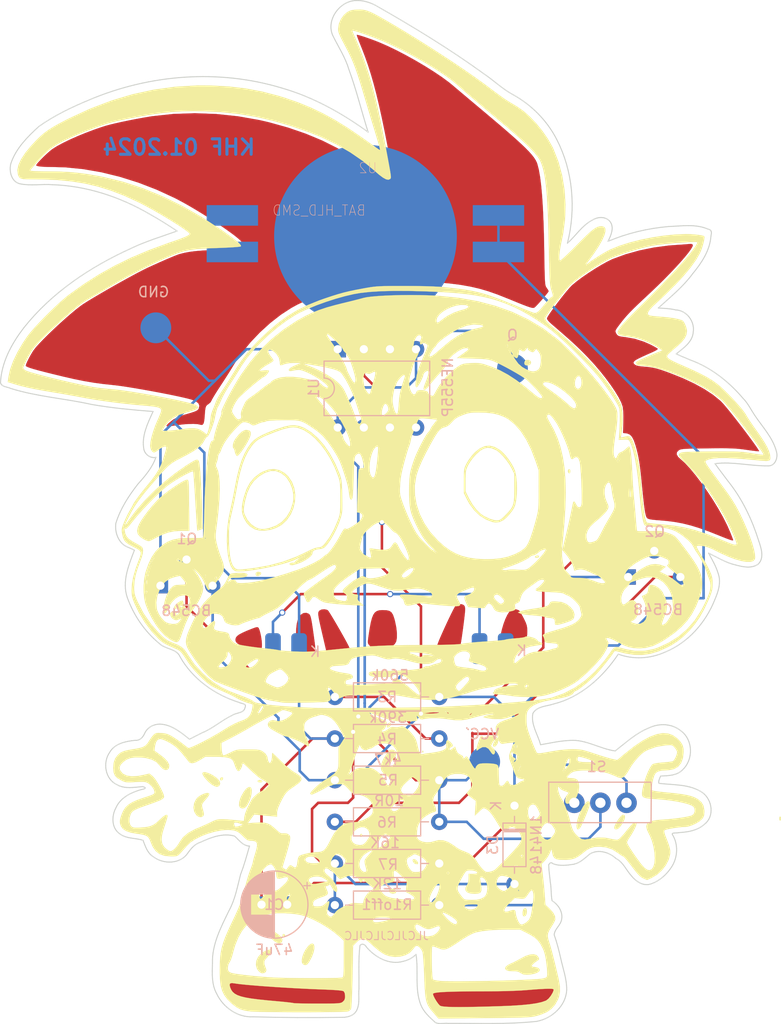
<source format=kicad_pcb>
(kicad_pcb (version 20221018) (generator pcbnew)
  (layers (0 "F.Cu" signal) (31 "B.Cu" signal) (34 "B.Paste" user) (35 "F.Paste" user) (36 "B.SilkS" user "B.Silkscreen") (37 "F.SilkS" user "F.Silkscreen") (38 "B.Mask" user) (39 "F.Mask" user) (44 "Edge.Cuts" user))
  (net 0 "")
  (net 1 "Net-(D3-K)")
  (net 2 "Net-(D1-K)")
  (net 3 "Net-(D1-A)")
  (net 4 "Net-(D3-A)")
  (net 5 "Net-(Q1-B)")
  (net 6 "Net-(Q1-C)")
  (net 7 "Net-(Q2-C)")
  (net 8 "Net-(S1-E)")
  (net 9 "Net-(S1-A-Pad1)")
  (net 11 "unconnected-(U1-Q-Pad3)")
  (footprint "LOGO" (layer "F.Cu") (at 56.5845 74.4355)
    (fp_text reference "G***" hide)
    (fp_text value "LOGO" hide)
  )
  (footprint "LOGO" (layer "F.Cu") (at 56.5845 74.4355)
    (fp_text reference "G***" hide)
    (fp_text value "LOGO" hide)
  )
  (footprint "!Goody:TO-92L_Wide" (layer "F.Cu") (at 81.76 79.94)
    (fp_text reference "Q2")
    (fp_text value "Q_NPN_EBC")
  )
  (footprint "" (layer "F.Cu") (at 67.8 97.9)
    (fp_text reference "")
    (fp_text value "")
  )
  (footprint "" (layer "F.Cu") (at 35.8 55.7)
    (fp_text reference "")
    (fp_text value "")
  )
  (footprint "!Goody:TO-92L_Wide" (layer "F.Cu") (at 36.25 80.78)
    (fp_text reference "Q1")
    (fp_text value "Q_NPN_EBC")
  )
  (footprint "LOGO" (layer "F.Cu") (at 56.5845 74.4355)
    (fp_text reference "G***" hide)
    (fp_text value "LOGO" hide)
  )
  (footprint "LOGO" (layer "F.Cu") (at 56.5845 74.4355)
    (fp_text reference "G***" hide)
    (fp_text value "LOGO" hide)
  )
  (footprint "Resistor_THT:R_Axial_DIN0207_L6.3mm_D2.5mm_P10.16mm_Horizontal" (layer "B.Cu") (at 63.38 107.8 180)
    (fp_text reference "R7")
    (fp_text value "16K")
  )
  (footprint "Resistor_THT:R_Axial_DIN0207_L6.3mm_D2.5mm_P10.16mm_Horizontal" (layer "B.Cu") (at 63.38 103.75 180)
    (fp_text reference "R6")
    (fp_text value "10R")
  )
  (footprint "Resistor_THT:R_Axial_DIN0207_L6.3mm_D2.5mm_P10.16mm_Horizontal" (layer "B.Cu") (at 63.38 95.65 180)
    (fp_text reference "R4")
    (fp_text value "390k")
  )
  (footprint "Resistor_THT:R_Axial_DIN0207_L6.3mm_D2.5mm_P10.16mm_Horizontal" (layer "B.Cu") (at 63.38 99.7 180)
    (fp_text reference "R5")
    (fp_text value "4k7")
  )
  (footprint "!Goody:LP_rund" (layer "B.Cu") (at 70.5 59.7 180)
    (fp_text reference "Q")
    (fp_text value "LP_rund")
  )
  (footprint "!Goody:BAT-HLD-SMD-Blech" (layer "B.Cu") (at 56.2 46.8)
    (fp_text reference "U2")
    (fp_text value "BAT_HLD_SMD")
  )
  (footprint "Package_DIP:DIP-8_W7.62mm" (layer "B.Cu") (at 53.5 57.78 -90)
    (fp_text reference "U1")
    (fp_text value "NE555P")
  )
  (footprint "Resistor_THT:R_Axial_DIN0207_L6.3mm_D2.5mm_P10.16mm_Horizontal" (layer "B.Cu") (at 63.38 91.6 180)
    (fp_text reference "R3")
    (fp_text value "560k")
  )
  (footprint "Diode_THT:D_DO-35_SOD27_P7.62mm_Horizontal" (layer "B.Cu") (at 70.7 102.18 -90)
    (fp_text reference "D3")
    (fp_text value "1N4148")
  )
  (footprint "Capacitor_THT:CP_Radial_D6.3mm_P2.50mm" (layer "B.Cu") (at 48.58238 111.8 180)
    (fp_text reference "C1")
    (fp_text value "47uF")
  )
  (footprint "!Goody:Micro_SchalterKHF" (layer "B.Cu") (at 81.6 101.9 180)
    (fp_text reference "S1")
    (fp_text value "Micro_Schalter")
  )
  (footprint "!Goody:LED-Eule" (layer "B.Cu") (at 48.47 86.9 180)
    (fp_text reference "K")
    (fp_text value "LED")
  )
  (footprint "Resistor_THT:R_Axial_DIN0207_L6.3mm_D2.5mm_P10.16mm_Horizontal" (layer "B.Cu") (at 63.38 111.85 180)
    (fp_text reference "R1off1")
    (fp_text value "12K")
  )
  (footprint "!Goody:LED-Eule" (layer "B.Cu") (at 68.57 86.9 180)
    (fp_text reference "K")
    (fp_text value "LED")
  )
  (gr_line (start 35.6184 68.319) (end 35.7141 68.313) (stroke (width 0.1)) (layer "Edge.Cuts"))
  (gr_line (start 70.5185 33.0033) (end 70.1475 32.786) (stroke (width 0.1)) (layer "Edge.Cuts"))
  (gr_line (start 33.7134 77.3335) (end 33.5044 77.8815) (stroke (width 0.1)) (layer "Edge.Cuts"))
  (gr_line (start 31.8129 100.0265) (end 32.0204 100.1395) (stroke (width 0.1)) (layer "Edge.Cuts"))
  (gr_line (start 21.9669 41.3061) (end 22.0665 41.4158) (stroke (width 0.1)) (layer "Edge.Cuts"))
  (gr_line (start 79.3745 106.6835) (end 79.5425 106.7265) (stroke (width 0.1)) (layer "Edge.Cuts"))
  (gr_line (start 90.5275 81.2115) (end 90.6005 80.8925) (stroke (width 0.1)) (layer "Edge.Cuts"))
  (gr_line (start 41.5834 31.2908) (end 40.9873 31.2721) (stroke (width 0.1)) (layer "Edge.Cuts"))
  (gr_line (start 32.7306 96.0045) (end 32.5591 96.0555) (stroke (width 0.1)) (layer "Edge.Cuts"))
  (gr_line (start 86.7095 94.7615) (end 86.5375 94.6545) (stroke (width 0.1)) (layer "Edge.Cuts"))
  (gr_line (start 86.1605 104.8465) (end 86.2665 104.8325) (stroke (width 0.1)) (layer "Edge.Cuts"))
  (gr_line (start 55.3468 122.0815) (end 55.3929 121.9755) (stroke (width 0.1)) (layer "Edge.Cuts"))
  (gr_line (start 88.0085 100.4345) (end 87.7495 100.3595) (stroke (width 0.1)) (layer "Edge.Cuts"))
  (gr_line (start 60.6955 116.9835) (end 60.8455 116.8815) (stroke (width 0.1)) (layer "Edge.Cuts"))
  (gr_line (start 54.9664 23.8972) (end 54.8216 23.9272) (stroke (width 0.1)) (layer "Edge.Cuts"))
  (gr_line (start 76.1155 46.201) (end 76.2055 45.5577) (stroke (width 0.1)) (layer "Edge.Cuts"))
  (gr_line (start 35.5559 107.1455) (end 35.748 107.2785) (stroke (width 0.1)) (layer "Edge.Cuts"))
  (gr_line (start 91.4975 68.8561) (end 92.1405 68.8899) (stroke (width 0.1)) (layer "Edge.Cuts"))
  (gr_line (start 32.5463 73.1798) (end 32.3032 73.6781) (stroke (width 0.1)) (layer "Edge.Cuts"))
  (gr_line (start 86.2665 104.8325) (end 86.5115 104.8255) (stroke (width 0.1)) (layer "Edge.Cuts"))
  (gr_line (start 44.5098 107.5035) (end 44.2883 108.1975) (stroke (width 0.1)) (layer "Edge.Cuts"))
  (gr_line (start 86.3845 53.9599) (end 86.1765 53.9131) (stroke (width 0.1)) (layer "Edge.Cuts"))
  (gr_line (start 80.1095 46.566) (end 80.1745 46.3087) (stroke (width 0.1)) (layer "Edge.Cuts"))
  (gr_line (start 32.1709 104.8255) (end 32.319 104.9345) (stroke (width 0.1)) (layer "Edge.Cuts"))
  (gr_line (start 54.8044 122.5935) (end 54.9003 122.5435) (stroke (width 0.1)) (layer "Edge.Cuts"))
  (gr_line (start 78.9095 44.9866) (end 78.7945 45.0076) (stroke (width 0.1)) (layer "Edge.Cuts"))
  (gr_line (start 36.8628 107.6515) (end 37.1001 107.6655) (stroke (width 0.1)) (layer "Edge.Cuts"))
  (gr_line (start 25.7938 52.7355) (end 25.1876 53.2827) (stroke (width 0.1)) (layer "Edge.Cuts"))
  (gr_line (start 25.7479 41.7826) (end 26.365 41.8136) (stroke (width 0.1)) (layer "Edge.Cuts"))
  (gr_line (start 88.5705 84.8605) (end 88.8555 84.5055) (stroke (width 0.1)) (layer "Edge.Cuts"))
  (gr_line (start 32.319 104.9345) (end 32.4423 105.0185) (stroke (width 0.1)) (layer "Edge.Cuts"))
  (gr_line (start 38.7765 106.9685) (end 38.923 106.7735) (stroke (width 0.1)) (layer "Edge.Cuts"))
  (gr_line (start 29.9063 33.2911) (end 29.3549 33.5172) (stroke (width 0.1)) (layer "Edge.Cuts"))
  (gr_line (start 86.0175 52.5901) (end 86.4525 52.1881) (stroke (width 0.1)) (layer "Edge.Cuts"))
  (gr_line (start 39.4661 106.1355) (end 39.6265 106.0025) (stroke (width 0.1)) (layer "Edge.Cuts"))
  (gr_line (start 31.9505 75.6185) (end 31.9897 75.7675) (stroke (width 0.1)) (layer "Edge.Cuts"))
  (gr_line (start 39.074 95.7155) (end 38.44 95.2185) (stroke (width 0.1)) (layer "Edge.Cuts"))
  (gr_line (start 32.0958 76.0545) (end 32.1626 76.1915) (stroke (width 0.1)) (layer "Edge.Cuts"))
  (gr_line (start 75.2505 113.3925) (end 75.2785 113.2865) (stroke (width 0.1)) (layer "Edge.Cuts"))
  (gr_line (start 36.6647 86.7425) (end 36.952 86.8575) (stroke (width 0.1)) (layer "Edge.Cuts"))
  (gr_line (start 75.0345 121.9075) (end 75.2095 121.6855) (stroke (width 0.1)) (layer "Edge.Cuts"))
  (gr_line (start 61.5775 121.5395) (end 61.6945 121.7945) (stroke (width 0.1)) (layer "Edge.Cuts"))
  (gr_line (start 54.6007 122.6735) (end 54.8044 122.5935) (stroke (width 0.1)) (layer "Edge.Cuts"))
  (gr_line (start 41.4294 116.1485) (end 41.372 116.4795) (stroke (width 0.1)) (layer "Edge.Cuts"))
  (gr_line (start 43.4506 91.9845) (end 43.8886 92.1315) (stroke (width 0.1)) (layer "Edge.Cuts"))
  (gr_line (start 52.9171 25.8326) (end 52.8836 25.9753) (stroke (width 0.1)) (layer "Edge.Cuts"))
  (gr_line (start 23.7838 41.7957) (end 24.1802 41.7883) (stroke (width 0.1)) (layer "Edge.Cuts"))
  (gr_line (start 85.7715 99.2425) (end 86.0485 99.1985) (stroke (width 0.1)) (layer "Edge.Cuts"))
  (gr_line (start 78.7945 45.0076) (end 78.6805 45.0372) (stroke (width 0.1)) (layer "Edge.Cuts"))
  (gr_line (start 81.7355 108.5665) (end 81.9055 108.7975) (stroke (width 0.1)) (layer "Edge.Cuts"))
  (gr_line (start 35.748 107.2785) (end 35.9535 107.3925) (stroke (width 0.1)) (layer "Edge.Cuts"))
  (gr_line (start 42.1543 121.1805) (end 42.3297 121.3955) (stroke (width 0.1)) (layer "Edge.Cuts"))
  (gr_line (start 86.1355 86.8705) (end 86.5275 86.6415) (stroke (width 0.1)) (layer "Edge.Cuts"))
  (gr_line (start 53.467 24.791) (end 53.2869 25.0291) (stroke (width 0.1)) (layer "Edge.Cuts"))
  (gr_line (start 72.1235 34.0819) (end 71.8185 33.8434) (stroke (width 0.1)) (layer "Edge.Cuts"))
  (gr_line (start 91.5345 61.113) (end 91.2295 60.8483) (stroke (width 0.1)) (layer "Edge.Cuts"))
  (gr_line (start 61.4755 121.2435) (end 61.5775 121.5395) (stroke (width 0.1)) (layer "Edge.Cuts"))
  (gr_line (start 44.2297 93.0045) (end 44.1509 93.0495) (stroke (width 0.1)) (layer "Edge.Cuts"))
  (gr_line (start 23.145 61.9916) (end 23.6331 62.0991) (stroke (width 0.1)) (layer "Edge.Cuts"))
  (gr_line (start 94.7695 77.7515) (end 94.7625 77.6055) (stroke (width 0.1)) (layer "Edge.Cuts"))
  (gr_line (start 41.332 116.8145) (end 41.3108 117.1525) (stroke (width 0.1)) (layer "Edge.Cuts"))
  (gr_line (start 22.3064 41.5923) (end 22.4473 41.6556) (stroke (width 0.1)) (layer "Edge.Cuts"))
  (gr_line (start 34.3392 70.5781) (end 34.0799 70.8685) (stroke (width 0.1)) (layer "Edge.Cuts"))
  (gr_line (start 42.3302 113.6085) (end 42.0526 114.2275) (stroke (width 0.1)) (layer "Edge.Cuts"))
  (gr_line (start 86.9485 100.2055) (end 86.4035 100.1465) (stroke (width 0.1)) (layer "Edge.Cuts"))
  (gr_line (start 29.5445 63.1538) (end 30.2881 63.2761) (stroke (width 0.1)) (layer "Edge.Cuts"))
  (gr_line (start 80.2075 88.2635) (end 80.5115 87.8555) (stroke (width 0.1)) (layer "Edge.Cuts"))
  (gr_line (start 89.9345 59.8897) (end 89.5925 59.6778) (stroke (width 0.1)) (layer "Edge.Cuts"))
  (gr_line (start 88.9035 104.2065) (end 89.0385 104.1085) (stroke (width 0.1)) (layer "Edge.Cuts"))
  (gr_line (start 87.5305 98.0675) (end 87.6435 97.8215) (stroke (width 0.1)) (layer "Edge.Cuts"))
  (gr_line (start 91.2025 78.4215) (end 91.5355 78.5585) (stroke (width 0.1)) (layer "Edge.Cuts"))
  (gr_line (start 92.7735 78.9005) (end 93.0595 78.9465) (stroke (width 0.1)) (layer "Edge.Cuts"))
  (gr_line (start 86.0535 104.9275) (end 86.0625 104.8985) (stroke (width 0.1)) (layer "Edge.Cuts"))
  (gr_line (start 45.7229 31.7907) (end 45.1369 31.6793) (stroke (width 0.1)) (layer "Edge.Cuts"))
  (gr_line (start 94.6665 78.3145) (end 94.7145 78.1795) (stroke (width 0.1)) (layer "Edge.Cuts"))
  (gr_line (start 24.97 41.7642) (end 25.3611 41.7639) (stroke (width 0.1)) (layer "Edge.Cuts"))
  (gr_line (start 79.5565 89.0495) (end 79.8895 88.6625) (stroke (width 0.1)) (layer "Edge.Cuts"))
  (gr_line (start 59.3565 117.4105) (end 59.6095 117.3785) (stroke (width 0.1)) (layer "Edge.Cuts"))
  (gr_line (start 42.416 105.0355) (end 42.6255 105.0275) (stroke (width 0.1)) (layer "Edge.Cuts"))
  (gr_line (start 58.4935 25.092) (end 57.1345 24.3142) (stroke (width 0.1)) (layer "Edge.Cuts"))
  (gr_line (start 85.7305 87.0775) (end 86.1355 86.8705) (stroke (width 0.1)) (layer "Edge.Cuts"))
  (gr_line (start 79.3715 44.9959) (end 79.2575 44.9786) (stroke (width 0.1)) (layer "Edge.Cuts"))
  (gr_line (start 59.1055 117.4185) (end 59.3565 117.4105) (stroke (width 0.1)) (layer "Edge.Cuts"))
  (gr_line (start 21.6643 40.6141) (end 21.6996 40.7658) (stroke (width 0.1)) (layer "Edge.Cuts"))
  (gr_line (start 21.2652 58.534) (end 21.132 58.8782) (stroke (width 0.1)) (layer "Edge.Cuts"))
  (gr_line (start 31.7162 102.8815) (end 31.6739 103.0545) (stroke (width 0.1)) (layer "Edge.Cuts"))
  (gr_line (start 95.9845 68.8547) (end 96.0515 68.7622) (stroke (width 0.1)) (layer "Edge.Cuts"))
  (gr_line (start 34.0917 84.0985) (end 34.285 84.3865) (stroke (width 0.1)) (layer "Edge.Cuts"))
  (gr_line (start 94.3625 64.6228) (end 94.0695 64.1991) (stroke (width 0.1)) (layer "Edge.Cuts"))
  (gr_line (start 34.7001 95.1745) (end 34.6305 95.3105) (stroke (width 0.1)) (layer "Edge.Cuts"))
  (gr_line (start 27.5931 41.9407) (end 28.2032 42.0358) (stroke (width 0.1)) (layer "Edge.Cuts"))
  (gr_line (start 35.8099 68.2957) (end 35.6631 68.6596) (stroke (width 0.1)) (layer "Edge.Cuts"))
  (gr_line (start 58.1255 117.2355) (end 58.3655 117.3105) (stroke (width 0.1)) (layer "Edge.Cuts"))
  (gr_line (start 92.8585 72.6577) (end 92.6505 72.3009) (stroke (width 0.1)) (layer "Edge.Cuts"))
  (gr_line (start 43.0441 105.0515) (end 43.2526 105.0855) (stroke (width 0.1)) (layer "Edge.Cuts"))
  (gr_line (start 95.0485 69.1283) (end 95.3725 69.1293) (stroke (width 0.1)) (layer "Edge.Cuts"))
  (gr_line (start 49.7296 32.9339) (end 49.1719 32.7316) (stroke (width 0.1)) (layer "Edge.Cuts"))
  (gr_line (start 86.7705 54.0199) (end 86.5805 53.9784) (stroke (width 0.1)) (layer "Edge.Cuts"))
  (gr_line (start 95.3725 69.1293) (end 95.4985 69.1253) (stroke (width 0.1)) (layer "Edge.Cuts"))
  (gr_line (start 89.3155 101.2055) (end 89.1605 101.0445) (stroke (width 0.1)) (layer "Edge.Cuts"))
  (gr_line (start 85.3855 108.8865) (end 85.6115 108.6425) (stroke (width 0.1)) (layer "Edge.Cuts"))
  (gr_line (start 85.9845 94.4185) (end 85.7905 94.3685) (stroke (width 0.1)) (layer "Edge.Cuts"))
  (gr_line (start 89.7395 101.9905) (end 89.6645 101.7785) (stroke (width 0.1)) (layer "Edge.Cuts"))
  (gr_line (start 35.0818 68.1564) (end 35.1636 68.2048) (stroke (width 0.1)) (layer "Edge.Cuts"))
  (gr_line (start 79.2085 89.4245) (end 79.5565 89.0495) (stroke (width 0.1)) (layer "Edge.Cuts"))
  (gr_line (start 33.4017 105.3295) (end 33.9829 105.4155) (stroke (width 0.1)) (layer "Edge.Cuts"))
  (gr_line (start 36.853 94.3505) (end 36.6582 94.3025) (stroke (width 0.1)) (layer "Edge.Cuts"))
  (gr_line (start 86.8745 94.8845) (end 86.7095 94.7615) (stroke (width 0.1)) (layer "Edge.Cuts"))
  (gr_line (start 82.8185 109.6475) (end 82.9415 109.7095) (stroke (width 0.1)) (layer "Edge.Cuts"))
  (gr_line (start 96.2175 68.3208) (end 96.2335 68.2011) (stroke (width 0.1)) (layer "Edge.Cuts"))
  (gr_line (start 34.7531 67.8158) (end 34.806 67.8953) (stroke (width 0.1)) (layer "Edge.Cuts"))
  (gr_line (start 75.3365 38.5355) (end 75.0815 37.938) (stroke (width 0.1)) (layer "Edge.Cuts"))
  (gr_line (start 54.9003 122.5435) (end 54.9913 122.4855) (stroke (width 0.1)) (layer "Edge.Cuts"))
  (gr_line (start 31.8932 74.8615) (end 31.8862 75.0125) (stroke (width 0.1)) (layer "Edge.Cuts"))
  (gr_line (start 53.6713 24.573) (end 53.467 24.791) (stroke (width 0.1)) (layer "Edge.Cuts"))
  (gr_line (start 24.0343 54.4394) (end 23.4893 55.0496) (stroke (width 0.1)) (layer "Edge.Cuts"))
  (gr_line (start 89.8225 82.9665) (end 90.0185 82.5565) (stroke (width 0.1)) (layer "Edge.Cuts"))
  (gr_line (start 44.1603 122.5845) (end 44.4277 122.6505) (stroke (width 0.1)) (layer "Edge.Cuts"))
  (gr_line (start 82.4925 87.7855) (end 82.7805 87.7935) (stroke (width 0.1)) (layer "Edge.Cuts"))
  (gr_line (start 52.8836 25.9753) (end 52.8591 26.1194) (stroke (width 0.1)) (layer "Edge.Cuts"))
  (gr_line (start 55.7477 23.8826) (end 55.5049 23.8663) (stroke (width 0.1)) (layer "Edge.Cuts"))
  (gr_line (start 41.31 117.4945) (end 41.2913 118.2555) (stroke (width 0.1)) (layer "Edge.Cuts"))
  (gr_line (start 79.3985 96.5945) (end 78.8585 96.4125) (stroke (width 0.1)) (layer "Edge.Cuts"))
  (gr_line (start 41.4406 119.7645) (end 41.4942 119.9455) (stroke (width 0.1)) (layer "Edge.Cuts"))
  (gr_line (start 53.8796 28.904) (end 54.086 29.3144) (stroke (width 0.1)) (layer "Edge.Cuts"))
  (gr_line (start 86.4035 100.1465) (end 85.8555 100.1025) (stroke (width 0.1)) (layer "Edge.Cuts"))
  (gr_line (start 78.6945 106.6475) (end 78.8645 106.6345) (stroke (width 0.1)) (layer "Edge.Cuts"))
  (gr_line (start 22.6591 61.8739) (end 23.145 61.9916) (stroke (width 0.1)) (layer "Edge.Cuts"))
  (gr_line (start 96.1085 68.6608) (end 96.1555 68.5523) (stroke (width 0.1)) (layer "Edge.Cuts"))
  (gr_line (start 90.0185 82.5565) (end 90.1945 82.1385) (stroke (width 0.1)) (layer "Edge.Cuts"))
  (gr_line (start 76.9125 107.7175) (end 77.1165 107.6035) (stroke (width 0.1)) (layer "Edge.Cuts"))
  (gr_line (start 72.4775 93.9875) (end 72.4555 93.7925) (stroke (width 0.1)) (layer "Edge.Cuts"))
  (gr_line (start 34.7557 100.4625) (end 34.7467 100.4835) (stroke (width 0.1)) (layer "Edge.Cuts"))
  (gr_line (start 44.5026 92.3995) (end 44.5184 92.4425) (stroke (width 0.1)) (layer "Edge.Cuts"))
  (gr_line (start 54.4488 30.1579) (end 54.5936 30.596) (stroke (width 0.1)) (layer "Edge.Cuts"))
  (gr_line (start 34.6999 84.9435) (end 34.921 85.2105) (stroke (width 0.1)) (layer "Edge.Cuts"))
  (gr_line (start 31.5229 96.6905) (end 31.4108 96.8305) (stroke (width 0.1)) (layer "Edge.Cuts"))
  (gr_line (start 39.7946 31.2733) (end 39.1984 31.2932) (stroke (width 0.1)) (layer "Edge.Cuts"))
  (gr_line (start 88.7525 100.7565) (end 88.5105 100.6315) (stroke (width 0.1)) (layer "Edge.Cuts"))
  (gr_line (start 94.0775 69.074) (end 94.7245 69.1175) (stroke (width 0.1)) (layer "Edge.Cuts"))
  (gr_line (start 35.1335 64.7217) (end 34.9492 65.1767) (stroke (width 0.1)) (layer "Edge.Cuts"))
  (gr_line (start 36.0131 94.2545) (end 35.7753 94.2955) (stroke (width 0.1)) (layer "Edge.Cuts"))
  (gr_line (start 56.9145 24.2099) (end 56.6895 24.1165) (stroke (width 0.1)) (layer "Edge.Cuts"))
  (gr_line (start 53.1335 25.2842) (end 53.0094 25.5531) (stroke (width 0.1)) (layer "Edge.Cuts"))
  (gr_line (start 87.7875 97.2985) (end 87.8195 97.0275) (stroke (width 0.1)) (layer "Edge.Cuts"))
  (gr_line (start 86.0045 108.1145) (end 86.1075 107.9375) (stroke (width 0.1)) (layer "Edge.Cuts"))
  (gr_line (start 32.4788 101.5935) (end 32.3428 101.7335) (stroke (width 0.1)) (layer "Edge.Cuts"))
  (gr_line (start 37.5228 87.0835) (end 37.6544 87.1535) (stroke (width 0.1)) (layer "Edge.Cuts"))
  (gr_line (start 31.9897 75.7675) (end 32.0382 75.9125) (stroke (width 0.1)) (layer "Edge.Cuts"))
  (gr_line (start 24.4231 36.1122) (end 24.0071 36.4962) (stroke (width 0.1)) (layer "Edge.Cuts"))
  (gr_line (start 83.6465 87.7355) (end 83.9315 87.6885) (stroke (width 0.1)) (layer "Edge.Cuts"))
  (gr_line (start 78.1975 106.7885) (end 78.3605 106.7235) (stroke (width 0.1)) (layer "Edge.Cuts"))
  (gr_line (start 85.6855 45.8498) (end 84.9305 45.9298) (stroke (width 0.1)) (layer "Edge.Cuts"))
  (gr_line (start 87.8815 45.7647) (end 87.6365 45.7597) (stroke (width 0.1)) (layer "Edge.Cuts"))
  (gr_line (start 68.5465 123.3635) (end 69.6245 123.3495) (stroke (width 0.1)) (layer "Edge.Cuts"))
  (gr_line (start 34.4857 47.4924) (end 33.9342 47.7234) (stroke (width 0.1)) (layer "Edge.Cuts"))
  (gr_line (start 20.9648 61.3612) (end 21.106 61.4185) (stroke (width 0.1)) (layer "Edge.Cuts"))
  (gr_line (start 34.6249 66.3464) (end 34.5953 66.585) (stroke (width 0.1)) (layer "Edge.Cuts"))
  (gr_line (start 33.107 72.2204) (end 32.8154 72.694) (stroke (width 0.1)) (layer "Edge.Cuts"))
  (gr_line (start 56.8215 116.4605) (end 57.0185 116.6215) (stroke (width 0.1)) (layer "Edge.Cuts"))
  (gr_line (start 93.9055 78.9165) (end 94.0385 78.8775) (stroke (width 0.1)) (layer "Edge.Cuts"))
  (gr_line (start 61.2035 117.5595) (end 61.2125 117.8665) (stroke (width 0.1)) (layer "Edge.Cuts"))
  (gr_line (start 80.1745 46.3087) (end 80.1945 46.1799) (stroke (width 0.1)) (layer "Edge.Cuts"))
  (gr_line (start 21.5725 57.8605) (end 21.4124 58.1946) (stroke (width 0.1)) (layer "Edge.Cuts"))
  (gr_line (start 41.3659 90.9775) (end 41.7651 91.2145) (stroke (width 0.1)) (layer "Edge.Cuts"))
  (gr_line (start 43.6453 122.3905) (end 43.8991 122.4975) (stroke (width 0.1)) (layer "Edge.Cuts"))
  (gr_line (start 54.9898 35.6528) (end 54.4898 35.3326) (stroke (width 0.1)) (layer "Edge.Cuts"))
  (gr_line (start 94.4755 76.4535) (end 94.2145 75.6695) (stroke (width 0.1)) (layer "Edge.Cuts"))
  (gr_line (start 32.3556 43.2393) (end 32.9262 43.4816) (stroke (width 0.1)) (layer "Edge.Cuts"))
  (gr_line (start 75.7795 119.9025) (end 75.7695 119.7065) (stroke (width 0.1)) (layer "Edge.Cuts"))
  (gr_line (start 43.3285 93.3335) (end 43.2497 93.3815) (stroke (width 0.1)) (layer "Edge.Cuts"))
  (gr_line (start 31.6277 103.4085) (end 31.6247 103.5865) (stroke (width 0.1)) (layer "Edge.Cuts"))
  (gr_line (start 94.6505 77.0125) (end 94.5655 76.7255) (stroke (width 0.1)) (layer "Edge.Cuts"))
  (gr_line (start 80.5095 47.0059) (end 79.8025 47.2869) (stroke (width 0.1)) (layer "Edge.Cuts"))
  (gr_line (start 34.7079 67.7317) (end 34.7531 67.8158) (stroke (width 0.1)) (layer "Edge.Cuts"))
  (gr_line (start 89.2175 48.738) (end 89.3335 48.5081) (stroke (width 0.1)) (layer "Edge.Cuts"))
  (gr_line (start 81.2255 46.7543) (end 80.5095 47.0059) (stroke (width 0.1)) (layer "Edge.Cuts"))
  (gr_line (start 89.3095 46.0122) (end 89.0775 45.9379) (stroke (width 0.1)) (layer "Edge.Cuts"))
  (gr_line (start 56.2223 35.9045) (end 56.4551 36.663) (stroke (width 0.1)) (layer "Edge.Cuts"))
  (gr_line (start 75.2745 112.6535) (end 75.2415 112.5275) (stroke (width 0.1)) (layer "Edge.Cuts"))
  (gr_line (start 75.2115 113.4945) (end 75.2505 113.3925) (stroke (width 0.1)) (layer "Edge.Cuts"))
  (gr_line (start 22.4833 38.1928) (end 22.3242 38.4278) (stroke (width 0.1)) (layer "Edge.Cuts"))
  (gr_line (start 42.1787 31.3226) (end 41.5834 31.2908) (stroke (width 0.1)) (layer "Edge.Cuts"))
  (gr_line (start 25.6015 62.4583) (end 27.579 62.7772) (stroke (width 0.1)) (layer "Edge.Cuts"))
  (gr_line (start 86.9805 57.8061) (end 87.2495 57.5771) (stroke (width 0.1)) (layer "Edge.Cuts"))
  (gr_line (start 72.8805 92.7925) (end 72.9975 92.7235) (stroke (width 0.1)) (layer "Edge.Cuts"))
  (gr_line (start 90.8555 68.8591) (end 91.1765 68.8521) (stroke (width 0.1)) (layer "Edge.Cuts"))
  (gr_line (start 40.5135 94.9985) (end 40.3178 95.0835) (stroke (width 0.1)) (layer "Edge.Cuts"))
  (gr_line (start 87.7285 97.5635) (end 87.7875 97.2985) (stroke (width 0.1)) (layer "Edge.Cuts"))
  (gr_line (start 45.2579 122.7135) (end 47.4296 122.7645) (stroke (width 0.1)) (layer "Edge.Cuts"))
  (gr_line (start 54.8551 31.3389) (end 55.1001 32.0907) (stroke (width 0.1)) (layer "Edge.Cuts"))
  (gr_line (start 96.1165 67.4858) (end 96.0295 67.2418) (stroke (width 0.1)) (layer "Edge.Cuts"))
  (gr_line (start 26.365 41.8136) (end 26.9802 41.8664) (stroke (width 0.1)) (layer "Edge.Cuts"))
  (gr_line (start 20.6861 61.0382) (end 20.7115 61.1134) (stroke (width 0.1)) (layer "Edge.Cuts"))
  (gr_line (start 86.3175 99.1305) (end 86.4475 99.0855) (stroke (width 0.1)) (layer "Edge.Cuts"))
  (gr_line (start 43.9426 105.6065) (end 44.1101 105.7605) (stroke (width 0.1)) (layer "Edge.Cuts"))
  (gr_line (start 74.0905 108.7715) (end 74.0495 108.3545) (stroke (width 0.1)) (layer "Edge.Cuts"))
  (gr_line (start 43.8886 92.1315) (end 43.9874 92.1745) (stroke (width 0.1)) (layer "Edge.Cuts"))
  (gr_line (start 54.271 24.1373) (end 54.1422 24.2104) (stroke (width 0.1)) (layer "Edge.Cuts"))
  (gr_line (start 93.3455 78.9695) (end 93.4875 78.9695) (stroke (width 0.1)) (layer "Edge.Cuts"))
  (gr_line (start 28.0736 34.0708) (end 27.4403 34.3665) (stroke (width 0.1)) (layer "Edge.Cuts"))
  (gr_line (start 93.4285 73.7577) (end 93.2475 73.3865) (stroke (width 0.1)) (layer "Edge.Cuts"))
  (gr_line (start 75.3795 95.8895) (end 75.0205 95.9375) (stroke (width 0.1)) (layer "Edge.Cuts"))
  (gr_line (start 32.9396 101.2315) (end 32.7781 101.3435) (stroke (width 0.1)) (layer "Edge.Cuts"))
  (gr_line (start 86.3915 105.7645) (end 86.3355 105.5695) (stroke (width 0.1)) (layer "Edge.Cuts"))
  (gr_line (start 38.1094 94.9795) (end 37.7676 94.7595) (stroke (width 0.1)) (layer "Edge.Cuts"))
  (gr_line (start 50.2815 33.1505) (end 49.7296 32.9339) (stroke (width 0.1)) (layer "Edge.Cuts"))
  (gr_line (start 37.0436 94.4115) (end 36.853 94.3505) (stroke (width 0.1)) (layer "Edge.Cuts"))
  (gr_line (start 86.3355 105.5695) (end 86.2655 105.3775) (stroke (width 0.1)) (layer "Edge.Cuts"))
  (gr_line (start 37.1942 45.8463) (end 37.865 46.2855) (stroke (width 0.1)) (layer "Edge.Cuts"))
  (gr_line (start 87.8185 56.9267) (end 87.9035 56.7789) (stroke (width 0.1)) (layer "Edge.Cuts"))
  (gr_line (start 55.5646 118.9295) (end 55.5576 117.8765) (stroke (width 0.1)) (layer "Edge.Cuts"))
  (gr_line (start 94.5655 76.7255) (end 94.4755 76.4535) (stroke (width 0.1)) (layer "Edge.Cuts"))
  (gr_line (start 57.0185 116.6215) (end 57.2255 116.7715) (stroke (width 0.1)) (layer "Edge.Cuts"))
  (gr_line (start 89.8135 46.2632) (end 89.7545 46.1919) (stroke (width 0.1)) (layer "Edge.Cuts"))
  (gr_line (start 89.6075 83.3675) (end 89.8225 82.9665) (stroke (width 0.1)) (layer "Edge.Cuts"))
  (gr_line (start 70.1475 32.786) (end 69.7885 32.5488) (stroke (width 0.1)) (layer "Edge.Cuts"))
  (gr_line (start 86.4605 106.1645) (end 86.4325 105.9635) (stroke (width 0.1)) (layer "Edge.Cuts"))
  (gr_line (start 43.5964 93.2305) (end 43.4134 93.2945) (stroke (width 0.1)) (layer "Edge.Cuts"))
  (gr_line (start 88.0095 104.6075) (end 88.3215 104.5055) (stroke (width 0.1)) (layer "Edge.Cuts"))
  (gr_line (start 92.9385 62.5593) (end 92.6735 62.2555) (stroke (width 0.1)) (layer "Edge.Cuts"))
  (gr_line (start 28.3865 50.7458) (end 27.7154 51.2141) (stroke (width 0.1)) (layer "Edge.Cuts"))
  (gr_line (start 31.4626 99.7355) (end 31.6269 99.8915) (stroke (width 0.1)) (layer "Edge.Cuts"))
  (gr_line (start 52.8418 26.5567) (end 52.856 26.7027) (stroke (width 0.1)) (layer "Edge.Cuts"))
  (gr_line (start 36.3949 86.6045) (end 36.5268 86.6775) (stroke (width 0.1)) (layer "Edge.Cuts"))
  (gr_line (start 90.1945 82.1385) (end 90.3185 81.8365) (stroke (width 0.1)) (layer "Edge.Cuts"))
  (gr_line (start 93.2645 62.9412) (end 93.1085 62.7441) (stroke (width 0.1)) (layer "Edge.Cuts"))
  (gr_line (start 79.0265 44.9746) (end 78.9095 44.9866) (stroke (width 0.1)) (layer "Edge.Cuts"))
  (gr_line (start 56.0922 115.7075) (end 56.1712 115.7665) (stroke (width 0.1)) (layer "Edge.Cuts"))
  (gr_line (start 33.8734 100.3845) (end 34.4987 100.3245) (stroke (width 0.1)) (layer "Edge.Cuts"))
  (gr_line (start 87.6735 95.9595) (end 87.5685 95.7115) (stroke (width 0.1)) (layer "Edge.Cuts"))
  (gr_line (start 36.5161 45.4179) (end 37.1942 45.8463) (stroke (width 0.1)) (layer "Edge.Cuts"))
  (gr_line (start 87.9515 85.5235) (end 88.2695 85.1995) (stroke (width 0.1)) (layer "Edge.Cuts"))
  (gr_line (start 64.0795 123.3435) (end 64.2385 123.3535) (stroke (width 0.1)) (layer "Edge.Cuts"))
  (gr_line (start 76.2415 42.312) (end 76.1645 41.6668) (stroke (width 0.1)) (layer "Edge.Cuts"))
  (gr_line (start 77.6745 90.7705) (end 78.0795 90.4605) (stroke (width 0.1)) (layer "Edge.Cuts"))
  (gr_line (start 42.1483 94.0165) (end 41.794 94.2505) (stroke (width 0.1)) (layer "Edge.Cuts"))
  (gr_line (start 31.4108 96.8305) (end 31.3108 96.9855) (stroke (width 0.1)) (layer "Edge.Cuts"))
  (gr_line (start 27.0588 51.7016) (end 26.4178 52.2086) (stroke (width 0.1)) (layer "Edge.Cuts"))
  (gr_line (start 72.4935 93.1965) (end 72.5755 93.0735) (stroke (width 0.1)) (layer "Edge.Cuts"))
  (gr_line (start 72.7045 34.5911) (end 72.4185 34.3313) (stroke (width 0.1)) (layer "Edge.Cuts"))
  (gr_line (start 35.0435 106.6415) (end 35.1858 106.8325) (stroke (width 0.1)) (layer "Edge.Cuts"))
  (gr_line (start 86.7035 104.7985) (end 87.0315 104.7745) (stroke (width 0.1)) (layer "Edge.Cuts"))
  (gr_line (start 95.8205 69.0065) (end 95.9075 68.9367) (stroke (width 0.1)) (layer "Edge.Cuts"))
  (gr_line (start 43.2526 105.0855) (end 43.4603 105.1365) (stroke (width 0.1)) (layer "Edge.Cuts"))
  (gr_line (start 88.1235 45.7775) (end 87.8815 45.7647) (stroke (width 0.1)) (layer "Edge.Cuts"))
  (gr_line (start 59.8455 25.8823) (end 58.4935 25.092) (stroke (width 0.1)) (layer "Edge.Cuts"))
  (gr_line (start 31.1919 49.0571) (end 30.4747 49.4523) (stroke (width 0.1)) (layer "Edge.Cuts"))
  (gr_line (start 32.4602 100.3245) (end 32.6121 100.3615) (stroke (width 0.1)) (layer "Edge.Cuts"))
  (gr_line (start 32.6121 100.3615) (end 32.7661 100.3885) (stroke (width 0.1)) (layer "Edge.Cuts"))
  (gr_line (start 44.4555 92.7245) (end 44.4152 92.8125) (stroke (width 0.1)) (layer "Edge.Cuts"))
  (gr_line (start 82.7805 87.7935) (end 83.0705 87.7875) (stroke (width 0.1)) (layer "Edge.Cuts"))
  (gr_line (start 75.7095 107.9695) (end 75.9655 107.9455) (stroke (width 0.1)) (layer "Edge.Cuts"))
  (gr_line (start 86.1975 107.7545) (end 86.2765 107.5655) (stroke (width 0.1)) (layer "Edge.Cuts"))
  (gr_line (start 88.1105 55.7242) (end 88.0885 55.5331) (stroke (width 0.1)) (layer "Edge.Cuts"))
  (gr_line (start 75.3085 112.9115) (end 75.2975 112.7815) (stroke (width 0.1)) (layer "Edge.Cuts"))
  (gr_line (start 82.4755 109.4105) (end 82.6995 109.5765) (stroke (width 0.1)) (layer "Edge.Cuts"))
  (gr_line (start 86.5745 99.0315) (end 86.6965 98.9675) (stroke (width 0.1)) (layer "Edge.Cuts"))
  (gr_line (start 41.7899 105.1295) (end 41.9979 105.0875) (stroke (width 0.1)) (layer "Edge.Cuts"))
  (gr_line (start 35.3548 107.0015) (end 35.451 107.0775) (stroke (width 0.1)) (layer "Edge.Cuts"))
  (gr_line (start 89.7475 47.2949) (end 89.7905 47.0389) (stroke (width 0.1)) (layer "Edge.Cuts"))
  (gr_line (start 74.1175 107.8035) (end 74.1635 107.7615) (stroke (width 0.1)) (layer "Edge.Cuts"))
  (gr_line (start 87.1475 45.7697) (end 86.6575 45.7953) (stroke (width 0.1)) (layer "Edge.Cuts"))
  (gr_line (start 41.794 94.2505) (end 41.4383 94.4825) (stroke (width 0.1)) (layer "Edge.Cuts"))
  (gr_line (start 89.8125 102.8715) (end 89.8295 102.6525) (stroke (width 0.1)) (layer "Edge.Cuts"))
  (gr_line (start 96.1915 68.4384) (end 96.2175 68.3208) (stroke (width 0.1)) (layer "Edge.Cuts"))
  (gr_line (start 82.4905 95.3135) (end 82.0785 95.6055) (stroke (width 0.1)) (layer "Edge.Cuts"))
  (gr_line (start 37.2301 94.4845) (end 37.0436 94.4115) (stroke (width 0.1)) (layer "Edge.Cuts"))
  (gr_line (start 21.4124 58.1946) (end 21.2652 58.534) (stroke (width 0.1)) (layer "Edge.Cuts"))
  (gr_line (start 21.106 61.4185) (end 21.4119 61.5039) (stroke (width 0.1)) (layer "Edge.Cuts"))
  (gr_line (start 84.5905 94.3525) (end 84.3935 94.3965) (stroke (width 0.1)) (layer "Edge.Cuts"))
  (gr_line (start 21.6953 61.6019) (end 22.1757 61.7445) (stroke (width 0.1)) (layer "Edge.Cuts"))
  (gr_line (start 32.6242 101.4635) (end 32.4788 101.5935) (stroke (width 0.1)) (layer "Edge.Cuts"))
  (gr_line (start 88.5105 100.6315) (end 88.2625 100.5235) (stroke (width 0.1)) (layer "Edge.Cuts"))
  (gr_line (start 84.9305 45.9298) (end 84.1785 46.0378) (stroke (width 0.1)) (layer "Edge.Cuts"))
  (gr_line (start 93.0595 78.9465) (end 93.3455 78.9695) (stroke (width 0.1)) (layer "Edge.Cuts"))
  (gr_line (start 80.5115 87.8555) (end 80.8005 87.4405) (stroke (width 0.1)) (layer "Edge.Cuts"))
  (gr_line (start 79.6695 96.6755) (end 79.3985 96.5945) (stroke (width 0.1)) (layer "Edge.Cuts"))
  (gr_line (start 43.9585 31.4968) (end 43.3666 31.4255) (stroke (width 0.1)) (layer "Edge.Cuts"))
  (gr_line (start 32.0419 104.7025) (end 32.1709 104.8255) (stroke (width 0.1)) (layer "Edge.Cuts"))
  (gr_line (start 35.0735 69.666) (end 34.8398 69.9784) (stroke (width 0.1)) (layer "Edge.Cuts"))
  (gr_line (start 31.0235 32.8735) (end 30.4627 33.0765) (stroke (width 0.1)) (layer "Edge.Cuts"))
  (gr_line (start 55.1556 122.3485) (end 55.2274 122.2675) (stroke (width 0.1)) (layer "Edge.Cuts"))
  (gr_line (start 31.6461 96.5655) (end 31.5229 96.6905) (stroke (width 0.1)) (layer "Edge.Cuts"))
  (gr_line (start 56.1712 115.7665) (end 56.2381 115.8405) (stroke (width 0.1)) (layer "Edge.Cuts"))
  (gr_line (start 39.3167 106.2805) (end 39.4661 106.1355) (stroke (width 0.1)) (layer "Edge.Cuts"))
  (gr_line (start 79.9125 47.0602) (end 80.0185 46.8182) (stroke (width 0.1)) (layer "Edge.Cuts"))
  (gr_line (start 35.1338 44.6049) (end 35.8298 45.0032) (stroke (width 0.1)) (layer "Edge.Cuts"))
  (gr_line (start 75.2415 112.5275) (end 75.1985 112.4045) (stroke (width 0.1)) (layer "Edge.Cuts"))
  (gr_line (start 79.7075 106.7815) (end 79.8685 106.8485) (stroke (width 0.1)) (layer "Edge.Cuts"))
  (gr_line (start 32.8397 81.0515) (end 32.8748 81.3445) (stroke (width 0.1)) (layer "Edge.Cuts"))
  (gr_line (start 80.7165 107.3975) (end 80.8345 107.4785) (stroke (width 0.1)) (layer "Edge.Cuts"))
  (gr_line (start 44.579 106.0455) (end 44.6851 106.0775) (stroke (width 0.1)) (layer "Edge.Cuts"))
  (gr_line (start 31.8997 75.3165) (end 31.9205 75.4685) (stroke (width 0.1)) (layer "Edge.Cuts"))
  (gr_line (start 21.6425 39.9937) (end 21.6306 40.1473) (stroke (width 0.1)) (layer "Edge.Cuts"))
  (gr_line (start 31.6631 103.9355) (end 31.7053 104.1035) (stroke (width 0.1)) (layer "Edge.Cuts"))
  (gr_line (start 87.8605 50.6722) (end 88.0405 50.4354) (stroke (width 0.1)) (layer "Edge.Cuts"))
  (gr_line (start 35.5464 94.3675) (end 35.4368 94.4155) (stroke (width 0.1)) (layer "Edge.Cuts"))
  (gr_line (start 73.1235 123.0985) (end 73.3955 123.0155) (stroke (width 0.1)) (layer "Edge.Cuts"))
  (gr_line (start 89.0775 45.9379) (end 88.8425 45.8786) (stroke (width 0.1)) (layer "Edge.Cuts"))
  (gr_line (start 80.3215 107.1095) (end 80.4595 107.2135) (stroke (width 0.1)) (layer "Edge.Cuts"))
  (gr_line (start 33.2813 101.0335) (end 33.1076 101.1285) (stroke (width 0.1)) (layer "Edge.Cuts"))
  (gr_line (start 93.7685 78.9445) (end 93.9055 78.9165) (stroke (width 0.1)) (layer "Edge.Cuts"))
  (gr_line (start 39.1984 31.2932) (end 38.6026 31.3257) (stroke (width 0.1)) (layer "Edge.Cuts"))
  (gr_line (start 44.1101 105.7605) (end 44.2872 105.8955) (stroke (width 0.1)) (layer "Edge.Cuts"))
  (gr_line (start 33.5044 77.8815) (end 33.2991 78.4415) (stroke (width 0.1)) (layer "Edge.Cuts"))
  (gr_line (start 88.8425 45.8786) (end 88.6045 45.833) (stroke (width 0.1)) (layer "Edge.Cuts"))
  (gr_line (start 52.4319 34.1495) (end 51.903 33.8811) (stroke (width 0.1)) (layer "Edge.Cuts"))
  (gr_line (start 93.4105 63.1473) (end 93.2645 62.9412) (stroke (width 0.1)) (layer "Edge.Cuts"))
  (gr_line (start 68.4195 31.5039) (end 68.0755 31.2443) (stroke (width 0.1)) (layer "Edge.Cuts"))
  (gr_line (start 90.5215 79.6005) (end 90.4355 79.3395) (stroke (width 0.1)) (layer "Edge.Cuts"))
  (gr_line (start 26.198 35.0054) (end 25.5927 35.3525) (stroke (width 0.1)) (layer "Edge.Cuts"))
  (gr_line (start 22.1753 38.6689) (end 22.0374 38.9164) (stroke (width 0.1)) (layer "Edge.Cuts"))
  (gr_line (start 44.1044 92.2085) (end 44.2272 92.2415) (stroke (width 0.1)) (layer "Edge.Cuts"))
  (gr_line (start 36.952 86.8575) (end 37.2427 86.9645) (stroke (width 0.1)) (layer "Edge.Cuts"))
  (gr_line (start 35.1511 85.4695) (end 35.3899 85.7205) (stroke (width 0.1)) (layer "Edge.Cuts"))
  (gr_line (start 20.7115 61.1134) (end 20.7468 61.1788) (stroke (width 0.1)) (layer "Edge.Cuts"))
  (gr_line (start 32.5291 63.5693) (end 34.0289 63.7166) (stroke (width 0.1)) (layer "Edge.Cuts"))
  (gr_line (start 87.6745 50.9031) (end 87.8605 50.6722) (stroke (width 0.1)) (layer "Edge.Cuts"))
  (gr_line (start 20.7468 61.1788) (end 20.7907 61.2353) (stroke (width 0.1)) (layer "Edge.Cuts"))
  (gr_line (start 31.7792 96.4525) (end 31.6461 96.5655) (stroke (width 0.1)) (layer "Edge.Cuts"))
  (gr_line (start 82.0885 109.0165) (end 82.2705 109.2215) (stroke (width 0.1)) (layer "Edge.Cuts"))
  (gr_line (start 74.3855 107.7765) (end 74.4565 107.8295) (stroke (width 0.1)) (layer "Edge.Cuts"))
  (gr_line (start 84.9915 94.3055) (end 84.7905 94.3225) (stroke (width 0.1)) (layer "Edge.Cuts"))
  (gr_line (start 78.2585 45.2337) (end 78.0765 45.3359) (stroke (width 0.1)) (layer "Edge.Cuts"))
  (gr_line (start 83.1355 94.9195) (end 82.9165 95.0445) (stroke (width 0.1)) (layer "Edge.Cuts"))
  (gr_line (start 87.0345 98.7105) (end 87.2265 98.5155) (stroke (width 0.1)) (layer "Edge.Cuts"))
  (gr_line (start 76.3825 91.5755) (end 76.8265 91.3295) (stroke (width 0.1)) (layer "Edge.Cuts"))
  (gr_line (start 31.0165 97.5995) (end 30.9626 97.8225) (stroke (width 0.1)) (layer "Edge.Cuts"))
  (gr_line (start 37.4128 94.5665) (end 37.2301 94.4845) (stroke (width 0.1)) (layer "Edge.Cuts"))
  (gr_line (start 74.6395 114.4275) (end 74.6855 114.3305) (stroke (width 0.1)) (layer "Edge.Cuts"))
  (gr_line (start 94.9805 65.4618) (end 94.6705 65.0421) (stroke (width 0.1)) (layer "Edge.Cuts"))
  (gr_line (start 89.3435 103.8485) (end 89.4915 103.6785) (stroke (width 0.1)) (layer "Edge.Cuts"))
  (gr_line (start 34.9602 94.7685) (end 34.8833 94.8595) (stroke (width 0.1)) (layer "Edge.Cuts"))
  (gr_line (start 31.3108 96.9855) (end 31.1906 97.1785) (stroke (width 0.1)) (layer "Edge.Cuts"))
  (gr_line (start 23.5976 36.8939) (end 23.202 37.3077) (stroke (width 0.1)) (layer "Edge.Cuts"))
  (gr_line (start 31.9096 74.7135) (end 31.8932 74.8615) (stroke (width 0.1)) (layer "Edge.Cuts"))
  (gr_line (start 63.5895 123.3695) (end 63.9175 123.3475) (stroke (width 0.1)) (layer "Edge.Cuts"))
  (gr_line (start 54.8216 23.9272) (end 54.6793 23.9666) (stroke (width 0.1)) (layer "Edge.Cuts"))
  (gr_line (start 42.506 93.7885) (end 42.1483 94.0165) (stroke (width 0.1)) (layer "Edge.Cuts"))
  (gr_line (start 35.2911 69.3432) (end 35.0735 69.666) (stroke (width 0.1)) (layer "Edge.Cuts"))
  (gr_line (start 55.9881 23.9173) (end 55.7477 23.8826) (stroke (width 0.1)) (layer "Edge.Cuts"))
  (gr_line (start 54.086 29.3144) (end 54.2777 29.7315) (stroke (width 0.1)) (layer "Edge.Cuts"))
  (gr_line (start 22.0374 38.9164) (end 21.9117 39.1705) (stroke (width 0.1)) (layer "Edge.Cuts"))
  (gr_line (start 35.2301 94.5345) (end 35.1342 94.6055) (stroke (width 0.1)) (layer "Edge.Cuts"))
  (gr_line (start 89.6645 46.1376) (end 89.5395 46.1031) (stroke (width 0.1)) (layer "Edge.Cuts"))
  (gr_line (start 75.1455 112.2855) (end 75.0845 112.1695) (stroke (width 0.1)) (layer "Edge.Cuts"))
  (gr_line (start 32.164 100.2135) (end 32.3107 100.2755) (stroke (width 0.1)) (layer "Edge.Cuts"))
  (gr_line (start 37.2427 86.9645) (end 37.5228 87.0835) (stroke (width 0.1)) (layer "Edge.Cuts"))
  (gr_line (start 44.5214 92.4945) (end 44.51 92.5535) (stroke (width 0.1)) (layer "Edge.Cuts"))
  (gr_line (start 95.7235 69.0623) (end 95.8205 69.0065) (stroke (width 0.1)) (layer "Edge.Cuts"))
  (gr_line (start 54.2777 29.7315) (end 54.4488 30.1579) (stroke (width 0.1)) (layer "Edge.Cuts"))
  (gr_line (start 94.7625 77.6055) (end 94.7455 77.4565) (stroke (width 0.1)) (layer "Edge.Cuts"))
  (gr_line (start 55.5215 121.4925) (end 55.5464 121.2435) (stroke (width 0.1)) (layer "Edge.Cuts"))
  (gr_line (start 76.6965 107.8095) (end 76.9125 107.7175) (stroke (width 0.1)) (layer "Edge.Cuts"))
  (gr_line (start 62.5225 27.5083) (end 61.1895 26.6871) (stroke (width 0.1)) (layer "Edge.Cuts"))
  (gr_line (start 90.3185 81.8365) (end 90.4325 81.5275) (stroke (width 0.1)) (layer "Edge.Cuts"))
  (gr_line (start 87.7005 54.6624) (end 87.5745 54.5167) (stroke (width 0.1)) (layer "Edge.Cuts"))
  (gr_line (start 40.2385 90.1635) (end 40.6015 90.4515) (stroke (width 0.1)) (layer "Edge.Cuts"))
  (gr_line (start 39.1771 106.4385) (end 39.3167 106.2805) (stroke (width 0.1)) (layer "Edge.Cuts"))
  (gr_line (start 25.5927 35.3525) (end 25.0004 35.7208) (stroke (width 0.1)) (layer "Edge.Cuts"))
  (gr_line (start 34.5808 66.8249) (end 34.5828 67.0661) (stroke (width 0.1)) (layer "Edge.Cuts"))
  (gr_line (start 21.6996 40.7658) (end 21.7472 40.9126) (stroke (width 0.1)) (layer "Edge.Cuts"))
  (gr_line (start 82.2045 87.7645) (end 82.4925 87.7855) (stroke (width 0.1)) (layer "Edge.Cuts"))
  (gr_line (start 31.6269 99.8915) (end 31.8129 100.0265) (stroke (width 0.1)) (layer "Edge.Cuts"))
  (gr_line (start 35.6372 85.9635) (end 35.8929 86.1965) (stroke (width 0.1)) (layer "Edge.Cuts"))
  (gr_line (start 51.903 33.8811) (end 51.3682 33.6247) (stroke (width 0.1)) (layer "Edge.Cuts"))
  (gr_line (start 92.6505 72.3009) (end 92.4335 71.9494) (stroke (width 0.1)) (layer "Edge.Cuts"))
  (gr_line (start 29.7673 49.8653) (end 29.0708 50.2963) (stroke (width 0.1)) (layer "Edge.Cuts"))
  (gr_line (start 60.3765 117.1515) (end 60.5395 117.0735) (stroke (width 0.1)) (layer "Edge.Cuts"))
  (gr_line (start 71.8185 33.8434) (end 71.5055 33.6159) (stroke (width 0.1)) (layer "Edge.Cuts"))
  (gr_line (start 52.8807 26.8481) (end 52.9162 26.9926) (stroke (width 0.1)) (layer "Edge.Cuts"))
  (gr_line (start 43.4134 93.2945) (end 43.3285 93.3335) (stroke (width 0.1)) (layer "Edge.Cuts"))
  (gr_line (start 75.2785 113.2865) (end 75.2955 113.1755) (stroke (width 0.1)) (layer "Edge.Cuts"))
  (gr_line (start 72.3105 123.2115) (end 72.8475 123.1595) (stroke (width 0.1)) (layer "Edge.Cuts"))
  (gr_line (start 38.923 106.7735) (end 39.0462 106.6035) (stroke (width 0.1)) (layer "Edge.Cuts"))
  (gr_line (start 36.5268 86.6775) (end 36.6647 86.7425) (stroke (width 0.1)) (layer "Edge.Cuts"))
  (gr_line (start 51.3682 33.6247) (end 50.8278 33.381) (stroke (width 0.1)) (layer "Edge.Cuts"))
  (gr_line (start 77.2295 95.9145) (end 76.9525 95.8665) (stroke (width 0.1)) (layer "Edge.Cuts"))
  (gr_line (start 73.2395 96.2525) (end 73.1215 95.8765) (stroke (width 0.1)) (layer "Edge.Cuts"))
  (gr_line (start 56.6895 24.1165) (end 56.4594 24.0357) (stroke (width 0.1)) (layer "Edge.Cuts"))
  (gr_line (start 43.3996 122.2655) (end 43.6453 122.3905) (stroke (width 0.1)) (layer "Edge.Cuts"))
  (gr_line (start 35.451 107.0775) (end 35.5559 107.1455) (stroke (width 0.1)) (layer "Edge.Cuts"))
  (gr_line (start 73.6625 122.9115) (end 73.9205 122.7885) (stroke (width 0.1)) (layer "Edge.Cuts"))
  (gr_line (start 86.4475 99.0855) (end 86.5745 99.0315) (stroke (width 0.1)) (layer "Edge.Cuts"))
  (gr_line (start 54.5399 24.015) (end 54.4037 24.072) (stroke (width 0.1)) (layer "Edge.Cuts"))
  (gr_line (start 43.0181 91.8195) (end 43.4506 91.9845) (stroke (width 0.1)) (layer "Edge.Cuts"))
  (gr_line (start 42.5193 121.5985) (end 42.7221 121.7875) (stroke (width 0.1)) (layer "Edge.Cuts"))
  (gr_line (start 57.1345 24.3142) (end 56.9145 24.2099) (stroke (width 0.1)) (layer "Edge.Cuts"))
  (gr_line (start 22.4473 41.6556) (end 22.6025 41.6999) (stroke (width 0.1)) (layer "Edge.Cuts"))
  (gr_line (start 55.6636 115.7825) (end 55.7003 115.7395) (stroke (width 0.1)) (layer "Edge.Cuts"))
  (gr_line (start 34.7429 100.4205) (end 34.7547 100.4425) (stroke (width 0.1)) (layer "Edge.Cuts"))
  (gr_line (start 89.7905 47.0389) (end 89.8165 46.7783) (stroke (width 0.1)) (layer "Edge.Cuts"))
  (gr_line (start 32.0015 102.2135) (end 31.9131 102.3955) (stroke (width 0.1)) (layer "Edge.Cuts"))
  (gr_line (start 76.3115 43.6106) (end 76.2905 42.9605) (stroke (width 0.1)) (layer "Edge.Cuts"))
  (gr_line (start 94.1685 78.8265) (end 94.2935 78.7615) (stroke (width 0.1)) (layer "Edge.Cuts"))
  (gr_line (start 44.0411 108.8825) (end 43.8206 109.7805) (stroke (width 0.1)) (layer "Edge.Cuts"))
  (gr_line (start 22.6025 41.6999) (end 22.7977 41.7342) (stroke (width 0.1)) (layer "Edge.Cuts"))
  (gr_line (start 41.372 116.4795) (end 41.332 116.8145) (stroke (width 0.1)) (layer "Edge.Cuts"))
  (gr_line (start 55.5572 33.6118) (end 55.9979 35.1417) (stroke (width 0.1)) (layer "Edge.Cuts"))
  (gr_line (start 43.9761 93.1205) (end 43.5964 93.2305) (stroke (width 0.1)) (layer "Edge.Cuts"))
  (gr_line (start 84.7445 99.7765) (end 84.7685 99.6735) (stroke (width 0.1)) (layer "Edge.Cuts"))
  (gr_line (start 87.5685 95.7115) (end 87.4375 95.4765) (stroke (width 0.1)) (layer "Edge.Cuts"))
  (gr_line (start 87.1015 58.5321) (end 86.7675 58.388) (stroke (width 0.1)) (layer "Edge.Cuts"))
  (gr_line (start 22.6515 37.9636) (end 22.4833 38.1928) (stroke (width 0.1)) (layer "Edge.Cuts"))
  (gr_line (start 22.3213 56.5792) (end 22.1199 56.8909) (stroke (width 0.1)) (layer "Edge.Cuts"))
  (gr_line (start 39.5564 89.5375) (end 39.8897 89.8585) (stroke (width 0.1)) (layer "Edge.Cuts"))
  (gr_line (start 88.0455 55.3455) (end 87.9845 55.1629) (stroke (width 0.1)) (layer "Edge.Cuts"))
  (gr_line (start 75.7385 95.8545) (end 75.3795 95.8895) (stroke (width 0.1)) (layer "Edge.Cuts"))
  (gr_line (start 55.5514 120.2345) (end 55.565 119.9855) (stroke (width 0.1)) (layer "Edge.Cuts"))
  (gr_line (start 61.2165 118.4865) (end 61.2165 119.1065) (stroke (width 0.1)) (layer "Edge.Cuts"))
  (gr_line (start 25.1876 53.2827) (end 24.6008 53.8506) (stroke (width 0.1)) (layer "Edge.Cuts"))
  (gr_line (start 41.5026 115.8215) (end 41.4294 116.1485) (stroke (width 0.1)) (layer "Edge.Cuts"))
  (gr_line (start 32.8613 80.1735) (end 32.835 80.4655) (stroke (width 0.1)) (layer "Edge.Cuts"))
  (gr_line (start 35.8298 45.0032) (end 36.5161 45.4179) (stroke (width 0.1)) (layer "Edge.Cuts"))
  (gr_line (start 40.9707 105.3805) (end 41.3772 105.2405) (stroke (width 0.1)) (layer "Edge.Cuts"))
  (gr_line (start 21.0139 59.2273) (end 20.9119 59.581) (stroke (width 0.1)) (layer "Edge.Cuts"))
  (gr_line (start 33.9829 105.4155) (end 34.2698 105.4685) (stroke (width 0.1)) (layer "Edge.Cuts"))
  (gr_line (start 84.0085 94.5195) (end 83.8225 94.5995) (stroke (width 0.1)) (layer "Edge.Cuts"))
  (gr_line (start 43.8991 122.4975) (end 44.1603 122.5845) (stroke (width 0.1)) (layer "Edge.Cuts"))
  (gr_line (start 75.0205 95.9375) (end 74.6635 95.9935) (stroke (width 0.1)) (layer "Edge.Cuts"))
  (gr_line (start 89.7925 102.2085) (end 89.7395 101.9905) (stroke (width 0.1)) (layer "Edge.Cuts"))
  (gr_line (start 42.8349 105.0325) (end 43.0441 105.0515) (stroke (width 0.1)) (layer "Edge.Cuts"))
  (gr_line (start 89.5925 59.6778) (end 89.2425 59.4782) (stroke (width 0.1)) (layer "Edge.Cuts"))
  (gr_line (start 80.4965 96.8555) (end 80.2185 96.8095) (stroke (width 0.1)) (layer "Edge.Cuts"))
  (gr_line (start 90.8375 69.7625) (end 90.5215 69.34) (stroke (width 0.1)) (layer "Edge.Cuts"))
  (gr_line (start 73.6575 92.4965) (end 73.9375 92.4345) (stroke (width 0.1)) (layer "Edge.Cuts"))
  (gr_line (start 41.6904 115.1755) (end 41.5901 115.4965) (stroke (width 0.1)) (layer "Edge.Cuts"))
  (gr_line (start 32.7661 100.3885) (end 32.9219 100.4065) (stroke (width 0.1)) (layer "Edge.Cuts"))
  (gr_line (start 91.5355 78.5585) (end 91.8755 78.6745) (stroke (width 0.1)) (layer "Edge.Cuts"))
  (gr_line (start 94.7645 77.8975) (end 94.7695 77.7515) (stroke (width 0.1)) (layer "Edge.Cuts"))
  (gr_line (start 38.6591 88.4815) (end 38.9399 88.8485) (stroke (width 0.1)) (layer "Edge.Cuts"))
  (gr_line (start 30.9626 97.8225) (end 30.9307 98.0495) (stroke (width 0.1)) (layer "Edge.Cuts"))
  (gr_line (start 44.4755 92.3615) (end 44.5026 92.3995) (stroke (width 0.1)) (layer "Edge.Cuts"))
  (gr_line (start 86.4745 106.3675) (end 86.4605 106.1645) (stroke (width 0.1)) (layer "Edge.Cuts"))
  (gr_line (start 86.0625 104.8985) (end 86.0845 104.8755) (stroke (width 0.1)) (layer "Edge.Cuts"))
  (gr_line (start 78.6805 45.0372) (end 78.4615 45.1206) (stroke (width 0.1)) (layer "Edge.Cuts"))
  (gr_line (start 74.2125 107.7375) (end 74.2655 107.7315) (stroke (width 0.1)) (layer "Edge.Cuts"))
  (gr_line (start 95.6155 69.1025) (end 95.7235 69.0623) (stroke (width 0.1)) (layer "Edge.Cuts"))
  (gr_line (start 83.4615 109.8535) (end 83.5965 109.8585) (stroke (width 0.1)) (layer "Edge.Cuts"))
  (gr_line (start 90.5715 79.7615) (end 90.5215 79.6005) (stroke (width 0.1)) (layer "Edge.Cuts"))
  (gr_line (start 81.6775 95.9135) (end 81.2815 96.2285) (stroke (width 0.1)) (layer "Edge.Cuts"))
  (gr_line (start 32.7535 76.8705) (end 32.869 76.9375) (stroke (width 0.1)) (layer "Edge.Cuts"))
  (gr_line (start 75.7565 39.7634) (end 75.5615 39.1445) (stroke (width 0.1)) (layer "Edge.Cuts"))
  (gr_line (start 74.3225 107.7435) (end 74.3855 107.7765) (stroke (width 0.1)) (layer "Edge.Cuts"))
  (gr_line (start 88.9875 100.9025) (end 88.7525 100.7565) (stroke (width 0.1)) (layer "Edge.Cuts"))
  (gr_line (start 40.9776 90.7235) (end 41.3659 90.9775) (stroke (width 0.1)) (layer "Edge.Cuts"))
  (gr_line (start 87.6365 45.7597) (end 87.1475 45.7697) (stroke (width 0.1)) (layer "Edge.Cuts"))
  (gr_line (start 84.2155 87.6295) (end 84.4965 87.5565) (stroke (width 0.1)) (layer "Edge.Cuts"))
  (gr_line (start 69.0985 32.0353) (end 68.4195 31.5039) (stroke (width 0.1)) (layer "Edge.Cuts"))
  (gr_line (start 23.4893 55.0496) (end 22.9671 55.6815) (stroke (width 0.1)) (layer "Edge.Cuts"))
  (gr_line (start 86.1765 53.9131) (end 85.9675 53.8769) (stroke (width 0.1)) (layer "Edge.Cuts"))
  (gr_line (start 38.2295 107.4045) (end 38.4274 107.2825) (stroke (width 0.1)) (layer "Edge.Cuts"))
  (gr_line (start 74.1835 109.6075) (end 74.1395 109.1885) (stroke (width 0.1)) (layer "Edge.Cuts"))
  (gr_line (start 72.4495 93.5955) (end 72.4615 93.3975) (stroke (width 0.1)) (layer "Edge.Cuts"))
  (gr_line (start 74.6115 37.0123) (end 74.4135 36.6792) (stroke (width 0.1)) (layer "Edge.Cuts"))
  (gr_line (start 78.8585 96.4125) (end 78.3195 96.2245) (stroke (width 0.1)) (layer "Edge.Cuts"))
  (gr_line (start 41.362 119.3945) (end 41.3969 119.5805) (stroke (width 0.1)) (layer "Edge.Cuts"))
  (gr_line (start 52.8591 26.1194) (end 52.8438 26.2646) (stroke (width 0.1)) (layer "Edge.Cuts"))
  (gr_line (start 32.827 80.7595) (end 32.8397 81.0515) (stroke (width 0.1)) (layer "Edge.Cuts"))
  (gr_line (start 74.1395 109.1885) (end 74.0905 108.7715) (stroke (width 0.1)) (layer "Edge.Cuts"))
  (gr_line (start 73.9515 96.1225) (end 73.2395 96.2525) (stroke (width 0.1)) (layer "Edge.Cuts"))
  (gr_line (start 75.8515 47.4708) (end 75.9965 46.8392) (stroke (width 0.1)) (layer "Edge.Cuts"))
  (gr_line (start 21.7445 57.5317) (end 21.5725 57.8605) (stroke (width 0.1)) (layer "Edge.Cuts"))
  (gr_line (start 37.7987 107.5765) (end 38.0191 107.5015) (stroke (width 0.1)) (layer "Edge.Cuts"))
  (gr_line (start 75.9655 107.9455) (end 76.4655 107.8745) (stroke (width 0.1)) (layer "Edge.Cuts"))
  (gr_line (start 34.5941 44.302) (end 35.1338 44.6049) (stroke (width 0.1)) (layer "Edge.Cuts"))
  (gr_line (start 80.5895 107.3245) (end 80.7165 107.3975) (stroke (width 0.1)) (layer "Edge.Cuts"))
  (gr_line (start 31.7053 104.1035) (end 31.7637 104.2665) (stroke (width 0.1)) (layer "Edge.Cuts"))
  (gr_line (start 41.3969 119.5805) (end 41.4406 119.7645) (stroke (width 0.1)) (layer "Edge.Cuts"))
  (gr_line (start 34.5491 105.5425) (end 34.7246 105.9925) (stroke (width 0.1)) (layer "Edge.Cuts"))
  (gr_line (start 84.8815 109.3175) (end 85.1415 109.1125) (stroke (width 0.1)) (layer "Edge.Cuts"))
  (gr_line (start 32.57 105.0885) (end 32.7016 105.1485) (stroke (width 0.1)) (layer "Edge.Cuts"))
  (gr_line (start 80.0185 46.8182) (end 80.1095 46.566) (stroke (width 0.1)) (layer "Edge.Cuts"))
  (gr_line (start 61.1585 116.9485) (end 61.1855 117.2525) (stroke (width 0.1)) (layer "Edge.Cuts"))
  (gr_line (start 84.1985 94.4515) (end 84.0085 94.5195) (stroke (width 0.1)) (layer "Edge.Cuts"))
  (gr_line (start 86.4335 106.9755) (end 86.4615 106.7735) (stroke (width 0.1)) (layer "Edge.Cuts"))
  (gr_line (start 93.1085 62.7441) (end 92.9385 62.5593) (stroke (width 0.1)) (layer "Edge.Cuts"))
  (gr_line (start 87.4365 54.3842) (end 87.2855 54.2667) (stroke (width 0.1)) (layer "Edge.Cuts"))
  (gr_line (start 31.9177 48.6792) (end 31.1919 49.0571) (stroke (width 0.1)) (layer "Edge.Cuts"))
  (gr_line (start 41.5901 115.4965) (end 41.5026 115.8215) (stroke (width 0.1)) (layer "Edge.Cuts"))
  (gr_line (start 86.7675 58.388) (end 86.4375 58.2349) (stroke (width 0.1)) (layer "Edge.Cuts"))
  (gr_line (start 78.3605 106.7235) (end 78.5265 106.6775) (stroke (width 0.1)) (layer "Edge.Cuts"))
  (gr_line (start 52.8378 26.4105) (end 52.8418 26.5567) (stroke (width 0.1)) (layer "Edge.Cuts"))
  (gr_line (start 84.7905 94.3225) (end 84.5905 94.3525) (stroke (width 0.1)) (layer "Edge.Cuts"))
  (gr_line (start 33.434 95.8645) (end 33.0809 95.9225) (stroke (width 0.1)) (layer "Edge.Cuts"))
  (gr_line (start 86.4745 106.5705) (end 86.4745 106.3675) (stroke (width 0.1)) (layer "Edge.Cuts"))
  (gr_line (start 44.5184 92.4425) (end 44.5214 92.4945) (stroke (width 0.1)) (layer "Edge.Cuts"))
  (gr_line (start 81.6335 87.6775) (end 81.9175 87.7275) (stroke (width 0.1)) (layer "Edge.Cuts"))
  (gr_line (start 89.0915 48.9637) (end 89.2175 48.738) (stroke (width 0.1)) (layer "Edge.Cuts"))
  (gr_line (start 55.5494 120.4875) (end 55.5514 120.2345) (stroke (width 0.1)) (layer "Edge.Cuts"))
  (gr_line (start 44.4776 106.0045) (end 44.579 106.0455) (stroke (width 0.1)) (layer "Edge.Cuts"))
  (gr_line (start 76.1505 47.1884) (end 75.8515 47.4708) (stroke (width 0.1)) (layer "Edge.Cuts"))
  (gr_line (start 88.0405 50.4354) (end 88.3625 50.0336) (stroke (width 0.1)) (layer "Edge.Cuts"))
  (gr_line (start 61.2865 120.3395) (end 61.3325 120.6435) (stroke (width 0.1)) (layer "Edge.Cuts"))
  (gr_line (start 77.6805 107.1745) (end 78.0395 106.8715) (stroke (width 0.1)) (layer "Edge.Cuts"))
  (gr_line (start 36.3954 107.5615) (end 36.6271 107.6165) (stroke (width 0.1)) (layer "Edge.Cuts"))
  (gr_line (start 31.9314 104.5665) (end 32.0419 104.7025) (stroke (width 0.1)) (layer "Edge.Cuts"))
  (gr_line (start 83.8715 109.8215) (end 84.0095 109.7795) (stroke (width 0.1)) (layer "Edge.Cuts"))
  (gr_line (start 92.6735 62.2555) (end 92.4015 61.9585) (stroke (width 0.1)) (layer "Edge.Cuts"))
  (gr_line (start 55.2914 122.1785) (end 55.3468 122.0815) (stroke (width 0.1)) (layer "Edge.Cuts"))
  (gr_line (start 62.1785 122.4725) (end 62.3705 122.6765) (stroke (width 0.1)) (layer "Edge.Cuts"))
  (gr_line (start 76.1005 95.8335) (end 75.7385 95.8545) (stroke (width 0.1)) (layer "Edge.Cuts"))
  (gr_line (start 86.5805 53.9784) (end 86.3845 53.9599) (stroke (width 0.1)) (layer "Edge.Cuts"))
  (gr_line (start 32.1576 32.5027) (end 31.5886 32.6822) (stroke (width 0.1)) (layer "Edge.Cuts"))
  (gr_line (start 87.5745 54.5167) (end 87.4365 54.3842) (stroke (width 0.1)) (layer "Edge.Cuts"))
  (gr_line (start 54.6793 23.9666) (end 54.5399 24.015) (stroke (width 0.1)) (layer "Edge.Cuts"))
  (gr_line (start 62.3705 122.6765) (end 62.5715 122.8725) (stroke (width 0.1)) (layer "Edge.Cuts"))
  (gr_line (start 39.0462 106.6035) (end 39.1771 106.4385) (stroke (width 0.1)) (layer "Edge.Cuts"))
  (gr_line (start 33.232 77.1045) (end 33.4768 77.2105) (stroke (width 0.1)) (layer "Edge.Cuts"))
  (gr_line (start 21.132 58.8782) (end 21.0139 59.2273) (stroke (width 0.1)) (layer "Edge.Cuts"))
  (gr_line (start 89.5905 77.6185) (end 90.2325 77.9445) (stroke (width 0.1)) (layer "Edge.Cuts"))
  (gr_line (start 71.7745 123.2545) (end 72.3105 123.2115) (stroke (width 0.1)) (layer "Edge.Cuts"))
  (gr_line (start 31.7783 43.0135) (end 32.3556 43.2393) (stroke (width 0.1)) (layer "Edge.Cuts"))
  (gr_line (start 87.2695 86.1205) (end 87.6175 85.8305) (stroke (width 0.1)) (layer "Edge.Cuts"))
  (gr_line (start 34.6218 100.5595) (end 34.5155 100.5895) (stroke (width 0.1)) (layer "Edge.Cuts"))
  (gr_line (start 62.9795 123.2515) (end 63.0485 123.2895) (stroke (width 0.1)) (layer "Edge.Cuts"))
  (gr_line (start 88.3655 45.7998) (end 88.1235 45.7775) (stroke (width 0.1)) (layer "Edge.Cuts"))
  (gr_line (start 84.4965 87.5565) (end 84.7725 87.4705) (stroke (width 0.1)) (layer "Edge.Cuts"))
  (gr_line (start 57.6625 117.0335) (end 57.8915 117.1425) (stroke (width 0.1)) (layer "Edge.Cuts"))
  (gr_line (start 84.1785 46.0378) (end 83.4295 46.1739) (stroke (width 0.1)) (layer "Edge.Cuts"))
  (gr_line (start 93.6295 78.9615) (end 93.7685 78.9445) (stroke (width 0.1)) (layer "Edge.Cuts"))
  (gr_line (start 65.3145 123.3525) (end 66.3925 123.3585) (stroke (width 0.1)) (layer "Edge.Cuts"))
  (gr_line (start 74.2675 110.5165) (end 74.2415 110.0605) (stroke (width 0.1)) (layer "Edge.Cuts"))
  (gr_line (start 31.7706 102.7125) (end 31.7162 102.8815) (stroke (width 0.1)) (layer "Edge.Cuts"))
  (gr_line (start 55.9979 35.1417) (end 56.2223 35.9045) (stroke (width 0.1)) (layer "Edge.Cuts"))
  (gr_line (start 42.2067 105.0565) (end 42.416 105.0355) (stroke (width 0.1)) (layer "Edge.Cuts"))
  (gr_line (start 87.3925 98.3005) (end 87.5305 98.0675) (stroke (width 0.1)) (layer "Edge.Cuts"))
  (gr_line (start 93.4305 69.0125) (end 94.0775 69.074) (stroke (width 0.1)) (layer "Edge.Cuts"))
  (gr_line (start 34.806 67.8953) (end 34.9323 68.0383) (stroke (width 0.1)) (layer "Edge.Cuts"))
  (gr_line (start 93.6025 74.133) (end 93.4285 73.7577) (stroke (width 0.1)) (layer "Edge.Cuts"))
  (gr_line (start 35.1636 68.2048) (end 35.2493 68.2454) (stroke (width 0.1)) (layer "Edge.Cuts"))
  (gr_line (start 33.9342 47.7234) (end 33.3903 47.9739) (stroke (width 0.1)) (layer "Edge.Cuts"))
  (gr_line (start 63.1205 123.3195) (end 63.2705 123.3575) (stroke (width 0.1)) (layer "Edge.Cuts"))
  (gr_line (start 83.0665 109.7625) (end 83.1955 109.8045) (stroke (width 0.1)) (layer "Edge.Cuts"))
  (gr_line (start 28.7124 33.7884) (end 28.0736 34.0708) (stroke (width 0.1)) (layer "Edge.Cuts"))
  (gr_line (start 95.2815 65.8868) (end 94.9805 65.4618) (stroke (width 0.1)) (layer "Edge.Cuts"))
  (gr_line (start 90.2265 78.8335) (end 90.1075 78.5865) (stroke (width 0.1)) (layer "Edge.Cuts"))
  (gr_line (start 33.9082 83.8045) (end 34.0917 84.0985) (stroke (width 0.1)) (layer "Edge.Cuts"))
  (gr_line (start 90.4355 79.3395) (end 90.3365 79.0845) (stroke (width 0.1)) (layer "Edge.Cuts"))
  (gr_line (start 41.9231 114.5405) (end 41.8019 114.8565) (stroke (width 0.1)) (layer "Edge.Cuts"))
  (gr_line (start 34.4523 95.5555) (end 34.3437 95.6555) (stroke (width 0.1)) (layer "Edge.Cuts"))
  (gr_line (start 38.44 95.2185) (end 38.1094 94.9795) (stroke (width 0.1)) (layer "Edge.Cuts"))
  (gr_line (start 53.4453 28.0929) (end 53.8796 28.904) (stroke (width 0.1)) (layer "Edge.Cuts"))
  (gr_line (start 74.5705 111.5725) (end 74.3595 111.4225) (stroke (width 0.1)) (layer "Edge.Cuts"))
  (gr_line (start 32.5204 76.6775) (end 32.6325 76.7785) (stroke (width 0.1)) (layer "Edge.Cuts"))
  (gr_line (start 73.3835 92.5695) (end 73.6575 92.4965) (stroke (width 0.1)) (layer "Edge.Cuts"))
  (gr_line (start 89.1675 104.0005) (end 89.3435 103.8485) (stroke (width 0.1)) (layer "Edge.Cuts"))
  (gr_line (start 90.6095 79.9215) (end 90.5715 79.7615) (stroke (width 0.1)) (layer "Edge.Cuts"))
  (gr_line (start 42.5924 91.6355) (end 43.0181 91.8195) (stroke (width 0.1)) (layer "Edge.Cuts"))
  (gr_line (start 33.113 79.0125) (end 33.032 79.3005) (stroke (width 0.1)) (layer "Edge.Cuts"))
  (gr_line (start 88.1505 58.9585) (end 87.7725 58.8135) (stroke (width 0.1)) (layer "Edge.Cuts"))
  (gr_line (start 32.7781 101.3435) (end 32.6242 101.4635) (stroke (width 0.1)) (layer "Edge.Cuts"))
  (gr_line (start 85.9675 53.8769) (end 85.5455 53.8283) (stroke (width 0.1)) (layer "Edge.Cuts"))
  (gr_line (start 86.9275 98.8085) (end 87.0345 98.7105) (stroke (width 0.1)) (layer "Edge.Cuts"))
  (gr_line (start 85.3095 100.0625) (end 84.7725 100.0105) (stroke (width 0.1)) (layer "Edge.Cuts"))
  (gr_line (start 75.2955 113.1755) (end 75.3085 113.0425) (stroke (width 0.1)) (layer "Edge.Cuts"))
  (gr_line (start 88.6205 104.3735) (end 88.7645 104.2945) (stroke (width 0.1)) (layer "Edge.Cuts"))
  (gr_line (start 32.4423 105.0185) (end 32.57 105.0885) (stroke (width 0.1)) (layer "Edge.Cuts"))
  (gr_line (start 42.3297 121.3955) (end 42.5193 121.5985) (stroke (width 0.1)) (layer "Edge.Cuts"))
  (gr_line (start 41.5829 105.1815) (end 41.7899 105.1295) (stroke (width 0.1)) (layer "Edge.Cuts"))
  (gr_line (start 86.5115 104.8255) (end 86.6215 104.8175) (stroke (width 0.1)) (layer "Edge.Cuts"))
  (gr_line (start 34.6031 67.3083) (end 34.643 67.5515) (stroke (width 0.1)) (layer "Edge.Cuts"))
  (gr_line (start 43.3666 31.4255) (end 42.7732 31.3675) (stroke (width 0.1)) (layer "Edge.Cuts"))
  (gr_line (start 74.9385 111.9505) (end 74.7665 111.7505) (stroke (width 0.1)) (layer "Edge.Cuts"))
  (gr_line (start 35.6404 31.6769) (end 35.0531 31.7842) (stroke (width 0.1)) (layer "Edge.Cuts"))
  (gr_line (start 55.5464 121.2435) (end 55.5544 120.9925) (stroke (width 0.1)) (layer "Edge.Cuts"))
  (gr_line (start 72.5125 94.1805) (end 72.4775 93.9875) (stroke (width 0.1)) (layer "Edge.Cuts"))
  (gr_line (start 89.6905 47.5462) (end 89.7475 47.2949) (stroke (width 0.1)) (layer "Edge.Cuts"))
  (gr_line (start 74.6635 95.9935) (end 73.9515 96.1225) (stroke (width 0.1)) (layer "Edge.Cuts"))
  (gr_line (start 73.9205 122.7885) (end 74.1695 122.6455) (stroke (width 0.1)) (layer "Edge.Cuts"))
  (gr_line (start 34.046 44.0134) (end 34.5941 44.302) (stroke (width 0.1)) (layer "Edge.Cuts"))
  (gr_line (start 39.6944 95.3965) (end 39.074 95.7155) (stroke (width 0.1)) (layer "Edge.Cuts"))
  (gr_line (start 22.5303 56.2736) (end 22.3213 56.5792) (stroke (width 0.1)) (layer "Edge.Cuts"))
  (gr_line (start 44.7004 122.6955) (end 44.9775 122.7165) (stroke (width 0.1)) (layer "Edge.Cuts"))
  (gr_line (start 22.7977 41.7342) (end 22.9937 41.7597) (stroke (width 0.1)) (layer "Edge.Cuts"))
  (gr_line (start 95.4985 69.1253) (end 95.6155 69.1025) (stroke (width 0.1)) (layer "Edge.Cuts"))
  (gr_line (start 74.2185 109.8325) (end 74.1835 109.6075) (stroke (width 0.1)) (layer "Edge.Cuts"))
  (gr_line (start 79.4825 45.0236) (end 79.3715 44.9959) (stroke (width 0.1)) (layer "Edge.Cuts"))
  (gr_line (start 32.835 80.4655) (end 32.827 80.7595) (stroke (width 0.1)) (layer "Edge.Cuts"))
  (gr_line (start 75.9965 46.8392) (end 76.1155 46.201) (stroke (width 0.1)) (layer "Edge.Cuts"))
  (gr_line (start 88.0305 56.4612) (end 88.0705 56.2901) (stroke (width 0.1)) (layer "Edge.Cuts"))
  (gr_line (start 43.1633 122.1225) (end 43.3996 122.2655) (stroke (width 0.1)) (layer "Edge.Cuts"))
  (gr_line (start 31.6442 103.2305) (end 31.6277 103.4085) (stroke (width 0.1)) (layer "Edge.Cuts"))
  (gr_line (start 73.9825 36.0375) (end 73.7485 35.7296) (stroke (width 0.1)) (layer "Edge.Cuts"))
  (gr_line (start 32.8367 105.1985) (end 33.1152 105.2755) (stroke (width 0.1)) (layer "Edge.Cuts"))
  (gr_line (start 88.4735 104.4435) (end 88.6205 104.3735) (stroke (width 0.1)) (layer "Edge.Cuts"))
  (gr_line (start 74.3205 111.1975) (end 74.2955 110.9715) (stroke (width 0.1)) (layer "Edge.Cuts"))
  (gr_line (start 42.7732 31.3675) (end 42.1787 31.3226) (stroke (width 0.1)) (layer "Edge.Cuts"))
  (gr_line (start 21.6306 40.1473) (end 21.63 40.3031) (stroke (width 0.1)) (layer "Edge.Cuts"))
  (gr_line (start 75.5615 39.1445) (end 75.3365 38.5355) (stroke (width 0.1)) (layer "Edge.Cuts"))
  (gr_line (start 20.9119 59.581) (end 20.8271 59.9392) (stroke (width 0.1)) (layer "Edge.Cuts"))
  (gr_line (start 52.8438 26.2646) (end 52.8378 26.4105) (stroke (width 0.1)) (layer "Edge.Cuts"))
  (gr_line (start 55.3328 32.849) (end 55.5572 33.6118) (stroke (width 0.1)) (layer "Edge.Cuts"))
  (gr_line (start 94.4145 78.6845) (end 94.5185 78.5675) (stroke (width 0.1)) (layer "Edge.Cuts"))
  (gr_line (start 76.6725 95.8355) (end 76.3885 95.8235) (stroke (width 0.1)) (layer "Edge.Cuts"))
  (gr_line (start 77.5045 95.9775) (end 77.2295 95.9145) (stroke (width 0.1)) (layer "Edge.Cuts"))
  (gr_line (start 53.9479 122.7665) (end 54.1666 122.7575) (stroke (width 0.1)) (layer "Edge.Cuts"))
  (gr_line (start 40.3178 95.0835) (end 39.6944 95.3965) (stroke (width 0.1)) (layer "Edge.Cuts"))
  (gr_line (start 89.4515 101.3835) (end 89.3155 101.2055) (stroke (width 0.1)) (layer "Edge.Cuts"))
  (gr_line (start 44.715 106.8045) (end 44.5098 107.5035) (stroke (width 0.1)) (layer "Edge.Cuts"))
  (gr_line (start 79.9705 45.3334) (end 79.8845 45.2474) (stroke (width 0.1)) (layer "Edge.Cuts"))
  (gr_line (start 73.1215 95.8765) (end 72.9785 95.5015) (stroke (width 0.1)) (layer "Edge.Cuts"))
  (gr_line (start 31.9213 96.3515) (end 31.7792 96.4525) (stroke (width 0.1)) (layer "Edge.Cuts"))
  (gr_line (start 75.0505 113.7815) (end 75.1645 113.5925) (stroke (width 0.1)) (layer "Edge.Cuts"))
  (gr_line (start 34.6305 95.3105) (end 34.5479 95.4385) (stroke (width 0.1)) (layer "Edge.Cuts"))
  (gr_line (start 55.5576 117.8765) (end 55.5626 117.3515) (stroke (width 0.1)) (layer "Edge.Cuts"))
  (gr_line (start 83.8225 94.5995) (end 83.5885 94.6965) (stroke (width 0.1)) (layer "Edge.Cuts"))
  (gr_line (start 61.3325 120.6435) (end 61.3945 120.9445) (stroke (width 0.1)) (layer "Edge.Cuts"))
  (gr_line (start 86.9055 86.3905) (end 87.2695 86.1205) (stroke (width 0.1)) (layer "Edge.Cuts"))
  (gr_line (start 91.8755 78.6745) (end 92.2245 78.7685) (stroke (width 0.1)) (layer "Edge.Cuts"))
  (gr_line (start 69.6245 123.3495) (end 70.6995 123.3155) (stroke (width 0.1)) (layer "Edge.Cuts"))
  (gr_line (start 35.4368 94.4155) (end 35.3311 94.4715) (stroke (width 0.1)) (layer "Edge.Cuts"))
  (gr_line (start 74.4065 122.4865) (end 74.6315 122.3085) (stroke (width 0.1)) (layer "Edge.Cuts"))
  (gr_line (start 94.0695 64.1991) (end 93.8075 63.7871) (stroke (width 0.1)) (layer "Edge.Cuts"))
  (gr_line (start 81.2355 107.8725) (end 81.4085 108.0975) (stroke (width 0.1)) (layer "Edge.Cuts"))
  (gr_line (start 94.7205 77.3075) (end 94.6505 77.0125) (stroke (width 0.1)) (layer "Edge.Cuts"))
  (gr_line (start 37.865 46.2855) (end 36.7359 46.681) (stroke (width 0.1)) (layer "Edge.Cuts"))
  (gr_line (start 34.5937 70.2819) (end 34.3392 70.5781) (stroke (width 0.1)) (layer "Edge.Cuts"))
  (gr_line (start 32.0897 74.1891) (end 31.9953 74.4495) (stroke (width 0.1)) (layer "Edge.Cuts"))
  (gr_line (start 52.856 26.7027) (end 52.8807 26.8481) (stroke (width 0.1)) (layer "Edge.Cuts"))
  (gr_line (start 35.5311 63.838) (end 35.3314 64.2752) (stroke (width 0.1)) (layer "Edge.Cuts"))
  (gr_line (start 40.6015 90.4515) (end 40.9776 90.7235) (stroke (width 0.1)) (layer "Edge.Cuts"))
  (gr_line (start 77.1165 107.6035) (end 77.3115 107.4705) (stroke (width 0.1)) (layer "Edge.Cuts"))
  (gr_line (start 89.5355 48.0358) (end 89.6195 47.7932) (stroke (width 0.1)) (layer "Edge.Cuts"))
  (gr_line (start 75.2975 112.7815) (end 75.2745 112.6535) (stroke (width 0.1)) (layer "Edge.Cuts"))
  (gr_line (start 31.3199 99.5615) (end 31.4626 99.7355) (stroke (width 0.1)) (layer "Edge.Cuts"))
  (gr_line (start 87.4855 100.2965) (end 87.2185 100.2465) (stroke (width 0.1)) (layer "Edge.Cuts"))
  (gr_line (start 72.9975 92.7235) (end 73.1205 92.6645) (stroke (width 0.1)) (layer "Edge.Cuts"))
  (gr_line (start 34.4878 84.6685) (end 34.6999 84.9435) (stroke (width 0.1)) (layer "Edge.Cuts"))
  (gr_line (start 26.8145 34.6773) (end 26.198 35.0054) (stroke (width 0.1)) (layer "Edge.Cuts"))
  (gr_line (start 87.8005 96.4855) (end 87.7515 96.2185) (stroke (width 0.1)) (layer "Edge.Cuts"))
  (gr_line (start 88.8855 59.2914) (end 88.5215 59.118) (stroke (width 0.1)) (layer "Edge.Cuts"))
  (gr_line (start 41.5586 120.1245) (end 41.6345 120.3005) (stroke (width 0.1)) (layer "Edge.Cuts"))
  (gr_line (start 25.0004 35.7208) (end 24.4231 36.1122) (stroke (width 0.1)) (layer "Edge.Cuts"))
  (gr_line (start 61.1895 26.6871) (end 59.8455 25.8823) (stroke (width 0.1)) (layer "Edge.Cuts"))
  (gr_line (start 20.8424 61.2839) (end 20.9648 61.3612) (stroke (width 0.1)) (layer "Edge.Cuts"))
  (gr_line (start 44.3633 92.8885) (end 44.301 92.9515) (stroke (width 0.1)) (layer "Edge.Cuts"))
  (gr_line (start 38.0834 87.5565) (end 38.1575 87.6995) (stroke (width 0.1)) (layer "Edge.Cuts"))
  (gr_line (start 33.3903 47.9739) (end 32.6509 48.3183) (stroke (width 0.1)) (layer "Edge.Cuts"))
  (gr_line (start 53.0209 27.2773) (end 53.229 27.6869) (stroke (width 0.1)) (layer "Edge.Cuts"))
  (gr_line (start 46.8872 32.0542) (end 46.3064 31.9157) (stroke (width 0.1)) (layer "Edge.Cuts"))
  (gr_line (start 41.3772 105.2405) (end 41.5829 105.1815) (stroke (width 0.1)) (layer "Edge.Cuts"))
  (gr_line (start 55.5049 23.8663) (end 55.2603 23.8698) (stroke (width 0.1)) (layer "Edge.Cuts"))
  (gr_line (start 34.0799 70.8685) (end 33.7429 71.3079) (stroke (width 0.1)) (layer "Edge.Cuts"))
  (gr_line (start 87.0895 95.0595) (end 86.9855 94.9695) (stroke (width 0.1)) (layer "Edge.Cuts"))
  (gr_line (start 32.869 76.9375) (end 32.9879 76.9975) (stroke (width 0.1)) (layer "Edge.Cuts"))
  (gr_line (start 85.1415 109.1125) (end 85.3855 108.8865) (stroke (width 0.1)) (layer "Edge.Cuts"))
  (gr_line (start 21.4119 61.5039) (end 21.5605 61.5475) (stroke (width 0.1)) (layer "Edge.Cuts"))
  (gr_line (start 89.5395 46.1031) (end 89.3095 46.0122) (stroke (width 0.1)) (layer "Edge.Cuts"))
  (gr_line (start 92.4335 71.9494) (end 92.2075 71.6037) (stroke (width 0.1)) (layer "Edge.Cuts"))
  (gr_line (start 41.6345 120.3005) (end 41.7229 120.4725) (stroke (width 0.1)) (layer "Edge.Cuts"))
  (gr_line (start 75.9215 40.3911) (end 75.7565 39.7634) (stroke (width 0.1)) (layer "Edge.Cuts"))
  (gr_line (start 31.1906 97.1785) (end 31.0925 97.3845) (stroke (width 0.1)) (layer "Edge.Cuts"))
  (gr_line (start 22.0665 41.4158) (end 22.1796 41.5117) (stroke (width 0.1)) (layer "Edge.Cuts"))
  (gr_line (start 95.9075 68.9367) (end 95.9845 68.8547) (stroke (width 0.1)) (layer "Edge.Cuts"))
  (gr_line (start 86.0805 105.0105) (end 86.0585 104.9655) (stroke (width 0.1)) (layer "Edge.Cuts"))
  (gr_line (start 88.6045 45.833) (end 88.3655 45.7998) (stroke (width 0.1)) (layer "Edge.Cuts"))
  (gr_line (start 20.8271 59.9392) (end 20.7604 60.3016) (stroke (width 0.1)) (layer "Edge.Cuts"))
  (gr_line (start 74.7965 37.3532) (end 74.6115 37.0123) (stroke (width 0.1)) (layer "Edge.Cuts"))
  (gr_line (start 43.2497 93.3815) (end 42.8716 93.5745) (stroke (width 0.1)) (layer "Edge.Cuts"))
  (gr_line (start 35.3314 64.2752) (end 35.1335 64.7217) (stroke (width 0.1)) (layer "Edge.Cuts"))
  (gr_line (start 80.1945 46.1799) (end 80.2035 46.0517) (stroke (width 0.1)) (layer "Edge.Cuts"))
  (gr_line (start 44.9775 122.7165) (end 45.2579 122.7135) (stroke (width 0.1)) (layer "Edge.Cuts"))
  (gr_line (start 86.1795 105.1915) (end 86.0805 105.0105) (stroke (width 0.1)) (layer "Edge.Cuts"))
  (gr_line (start 93.0575 73.0197) (end 92.8585 72.6577) (stroke (width 0.1)) (layer "Edge.Cuts"))
  (gr_line (start 80.4595 107.2135) (end 80.5895 107.3245) (stroke (width 0.1)) (layer "Edge.Cuts"))
  (gr_line (start 90.5345 68.8783) (end 90.8555 68.8591) (stroke (width 0.1)) (layer "Edge.Cuts"))
  (gr_line (start 85.7905 94.3685) (end 85.5935 94.3325) (stroke (width 0.1)) (layer "Edge.Cuts"))
  (gr_line (start 78.5265 106.6775) (end 78.6945 106.6475) (stroke (width 0.1)) (layer "Edge.Cuts"))
  (gr_line (start 93.5475 63.3592) (end 93.4105 63.1473) (stroke (width 0.1)) (layer "Edge.Cuts"))
  (gr_line (start 74.4765 92.2965) (end 74.9715 92.1585) (stroke (width 0.1)) (layer "Edge.Cuts"))
  (gr_line (start 82.6995 109.5765) (end 82.8185 109.6475) (stroke (width 0.1)) (layer "Edge.Cuts"))
  (gr_line (start 40.5725 105.5425) (end 40.9707 105.3805) (stroke (width 0.1)) (layer "Edge.Cuts"))
  (gr_line (start 32.2384 76.3235) (end 32.3233 76.4485) (stroke (width 0.1)) (layer "Edge.Cuts"))
  (gr_line (start 83.3585 87.7685) (end 83.6465 87.7355) (stroke (width 0.1)) (layer "Edge.Cuts"))
  (gr_line (start 37.9942 87.4325) (end 38.0834 87.5565) (stroke (width 0.1)) (layer "Edge.Cuts"))
  (gr_line (start 32.3032 73.6781) (end 32.1925 73.932) (stroke (width 0.1)) (layer "Edge.Cuts"))
  (gr_line (start 64.2385 123.3535) (end 65.3145 123.3525) (stroke (width 0.1)) (layer "Edge.Cuts"))
  (gr_line (start 75.6935 120.6705) (end 75.7515 120.3905) (stroke (width 0.1)) (layer "Edge.Cuts"))
  (gr_line (start 80.1125 45.5588) (end 80.0505 45.4438) (stroke (width 0.1)) (layer "Edge.Cuts"))
  (gr_line (start 84.7425 99.9505) (end 84.7345 99.8705) (stroke (width 0.1)) (layer "Edge.Cuts"))
  (gr_line (start 89.0385 104.1085) (end 89.1675 104.0005) (stroke (width 0.1)) (layer "Edge.Cuts"))
  (gr_line (start 57.4405 116.9085) (end 57.6625 117.0335) (stroke (width 0.1)) (layer "Edge.Cuts"))
  (gr_line (start 56.2255 23.9688) (end 55.9881 23.9173) (stroke (width 0.1)) (layer "Edge.Cuts"))
  (gr_line (start 88.0935 56.1103) (end 88.1125 55.9171) (stroke (width 0.1)) (layer "Edge.Cuts"))
  (gr_line (start 33.7344 83.5035) (end 33.9082 83.8045) (stroke (width 0.1)) (layer "Edge.Cuts"))
  (gr_line (start 91.8315 61.3867) (end 91.5345 61.113) (stroke (width 0.1)) (layer "Edge.Cuts"))
  (gr_line (start 74.2125 92.3715) (end 74.4765 92.2965) (stroke (width 0.1)) (layer "Edge.Cuts"))
  (gr_line (start 36.6271 107.6165) (end 36.8628 107.6515) (stroke (width 0.1)) (layer "Edge.Cuts"))
  (gr_line (start 87.9035 56.7789) (end 87.9735 56.6239) (stroke (width 0.1)) (layer "Edge.Cuts"))
  (gr_line (start 88.0705 56.2901) (end 88.0935 56.1103) (stroke (width 0.1)) (layer "Edge.Cuts"))
  (gr_line (start 37.7676 94.7595) (end 37.5919 94.6595) (stroke (width 0.1)) (layer "Edge.Cuts"))
  (gr_line (start 34.921 85.2105) (end 35.1511 85.4695) (stroke (width 0.1)) (layer "Edge.Cuts"))
  (gr_line (start 34.285 84.3865) (end 34.4878 84.6685) (stroke (width 0.1)) (layer "Edge.Cuts"))
  (gr_line (start 96.2335 68.2011) (end 96.2385 68.0812) (stroke (width 0.1)) (layer "Edge.Cuts"))
  (gr_line (start 71.5055 33.6159) (end 71.1845 33.3999) (stroke (width 0.1)) (layer "Edge.Cuts"))
  (gr_line (start 65.1535 29.2077) (end 63.8445 28.3479) (stroke (width 0.1)) (layer "Edge.Cuts"))
  (gr_line (start 31.5886 32.6822) (end 31.0235 32.8735) (stroke (width 0.1)) (layer "Edge.Cuts"))
  (gr_line (start 30.2881 63.2761) (end 31.0336 63.3852) (stroke (width 0.1)) (layer "Edge.Cuts"))
  (gr_line (start 79.8845 45.2474) (end 79.7925 45.1738) (stroke (width 0.1)) (layer "Edge.Cuts"))
  (gr_line (start 29.4131 42.2863) (end 30.0119 42.4406) (stroke (width 0.1)) (layer "Edge.Cuts"))
  (gr_line (start 87.8235 96.7555) (end 87.8005 96.4855) (stroke (width 0.1)) (layer "Edge.Cuts"))
  (gr_line (start 79.8025 47.2869) (end 79.9125 47.0602) (stroke (width 0.1)) (layer "Edge.Cuts"))
  (gr_line (start 41.3156 119.0185) (end 41.362 119.3945) (stroke (width 0.1)) (layer "Edge.Cuts"))
  (gr_line (start 89.6115 103.4935) (end 89.7045 103.2955) (stroke (width 0.1)) (layer "Edge.Cuts"))
  (gr_line (start 44.2872 105.8955) (end 44.3805 105.9535) (stroke (width 0.1)) (layer "Edge.Cuts"))
  (gr_line (start 75.3645 121.4495) (end 75.4985 121.2015) (stroke (width 0.1)) (layer "Edge.Cuts"))
  (gr_line (start 86.8765 51.7755) (end 87.2855 51.3485) (stroke (width 0.1)) (layer "Edge.Cuts"))
  (gr_line (start 77.3115 107.4705) (end 77.4985 107.3265) (stroke (width 0.1)) (layer "Edge.Cuts"))
  (gr_line (start 55.4372 121.8565) (end 55.4728 121.7365) (stroke (width 0.1)) (layer "Edge.Cuts"))
  (gr_line (start 54.3861 122.7275) (end 54.6007 122.6735) (stroke (width 0.1)) (layer "Edge.Cuts"))
  (gr_line (start 86.8145 98.8945) (end 86.9275 98.8085) (stroke (width 0.1)) (layer "Edge.Cuts"))
  (gr_line (start 86.6215 104.8175) (end 86.7035 104.7985) (stroke (width 0.1)) (layer "Edge.Cuts"))
  (gr_line (start 34.671 67.6434) (end 34.7079 67.7317) (stroke (width 0.1)) (layer "Edge.Cuts"))
  (gr_line (start 41.2913 118.2555) (end 41.2943 118.6385) (stroke (width 0.1)) (layer "Edge.Cuts"))
  (gr_line (start 90.2325 77.9445) (end 90.8765 78.2705) (stroke (width 0.1)) (layer "Edge.Cuts"))
  (gr_line (start 34.8182 106.2175) (end 34.9227 106.4345) (stroke (width 0.1)) (layer "Edge.Cuts"))
  (gr_line (start 32.0714 96.2625) (end 31.9213 96.3515) (stroke (width 0.1)) (layer "Edge.Cuts"))
  (gr_line (start 75.2845 117.3955) (end 75.1955 117.0135) (stroke (width 0.1)) (layer "Edge.Cuts"))
  (gr_line (start 60.8455 116.8815) (end 60.9865 116.7685) (stroke (width 0.1)) (layer "Edge.Cuts"))
  (gr_line (start 78.8465 89.7855) (end 79.2085 89.4245) (stroke (width 0.1)) (layer "Edge.Cuts"))
  (gr_line (start 41.7229 120.4725) (end 41.8499 120.7185) (stroke (width 0.1)) (layer "Edge.Cuts"))
  (gr_line (start 81.9175 87.7275) (end 82.2045 87.7645) (stroke (width 0.1)) (layer "Edge.Cuts"))
  (gr_line (start 75.4985 121.2015) (end 75.6085 120.9415) (stroke (width 0.1)) (layer "Edge.Cuts"))
  (gr_line (start 86.1075 107.9375) (end 86.1975 107.7545) (stroke (width 0.1)) (layer "Edge.Cuts"))
  (gr_line (start 83.3275 109.8355) (end 83.4615 109.8535) (stroke (width 0.1)) (layer "Edge.Cuts"))
  (gr_line (start 76.1645 41.6668) (end 76.0575 41.0259) (stroke (width 0.1)) (layer "Edge.Cuts"))
  (gr_line (start 90.1075 78.5865) (end 89.8525 78.1005) (stroke (width 0.1)) (layer "Edge.Cuts"))
  (gr_line (start 35.6631 68.6596) (end 35.4889 69.0082) (stroke (width 0.1)) (layer "Edge.Cuts"))
  (gr_line (start 81.0465 107.6635) (end 81.2355 107.8725) (stroke (width 0.1)) (layer "Edge.Cuts"))
  (gr_line (start 63.4275 123.3715) (end 63.5895 123.3695) (stroke (width 0.1)) (layer "Edge.Cuts"))
  (gr_line (start 83.9315 87.6885) (end 84.2155 87.6295) (stroke (width 0.1)) (layer "Edge.Cuts"))
  (gr_line (start 33.1152 105.2755) (end 33.4017 105.3295) (stroke (width 0.1)) (layer "Edge.Cuts"))
  (gr_line (start 80.2035 46.0517) (end 80.2015 45.9248) (stroke (width 0.1)) (layer "Edge.Cuts"))
  (gr_line (start 80.1575 45.6778) (end 80.1125 45.5588) (stroke (width 0.1)) (layer "Edge.Cuts"))
  (gr_line (start 24.6008 53.8506) (end 24.0343 54.4394) (stroke (width 0.1)) (layer "Edge.Cuts"))
  (gr_line (start 84.7345 99.8705) (end 84.7445 99.7765) (stroke (width 0.1)) (layer "Edge.Cuts"))
  (gr_line (start 32.9618 79.5905) (end 32.9042 79.8815) (stroke (width 0.1)) (layer "Edge.Cuts"))
  (gr_line (start 76.2685 44.9106) (end 76.3045 44.2611) (stroke (width 0.1)) (layer "Edge.Cuts"))
  (gr_line (start 76.3885 95.8235) (end 76.1005 95.8335) (stroke (width 0.1)) (layer "Edge.Cuts"))
  (gr_line (start 42.9171 112.3925) (end 42.6224 112.9975) (stroke (width 0.1)) (layer "Edge.Cuts"))
  (gr_line (start 38.9399 88.8485) (end 39.2394 89.2015) (stroke (width 0.1)) (layer "Edge.Cuts"))
  (gr_line (start 21.9117 39.1705) (end 21.7988 39.4316) (stroke (width 0.1)) (layer "Edge.Cuts"))
  (gr_line (start 32.3914 96.1145) (end 32.2284 96.1835) (stroke (width 0.1)) (layer "Edge.Cuts"))
  (gr_line (start 86.9515 54.0829) (end 86.7705 54.0199) (stroke (width 0.1)) (layer "Edge.Cuts"))
  (gr_line (start 55.2274 122.2675) (end 55.2914 122.1785) (stroke (width 0.1)) (layer "Edge.Cuts"))
  (gr_line (start 74.1635 107.7615) (end 74.2125 107.7375) (stroke (width 0.1)) (layer "Edge.Cuts"))
  (gr_line (start 56.0053 115.6685) (end 56.0922 115.7075) (stroke (width 0.1)) (layer "Edge.Cuts"))
  (gr_line (start 32.2173 101.8825) (end 32.1032 102.0425) (stroke (width 0.1)) (layer "Edge.Cuts"))
  (gr_line (start 40.391 31.2663) (end 39.7946 31.2733) (stroke (width 0.1)) (layer "Edge.Cuts"))
  (gr_line (start 55.579 116.8265) (end 55.6113 116.3045) (stroke (width 0.1)) (layer "Edge.Cuts"))
  (gr_line (start 90.6475 80.2455) (end 90.6345 80.0835) (stroke (width 0.1)) (layer "Edge.Cuts"))
  (gr_line (start 50.8278 33.381) (end 50.2815 33.1505) (stroke (width 0.1)) (layer "Edge.Cuts"))
  (gr_line (start 76.9905 46.2747) (end 76.4345 46.889) (stroke (width 0.1)) (layer "Edge.Cuts"))
  (gr_line (start 44.5487 31.5813) (end 43.9585 31.4968) (stroke (width 0.1)) (layer "Edge.Cuts"))
  (gr_line (start 55.0766 122.4205) (end 55.1556 122.3485) (stroke (width 0.1)) (layer "Edge.Cuts"))
  (gr_line (start 87.5005 57.3325) (end 87.6155 57.2029) (stroke (width 0.1)) (layer "Edge.Cuts"))
  (gr_line (start 63.2705 123.3575) (end 63.4275 123.3715) (stroke (width 0.1)) (layer "Edge.Cuts"))
  (gr_line (start 37.6544 87.1535) (end 37.778 87.2335) (stroke (width 0.1)) (layer "Edge.Cuts"))
  (gr_line (start 69.7885 32.5488) (end 69.4405 32.2969) (stroke (width 0.1)) (layer "Edge.Cuts"))
  (gr_line (start 55.4841 35.9817) (end 54.9898 35.6528) (stroke (width 0.1)) (layer "Edge.Cuts"))
  (gr_line (start 77.4985 107.3265) (end 77.6805 107.1745) (stroke (width 0.1)) (layer "Edge.Cuts"))
  (gr_line (start 74.7485 115.3005) (end 74.5615 114.7415) (stroke (width 0.1)) (layer "Edge.Cuts"))
  (gr_line (start 35.1858 106.8325) (end 35.2666 106.9205) (stroke (width 0.1)) (layer "Edge.Cuts"))
  (gr_line (start 32.1626 76.1915) (end 32.2384 76.3235) (stroke (width 0.1)) (layer "Edge.Cuts"))
  (gr_line (start 57.8915 117.1425) (end 58.1255 117.2355) (stroke (width 0.1)) (layer "Edge.Cuts"))
  (gr_line (start 87.7495 100.3595) (end 87.4855 100.2965) (stroke (width 0.1)) (layer "Edge.Cuts"))
  (gr_line (start 75.1955 117.0135) (end 75.0605 116.4385) (stroke (width 0.1)) (layer "Edge.Cuts"))
  (gr_line (start 89.8225 102.4295) (end 89.7925 102.2085) (stroke (width 0.1)) (layer "Edge.Cuts"))
  (gr_line (start 36.1567 86.4205) (end 36.271 86.5195) (stroke (width 0.1)) (layer "Edge.Cuts"))
  (gr_line (start 21.7 39.7) (end 21.6658 39.844) (stroke (width 0.1)) (layer "Edge.Cuts"))
  (gr_line (start 43.6215 105.2855) (end 43.781 105.4455) (stroke (width 0.1)) (layer "Edge.Cuts"))
  (gr_line (start 78.8645 106.6345) (end 79.0345 106.6365) (stroke (width 0.1)) (layer "Edge.Cuts"))
  (gr_line (start 35.4889 69.0082) (end 35.2911 69.3432) (stroke (width 0.1)) (layer "Edge.Cuts"))
  (gr_line (start 94.7245 69.1175) (end 95.0485 69.1283) (stroke (width 0.1)) (layer "Edge.Cuts"))
  (gr_line (start 84.6055 109.4985) (end 84.8815 109.3175) (stroke (width 0.1)) (layer "Edge.Cuts"))
  (gr_line (start 74.6855 114.3305) (end 74.7975 114.1445) (stroke (width 0.1)) (layer "Edge.Cuts"))
  (gr_line (start 84.3145 109.6545) (end 84.6055 109.4985) (stroke (width 0.1)) (layer "Edge.Cuts"))
  (gr_line (start 89.7045 103.2955) (end 89.7715 103.0875) (stroke (width 0.1)) (layer "Edge.Cuts"))
  (gr_line (start 24.1802 41.7883) (end 24.97 41.7642) (stroke (width 0.1)) (layer "Edge.Cuts"))
  (gr_line (start 80.2015 45.9248) (end 80.1865 45.8) (stroke (width 0.1)) (layer "Edge.Cuts"))
  (gr_line (start 34.7238 65.8735) (end 34.6682 66.1092) (stroke (width 0.1)) (layer "Edge.Cuts"))
  (gr_line (start 72.4185 34.3313) (end 72.1235 34.0819) (stroke (width 0.1)) (layer "Edge.Cuts"))
  (gr_line (start 90.2135 68.9117) (end 90.5345 68.8783) (stroke (width 0.1)) (layer "Edge.Cuts"))
  (gr_line (start 36.2551 94.2485) (end 36.1339 94.2475) (stroke (width 0.1)) (layer "Edge.Cuts"))
  (gr_line (start 90.2695 60.1132) (end 89.9345 59.8897) (stroke (width 0.1)) (layer "Edge.Cuts"))
  (gr_line (start 90.6005 80.8925) (end 90.6425 80.5695) (stroke (width 0.1)) (layer "Edge.Cuts"))
  (gr_line (start 76.9525 95.8665) (end 76.6725 95.8355) (stroke (width 0.1)) (layer "Edge.Cuts"))
  (gr_line (start 74.5615 114.7415) (end 74.5755 114.6325) (stroke (width 0.1)) (layer "Edge.Cuts"))
  (gr_line (start 39.799 105.8875) (end 39.9847 105.7925) (stroke (width 0.1)) (layer "Edge.Cuts"))
  (gr_line (start 94.7145 78.1795) (end 94.7465 78.0405) (stroke (width 0.1)) (layer "Edge.Cuts"))
  (gr_line (start 32.8154 72.694) (end 32.5463 73.1798) (stroke (width 0.1)) (layer "Edge.Cuts"))
  (gr_line (start 88.9575 49.1854) (end 89.0915 48.9637) (stroke (width 0.1)) (layer "Edge.Cuts"))
  (gr_line (start 45.1369 31.6793) (end 44.5487 31.5813) (stroke (width 0.1)) (layer "Edge.Cuts"))
  (gr_line (start 31.7637 104.2665) (end 31.8389 104.4215) (stroke (width 0.1)) (layer "Edge.Cuts"))
  (gr_line (start 79.9425 96.7485) (end 79.6695 96.6755) (stroke (width 0.1)) (layer "Edge.Cuts"))
  (gr_line (start 43.0254 112.1875) (end 42.9171 112.3925) (stroke (width 0.1)) (layer "Edge.Cuts"))
  (gr_line (start 23.6331 62.0991) (end 24.6148 62.2899) (stroke (width 0.1)) (layer "Edge.Cuts"))
  (gr_line (start 37.1001 107.6655) (end 37.3368 107.6585) (stroke (width 0.1)) (layer "Edge.Cuts"))
  (gr_line (start 21.6412 40.4593) (end 21.6643 40.6141) (stroke (width 0.1)) (layer "Edge.Cuts"))
  (gr_line (start 30.9207 98.2795) (end 30.9326 98.5095) (stroke (width 0.1)) (layer "Edge.Cuts"))
  (gr_line (start 28.5646 62.9522) (end 29.0554 63.0489) (stroke (width 0.1)) (layer "Edge.Cuts"))
  (gr_line (start 37.4136 31.4288) (end 36.8209 31.4991) (stroke (width 0.1)) (layer "Edge.Cuts"))
  (gr_line (start 85.8175 108.3845) (end 86.0045 108.1145) (stroke (width 0.1)) (layer "Edge.Cuts"))
  (gr_line (start 87.6885 104.6835) (end 88.0095 104.6075) (stroke (width 0.1)) (layer "Edge.Cuts"))
  (gr_line (start 53.229 27.6869) (end 53.4453 28.0929) (stroke (width 0.1)) (layer "Edge.Cuts"))
  (gr_line (start 29.0554 63.0489) (end 29.5445 63.1538) (stroke (width 0.1)) (layer "Edge.Cuts"))
  (gr_line (start 89.6645 101.7785) (end 89.5675 101.5755) (stroke (width 0.1)) (layer "Edge.Cuts"))
  (gr_line (start 51.7755 122.7865) (end 53.9479 122.7665) (stroke (width 0.1)) (layer "Edge.Cuts"))
  (gr_line (start 37.778 87.2335) (end 37.8918 87.3255) (stroke (width 0.1)) (layer "Edge.Cuts"))
  (gr_line (start 86.3945 107.1745) (end 86.4335 106.9755) (stroke (width 0.1)) (layer "Edge.Cuts"))
  (gr_line (start 31.6364 103.7625) (end 31.6631 103.9355) (stroke (width 0.1)) (layer "Edge.Cuts"))
  (gr_line (start 74.4135 36.6792) (end 74.2045 36.3542) (stroke (width 0.1)) (layer "Edge.Cuts"))
  (gr_line (start 34.3437 95.6555) (end 34.2223 95.7375) (stroke (width 0.1)) (layer "Edge.Cuts"))
  (gr_line (start 44.6851 106.0775) (end 44.7963 106.0975) (stroke (width 0.1)) (layer "Edge.Cuts"))
  (gr_line (start 63.0485 123.2895) (end 63.1205 123.3195) (stroke (width 0.1)) (layer "Edge.Cuts"))
  (gr_line (start 41.8499 120.7185) (end 41.9941 120.9545) (stroke (width 0.1)) (layer "Edge.Cuts"))
  (gr_line (start 35.5235 68.315) (end 35.6184 68.319) (stroke (width 0.1)) (layer "Edge.Cuts"))
  (gr_line (start 49.6025 122.7875) (end 51.7755 122.7865) (stroke (width 0.1)) (layer "Edge.Cuts"))
  (gr_line (start 95.6955 66.5447) (end 95.5645 66.3218) (stroke (width 0.1)) (layer "Edge.Cuts"))
  (gr_line (start 85.6115 108.6425) (end 85.8175 108.3845) (stroke (width 0.1)) (layer "Edge.Cuts"))
  (gr_line (start 85.3935 94.3095) (end 85.1925 94.3005) (stroke (width 0.1)) (layer "Edge.Cuts"))
  (gr_line (start 55.2603 23.8698) (end 55.2624 23.8672) (stroke (width 0.1)) (layer "Edge.Cuts"))
  (gr_line (start 87.3615 104.7375) (end 87.6885 104.6835) (stroke (width 0.1)) (layer "Edge.Cuts"))
  (gr_line (start 87.4375 95.4765) (end 87.2765 95.2585) (stroke (width 0.1)) (layer "Edge.Cuts"))
  (gr_line (start 81.4085 108.0975) (end 81.7355 108.5665) (stroke (width 0.1)) (layer "Edge.Cuts"))
  (gr_line (start 20.7604 60.3016) (end 20.7131 60.6679) (stroke (width 0.1)) (layer "Edge.Cuts"))
  (gr_line (start 85.4905 99.2685) (end 85.7715 99.2425) (stroke (width 0.1)) (layer "Edge.Cuts"))
  (gr_line (start 74.9465 107.9515) (end 75.1995 107.9765) (stroke (width 0.1)) (layer "Edge.Cuts"))
  (gr_line (start 83.1955 109.8045) (end 83.3275 109.8355) (stroke (width 0.1)) (layer "Edge.Cuts"))
  (gr_line (start 28.2032 42.0358) (end 28.81 42.1512) (stroke (width 0.1)) (layer "Edge.Cuts"))
  (gr_line (start 33.1076 101.1285) (end 32.9396 101.2315) (stroke (width 0.1)) (layer "Edge.Cuts"))
  (gr_line (start 75.6085 120.9415) (end 75.6935 120.6705) (stroke (width 0.1)) (layer "Edge.Cuts"))
  (gr_line (start 72.5605 94.3715) (end 72.5125 94.1805) (stroke (width 0.1)) (layer "Edge.Cuts"))
  (gr_line (start 87.0315 104.7745) (end 87.3615 104.7375) (stroke (width 0.1)) (layer "Edge.Cuts"))
  (gr_line (start 85.0445 87.3725) (end 85.3115 87.2605) (stroke (width 0.1)) (layer "Edge.Cuts"))
  (gr_line (start 74.6985 107.9045) (end 74.9465 107.9515) (stroke (width 0.1)) (layer "Edge.Cuts"))
  (gr_line (start 34.0881 95.7945) (end 33.9411 95.8245) (stroke (width 0.1)) (layer "Edge.Cuts"))
  (gr_line (start 32.4173 76.5675) (end 32.5204 76.6775) (stroke (width 0.1)) (layer "Edge.Cuts"))
  (gr_line (start 84.0095 109.7795) (end 84.3145 109.6545) (stroke (width 0.1)) (layer "Edge.Cuts"))
  (gr_line (start 85.5455 53.8283) (end 84.6975 53.7721) (stroke (width 0.1)) (layer "Edge.Cuts"))
  (gr_line (start 72.8475 123.1595) (end 73.1235 123.0985) (stroke (width 0.1)) (layer "Edge.Cuts"))
  (gr_line (start 91.4715 70.6041) (end 90.8375 69.7625) (stroke (width 0.1)) (layer "Edge.Cuts"))
  (gr_line (start 77.9035 45.4483) (end 77.7375 45.5698) (stroke (width 0.1)) (layer "Edge.Cuts"))
  (gr_line (start 33.032 79.3005) (end 32.9618 79.5905) (stroke (width 0.1)) (layer "Edge.Cuts"))
  (gr_line (start 32.9344 81.6365) (end 33.0203 81.9285) (stroke (width 0.1)) (layer "Edge.Cuts"))
  (gr_line (start 74.0735 107.8625) (end 74.1175 107.8035) (stroke (width 0.1)) (layer "Edge.Cuts"))
  (gr_line (start 90.5215 69.34) (end 90.2135 68.9117) (stroke (width 0.1)) (layer "Edge.Cuts"))
  (gr_line (start 36.2297 31.5818) (end 35.6404 31.6769) (stroke (width 0.1)) (layer "Edge.Cuts"))
  (gr_line (start 77.2765 45.9777) (end 76.9905 46.2747) (stroke (width 0.1)) (layer "Edge.Cuts"))
  (gr_line (start 42.0526 114.2275) (end 41.9231 114.5405) (stroke (width 0.1)) (layer "Edge.Cuts"))
  (gr_line (start 74.7665 111.7505) (end 74.5705 111.5725) (stroke (width 0.1)) (layer "Edge.Cuts"))
  (gr_line (start 32.5591 96.0555) (end 32.3914 96.1145) (stroke (width 0.1)) (layer "Edge.Cuts"))
  (gr_line (start 83.5885 94.6965) (end 83.3595 94.8035) (stroke (width 0.1)) (layer "Edge.Cuts"))
  (gr_line (start 34.4682 31.9039) (end 33.8859 32.0356) (stroke (width 0.1)) (layer "Edge.Cuts"))
  (gr_line (start 34.2223 95.7375) (end 34.0881 95.7945) (stroke (width 0.1)) (layer "Edge.Cuts"))
  (gr_line (start 75.1995 107.9765) (end 75.4535 107.9815) (stroke (width 0.1)) (layer "Edge.Cuts"))
  (gr_line (start 33.0203 81.9285) (end 33.1419 82.2515) (stroke (width 0.1)) (layer "Edge.Cuts"))
  (gr_line (start 44.1509 93.0495) (end 43.9761 93.1205) (stroke (width 0.1)) (layer "Edge.Cuts"))
  (gr_line (start 75.7275 119.3165) (end 75.6605 118.9295) (stroke (width 0.1)) (layer "Edge.Cuts"))
  (gr_line (start 72.4615 93.3975) (end 72.4935 93.1965) (stroke (width 0.1)) (layer "Edge.Cuts"))
  (gr_line (start 32.1925 73.932) (end 32.0897 74.1891) (stroke (width 0.1)) (layer "Edge.Cuts"))
  (gr_line (start 81.0735 87.5345) (end 81.3515 87.6135) (stroke (width 0.1)) (layer "Edge.Cuts"))
  (gr_line (start 35.3899 85.7205) (end 35.6372 85.9635) (stroke (width 0.1)) (layer "Edge.Cuts"))
  (gr_line (start 44.3428 92.2795) (end 44.4388 92.3295) (stroke (width 0.1)) (layer "Edge.Cuts"))
  (gr_line (start 87.9055 54.9872) (end 87.8105 54.8198) (stroke (width 0.1)) (layer "Edge.Cuts"))
  (gr_line (start 34.5828 67.0661) (end 34.6031 67.3083) (stroke (width 0.1)) (layer "Edge.Cuts"))
  (gr_line (start 31.0221 98.9565) (end 31.0996 99.1695) (stroke (width 0.1)) (layer "Edge.Cuts"))
  (gr_line (start 41.0768 94.7035) (end 40.7048 94.9065) (stroke (width 0.1)) (layer "Edge.Cuts"))
  (gr_line (start 72.5755 93.0735) (end 72.6685 92.9665) (stroke (width 0.1)) (layer "Edge.Cuts"))
  (gr_line (start 92.2245 78.7685) (end 92.4945 78.8385) (stroke (width 0.1)) (layer "Edge.Cuts"))
  (gr_line (start 33.6416 100.8665) (end 33.2813 101.0335) (stroke (width 0.1)) (layer "Edge.Cuts"))
  (gr_line (start 36.459 94.2685) (end 36.2551 94.2485) (stroke (width 0.1)) (layer "Edge.Cuts"))
  (gr_line (start 92.7855 68.9466) (end 93.4305 69.0125) (stroke (width 0.1)) (layer "Edge.Cuts"))
  (gr_line (start 35.2666 106.9205) (end 35.3548 107.0015) (stroke (width 0.1)) (layer "Edge.Cuts"))
  (gr_line (start 30.9326 98.5095) (end 30.9664 98.7355) (stroke (width 0.1)) (layer "Edge.Cuts"))
  (gr_line (start 88.3215 104.5055) (end 88.4735 104.4435) (stroke (width 0.1)) (layer "Edge.Cuts"))
  (gr_line (start 33.4173 82.8865) (end 33.5707 83.1975) (stroke (width 0.1)) (layer "Edge.Cuts"))
  (gr_line (start 34.9492 65.1767) (end 34.7901 65.6395) (stroke (width 0.1)) (layer "Edge.Cuts"))
  (gr_line (start 89.5675 101.5755) (end 89.4515 101.3835) (stroke (width 0.1)) (layer "Edge.Cuts"))
  (gr_line (start 32.2284 96.1835) (end 32.0714 96.2625) (stroke (width 0.1)) (layer "Edge.Cuts"))
  (gr_line (start 41.4383 94.4825) (end 41.0768 94.7035) (stroke (width 0.1)) (layer "Edge.Cuts"))
  (gr_line (start 29.0708 50.2963) (end 28.3865 50.7458) (stroke (width 0.1)) (layer "Edge.Cuts"))
  (gr_line (start 74.2655 107.7315) (end 74.3225 107.7435) (stroke (width 0.1)) (layer "Edge.Cuts"))
  (gr_line (start 56.4551 36.663) (end 55.9725 36.3186) (stroke (width 0.1)) (layer "Edge.Cuts"))
  (gr_line (start 32.3428 101.7335) (end 32.2173 101.8825) (stroke (width 0.1)) (layer "Edge.Cuts"))
  (gr_line (start 93.4875 78.9695) (end 93.6295 78.9615) (stroke (width 0.1)) (layer "Edge.Cuts"))
  (gr_line (start 35.044 94.6835) (end 34.9602 94.7685) (stroke (width 0.1)) (layer "Edge.Cuts"))
  (gr_line (start 33.2743 82.5715) (end 33.4173 82.8865) (stroke (width 0.1)) (layer "Edge.Cuts"))
  (gr_line (start 75.2095 121.6855) (end 75.3645 121.4495) (stroke (width 0.1)) (layer "Edge.Cuts"))
  (gr_line (start 31.9131 102.3955) (end 31.8364 102.5505) (stroke (width 0.1)) (layer "Edge.Cuts"))
  (gr_line (start 90.6495 80.4075) (end 90.6475 80.2455) (stroke (width 0.1)) (layer "Edge.Cuts"))
  (gr_line (start 31.0925 97.3845) (end 31.0165 97.5995) (stroke (width 0.1)) (layer "Edge.Cuts"))
  (gr_line (start 89.2425 59.4782) (end 88.8855 59.2914) (stroke (width 0.1)) (layer "Edge.Cuts"))
  (gr_line (start 46.3064 31.9157) (end 45.7229 31.7907) (stroke (width 0.1)) (layer "Edge.Cuts"))
  (gr_line (start 34.8139 94.9585) (end 34.7527 95.0635) (stroke (width 0.1)) (layer "Edge.Cuts"))
  (gr_line (start 55.4728 121.7365) (end 55.5215 121.4925) (stroke (width 0.1)) (layer "Edge.Cuts"))
  (gr_line (start 34.0127 100.7265) (end 33.6416 100.8665) (stroke (width 0.1)) (layer "Edge.Cuts"))
  (gr_line (start 89.8525 46.5515) (end 89.8575 46.4457) (stroke (width 0.1)) (layer "Edge.Cuts"))
  (gr_line (start 53.8971 24.3784) (end 53.6713 24.573) (stroke (width 0.1)) (layer "Edge.Cuts"))
  (gr_line (start 48.0392 32.3725) (end 47.4648 32.2065) (stroke (width 0.1)) (layer "Edge.Cuts"))
  (gr_line (start 86.1695 45.8257) (end 85.6855 45.8498) (stroke (width 0.1)) (layer "Edge.Cuts"))
  (gr_line (start 55.5544 120.9925) (end 55.5494 120.4875) (stroke (width 0.1)) (layer "Edge.Cuts"))
  (gr_line (start 79.2575 44.9786) (end 79.1425 44.9716) (stroke (width 0.1)) (layer "Edge.Cuts"))
  (gr_line (start 42.6224 112.9975) (end 42.3302 113.6085) (stroke (width 0.1)) (layer "Edge.Cuts"))
  (gr_line (start 92.2075 71.6037) (end 91.9715 71.264) (stroke (width 0.1)) (layer "Edge.Cuts"))
  (gr_line (start 73.3955 123.0155) (end 73.6625 122.9115) (stroke (width 0.1)) (layer "Edge.Cuts"))
  (gr_line (start 94.6025 78.4435) (end 94.6665 78.3145) (stroke (width 0.1)) (layer "Edge.Cuts"))
  (gr_line (start 88.1125 55.9171) (end 88.1105 55.7242) (stroke (width 0.1)) (layer "Edge.Cuts"))
  (gr_line (start 89.7545 46.1919) (end 89.6645 46.1376) (stroke (width 0.1)) (layer "Edge.Cuts"))
  (gr_line (start 34.3869 100.6105) (end 34.0127 100.7265) (stroke (width 0.1)) (layer "Edge.Cuts"))
  (gr_line (start 86.9855 94.9695) (end 86.8745 94.8845) (stroke (width 0.1)) (layer "Edge.Cuts"))
  (gr_line (start 49.1719 32.7316) (end 48.6084 32.5443) (stroke (width 0.1)) (layer "Edge.Cuts"))
  (gr_line (start 96.2385 68.0812) (end 96.2325 67.9626) (stroke (width 0.1)) (layer "Edge.Cuts"))
  (gr_line (start 94.6705 65.0421) (end 94.3625 64.6228) (stroke (width 0.1)) (layer "Edge.Cuts"))
  (gr_line (start 32.3107 100.2755) (end 32.4602 100.3245) (stroke (width 0.1)) (layer "Edge.Cuts"))
  (gr_line (start 89.4915 103.6785) (end 89.6115 103.4935) (stroke (width 0.1)) (layer "Edge.Cuts"))
  (gr_line (start 94.5185 78.5675) (end 94.6025 78.4435) (stroke (width 0.1)) (layer "Edge.Cuts"))
  (gr_line (start 60.2085 117.2195) (end 60.3765 117.1515) (stroke (width 0.1)) (layer "Edge.Cuts"))
  (gr_line (start 34.7196 100.4005) (end 34.7429 100.4205) (stroke (width 0.1)) (layer "Edge.Cuts"))
  (gr_line (start 94.7465 78.0405) (end 94.7645 77.8975) (stroke (width 0.1)) (layer "Edge.Cuts"))
  (gr_line (start 38.4274 107.2825) (end 38.6105 107.1375) (stroke (width 0.1)) (layer "Edge.Cuts"))
  (gr_line (start 55.5626 117.3515) (end 55.579 116.8265) (stroke (width 0.1)) (layer "Edge.Cuts"))
  (gr_line (start 37.3368 107.6585) (end 37.5704 107.6285) (stroke (width 0.1)) (layer "Edge.Cuts"))
  (gr_line (start 57.2255 116.7715) (end 57.4405 116.9085) (stroke (width 0.1)) (layer "Edge.Cuts"))
  (gr_line (start 30.0119 42.4406) (end 30.606 42.6137) (stroke (width 0.1)) (layer "Edge.Cuts"))
  (gr_line (start 80.8345 107.4785) (end 80.9435 107.5685) (stroke (width 0.1)) (layer "Edge.Cuts"))
  (gr_line (start 34.5479 95.4385) (end 34.4523 95.5555) (stroke (width 0.1)) (layer "Edge.Cuts"))
  (gr_line (start 52.955 34.4294) (end 52.4319 34.1495) (stroke (width 0.1)) (layer "Edge.Cuts"))
  (gr_line (start 32.0382 75.9125) (end 32.0958 76.0545) (stroke (width 0.1)) (layer "Edge.Cuts"))
  (gr_line (start 34.5953 66.585) (end 34.5808 66.8249) (stroke (width 0.1)) (layer "Edge.Cuts"))
  (gr_line (start 78.0395 106.8715) (end 78.1975 106.7885) (stroke (width 0.1)) (layer "Edge.Cuts"))
  (gr_line (start 76.8265 91.3295) (end 77.2575 91.0605) (stroke (width 0.1)) (layer "Edge.Cuts"))
  (gr_line (start 55.565 119.9855) (end 55.5646 118.9295) (stroke (width 0.1)) (layer "Edge.Cuts"))
  (gr_line (start 55.8249 115.6625) (end 55.9148 115.6515) (stroke (width 0.1)) (layer "Edge.Cuts"))
  (gr_line (start 81.3515 87.6135) (end 81.6335 87.6775) (stroke (width 0.1)) (layer "Edge.Cuts"))
  (gr_line (start 54.5936 30.596) (end 54.8551 31.3389) (stroke (width 0.1)) (layer "Edge.Cuts"))
  (gr_line (start 61.1175 116.6455) (end 61.1585 116.9485) (stroke (width 0.1)) (layer "Edge.Cuts"))
  (gr_line (start 33.5552 100.4085) (end 33.8734 100.3845) (stroke (width 0.1)) (layer "Edge.Cuts"))
  (gr_line (start 75.3085 113.0425) (end 75.3085 112.9115) (stroke (width 0.1)) (layer "Edge.Cuts"))
  (gr_line (start 21.8807 41.1845) (end 21.9669 41.3061) (stroke (width 0.1)) (layer "Edge.Cuts"))
  (gr_line (start 22.9671 55.6815) (end 22.5303 56.2736) (stroke (width 0.1)) (layer "Edge.Cuts"))
  (gr_line (start 43.303 111.5525) (end 43.1253 111.9785) (stroke (width 0.1)) (layer "Edge.Cuts"))
  (gr_line (start 79.1425 44.9716) (end 79.0265 44.9746) (stroke (width 0.1)) (layer "Edge.Cuts"))
  (gr_line (start 31.195 42.8048) (end 31.7783 43.0135) (stroke (width 0.1)) (layer "Edge.Cuts"))
  (gr_line (start 58.8555 117.4035) (end 59.1055 117.4185) (stroke (width 0.1)) (layer "Edge.Cuts"))
  (gr_line (start 23.3879 41.7889) (end 23.7838 41.7957) (stroke (width 0.1)) (layer "Edge.Cuts"))
  (gr_line (start 56.4594 24.0357) (end 56.2255 23.9688) (stroke (width 0.1)) (layer "Edge.Cuts"))
  (gr_line (start 40.9873 31.2721) (end 40.391 31.2663) (stroke (width 0.1)) (layer "Edge.Cuts"))
  (gr_line (start 21.8075 41.0528) (end 21.8807 41.1845) (stroke (width 0.1)) (layer "Edge.Cuts"))
  (gr_line (start 88.2625 100.5235) (end 88.0085 100.4345) (stroke (width 0.1)) (layer "Edge.Cuts"))
  (gr_line (start 89.3335 48.5081) (end 89.4405 48.274) (stroke (width 0.1)) (layer "Edge.Cuts"))
  (gr_line (start 37.5919 94.6595) (end 37.4128 94.5665) (stroke (width 0.1)) (layer "Edge.Cuts"))
  (gr_line (start 74.1695 122.6455) (end 74.4065 122.4865) (stroke (width 0.1)) (layer "Edge.Cuts"))
  (gr_line (start 53.984 35.0216) (end 53.4724 34.7203) (stroke (width 0.1)) (layer "Edge.Cuts"))
  (gr_line (start 81.2815 96.2285) (end 80.4965 96.8555) (stroke (width 0.1)) (layer "Edge.Cuts"))
  (gr_line (start 34.7006 100.5235) (end 34.6218 100.5595) (stroke (width 0.1)) (layer "Edge.Cuts"))
  (gr_line (start 31.6247 103.5865) (end 31.6364 103.7625) (stroke (width 0.1)) (layer "Edge.Cuts"))
  (gr_line (start 42.8716 93.5745) (end 42.506 93.7885) (stroke (width 0.1)) (layer "Edge.Cuts"))
  (gr_line (start 31.9953 74.4495) (end 31.9096 74.7135) (stroke (width 0.1)) (layer "Edge.Cuts"))
  (gr_line (start 75.3815 117.7785) (end 75.2845 117.3955) (stroke (width 0.1)) (layer "Edge.Cuts"))
  (gr_line (start 61.2535 120.0335) (end 61.2865 120.3395) (stroke (width 0.1)) (layer "Edge.Cuts"))
  (gr_line (start 67.4695 123.3645) (end 68.5465 123.3635) (stroke (width 0.1)) (layer "Edge.Cuts"))
  (gr_line (start 89.8455 46.3487) (end 89.8135 46.2632) (stroke (width 0.1)) (layer "Edge.Cuts"))
  (gr_line (start 38.0191 107.5015) (end 38.2295 107.4045) (stroke (width 0.1)) (layer "Edge.Cuts"))
  (gr_line (start 77.2575 91.0605) (end 77.6745 90.7705) (stroke (width 0.1)) (layer "Edge.Cuts"))
  (gr_line (start 42.7221 121.7875) (end 42.9371 121.9625) (stroke (width 0.1)) (layer "Edge.Cuts"))
  (gr_line (start 88.3625 50.0336) (end 88.6705 49.6171) (stroke (width 0.1)) (layer "Edge.Cuts"))
  (gr_line (start 92.4015 61.9585) (end 92.1195 61.6687) (stroke (width 0.1)) (layer "Edge.Cuts"))
  (gr_line (start 55.1001 32.0907) (end 55.3328 32.849) (stroke (width 0.1)) (layer "Edge.Cuts"))
  (gr_line (start 70.8555 33.1956) (end 70.5185 33.0033) (stroke (width 0.1)) (layer "Edge.Cuts"))
  (gr_line (start 93.9245 74.8945) (end 93.7675 74.5125) (stroke (width 0.1)) (layer "Edge.Cuts"))
  (gr_line (start 43.4559 111.1175) (end 43.303 111.5525) (stroke (width 0.1)) (layer "Edge.Cuts"))
  (gr_line (start 55.7003 115.7395) (end 55.7398 115.7045) (stroke (width 0.1)) (layer "Edge.Cuts"))
  (gr_line (start 75.0155 112.0575) (end 74.9385 111.9505) (stroke (width 0.1)) (layer "Edge.Cuts"))
  (gr_line (start 76.2055 45.5577) (end 76.2685 44.9106) (stroke (width 0.1)) (layer "Edge.Cuts"))
  (gr_line (start 53.2869 25.0291) (end 53.1335 25.2842) (stroke (width 0.1)) (layer "Edge.Cuts"))
  (gr_line (start 72.6815 94.7515) (end 72.5605 94.3715) (stroke (width 0.1)) (layer "Edge.Cuts"))
  (gr_line (start 32.1032 102.0425) (end 32.0015 102.2135) (stroke (width 0.1)) (layer "Edge.Cuts"))
  (gr_line (start 76.0575 41.0259) (end 75.9215 40.3911) (stroke (width 0.1)) (layer "Edge.Cuts"))
  (gr_line (start 85.5935 94.3325) (end 85.3935 94.3095) (stroke (width 0.1)) (layer "Edge.Cuts"))
  (gr_line (start 79.8685 106.8485) (end 80.0255 106.9265) (stroke (width 0.1)) (layer "Edge.Cuts"))
  (gr_line (start 87.2495 57.5771) (end 87.5005 57.3325) (stroke (width 0.1)) (layer "Edge.Cuts"))
  (gr_line (start 47.4648 32.2065) (end 46.8872 32.0542) (stroke (width 0.1)) (layer "Edge.Cuts"))
  (gr_line (start 56.6325 116.2895) (end 56.8215 116.4605) (stroke (width 0.1)) (layer "Edge.Cuts"))
  (gr_line (start 33.5707 83.1975) (end 33.7344 83.5035) (stroke (width 0.1)) (layer "Edge.Cuts"))
  (gr_line (start 61.2165 119.1065) (end 61.2335 119.7255) (stroke (width 0.1)) (layer "Edge.Cuts"))
  (gr_line (start 21.7988 39.4316) (end 21.7 39.7) (stroke (width 0.1)) (layer "Edge.Cuts"))
  (gr_line (start 35.6052 47.0724) (end 35.0432 47.2767) (stroke (width 0.1)) (layer "Edge.Cuts"))
  (gr_line (start 23.202 37.3077) (end 22.828 37.7399) (stroke (width 0.1)) (layer "Edge.Cuts"))
  (gr_line (start 75.0605 116.4385) (end 74.9125 115.8665) (stroke (width 0.1)) (layer "Edge.Cuts"))
  (gr_line (start 91.2295 60.8483) (end 90.9175 60.593) (stroke (width 0.1)) (layer "Edge.Cuts"))
  (gr_line (start 86.6965 98.9675) (end 86.8145 98.8945) (stroke (width 0.1)) (layer "Edge.Cuts"))
  (gr_line (start 68.0755 31.2443) (end 67.7245 30.9955) (stroke (width 0.1)) (layer "Edge.Cuts"))
  (gr_line (start 95.8175 66.7719) (end 95.6955 66.5447) (stroke (width 0.1)) (layer "Edge.Cuts"))
  (gr_line (start 44.4388 92.3295) (end 44.4755 92.3615) (stroke (width 0.1)) (layer "Edge.Cuts"))
  (gr_line (start 74.2045 36.3542) (end 73.9825 36.0375) (stroke (width 0.1)) (layer "Edge.Cuts"))
  (gr_line (start 32.3233 76.4485) (end 32.4173 76.5675) (stroke (width 0.1)) (layer "Edge.Cuts"))
  (gr_line (start 80.0505 45.4438) (end 79.9705 45.3334) (stroke (width 0.1)) (layer "Edge.Cuts"))
  (gr_line (start 86.4525 52.1881) (end 86.8765 51.7755) (stroke (width 0.1)) (layer "Edge.Cuts"))
  (gr_line (start 58.6095 117.3675) (end 58.8555 117.4035) (stroke (width 0.1)) (layer "Edge.Cuts"))
  (gr_line (start 43.9874 92.1745) (end 44.1044 92.2085) (stroke (width 0.1)) (layer "Edge.Cuts"))
  (gr_line (start 31.8389 104.4215) (end 31.9314 104.5665) (stroke (width 0.1)) (layer "Edge.Cuts"))
  (gr_line (start 84.3935 94.3965) (end 84.1985 94.4515) (stroke (width 0.1)) (layer "Edge.Cuts"))
  (gr_line (start 31.0336 63.3852) (end 31.7807 63.4825) (stroke (width 0.1)) (layer "Edge.Cuts"))
  (gr_line (start 33.1419 82.2515) (end 33.2743 82.5715) (stroke (width 0.1)) (layer "Edge.Cuts"))
  (gr_line (start 41.3108 117.1525) (end 41.31 117.4945) (stroke (width 0.1)) (layer "Edge.Cuts"))
  (gr_line (start 90.5975 60.3478) (end 90.2695 60.1132) (stroke (width 0.1)) (layer "Edge.Cuts"))
  (gr_line (start 37.8918 87.3255) (end 37.9942 87.4325) (stroke (width 0.1)) (layer "Edge.Cuts"))
  (gr_line (start 39.6265 106.0025) (end 39.799 105.8875) (stroke (width 0.1)) (layer "Edge.Cuts"))
  (gr_line (start 74.4565 107.8295) (end 74.6985 107.9045) (stroke (width 0.1)) (layer "Edge.Cuts"))
  (gr_line (start 27.4403 34.3665) (end 26.8145 34.6773) (stroke (width 0.1)) (layer "Edge.Cuts"))
  (gr_line (start 34.8833 94.8595) (end 34.8139 94.9585) (stroke (width 0.1)) (layer "Edge.Cuts"))
  (gr_line (start 87.9845 55.1629) (end 87.9055 54.9872) (stroke (width 0.1)) (layer "Edge.Cuts"))
  (gr_line (start 89.1605 101.0445) (end 88.9875 100.9025) (stroke (width 0.1)) (layer "Edge.Cuts"))
  (gr_line (start 83.0705 87.7875) (end 83.3585 87.7685) (stroke (width 0.1)) (layer "Edge.Cuts"))
  (gr_line (start 86.1745 94.4825) (end 85.9845 94.4185) (stroke (width 0.1)) (layer "Edge.Cuts"))
  (gr_line (start 67.7245 30.9955) (end 66.4465 30.0895) (stroke (width 0.1)) (layer "Edge.Cuts"))
  (gr_line (start 87.8105 54.8198) (end 87.7005 54.6624) (stroke (width 0.1)) (layer "Edge.Cuts"))
  (gr_line (start 27.579 62.7772) (end 28.5646 62.9522) (stroke (width 0.1)) (layer "Edge.Cuts"))
  (gr_line (start 84.7725 87.4705) (end 85.0445 87.3725) (stroke (width 0.1)) (layer "Edge.Cuts"))
  (gr_line (start 87.7515 96.2185) (end 87.6735 95.9595) (stroke (width 0.1)) (layer "Edge.Cuts"))
  (gr_line (start 38.6105 107.1375) (end 38.7765 106.9685) (stroke (width 0.1)) (layer "Edge.Cuts"))
  (gr_line (start 95.9285 67.004) (end 95.8175 66.7719) (stroke (width 0.1)) (layer "Edge.Cuts"))
  (gr_line (start 75.9245 91.7965) (end 76.3825 91.5755) (stroke (width 0.1)) (layer "Edge.Cuts"))
  (gr_line (start 94.2145 75.6695) (end 93.9245 74.8945) (stroke (width 0.1)) (layer "Edge.Cuts"))
  (gr_line (start 61.1855 117.2525) (end 61.2035 117.5595) (stroke (width 0.1)) (layer "Edge.Cuts"))
  (gr_line (start 41.2943 118.6385) (end 41.3156 119.0185) (stroke (width 0.1)) (layer "Edge.Cuts"))
  (gr_line (start 96.2325 67.9626) (end 96.2155 67.8471) (stroke (width 0.1)) (layer "Edge.Cuts"))
  (gr_line (start 83.5965 109.8585) (end 83.7335 109.8475) (stroke (width 0.1)) (layer "Edge.Cuts"))
  (gr_line (start 35.7141 68.313) (end 35.8099 68.2957) (stroke (width 0.1)) (layer "Edge.Cuts"))
  (gr_line (start 90.9175 60.593) (end 90.5975 60.3478) (stroke (width 0.1)) (layer "Edge.Cuts"))
  (gr_line (start 79.6935 45.1122) (end 79.5905 45.0623) (stroke (width 0.1)) (layer "Edge.Cuts"))
  (gr_line (start 39.2394 89.2015) (end 39.5564 89.5375) (stroke (width 0.1)) (layer "Edge.Cuts"))
  (gr_line (start 74.2955 110.9715) (end 74.2675 110.5165) (stroke (width 0.1)) (layer "Edge.Cuts"))
  (gr_line (start 89.1245 84.1385) (end 89.3745 83.7585) (stroke (width 0.1)) (layer "Edge.Cuts"))
  (gr_line (start 21.6658 39.844) (end 21.6425 39.9937) (stroke (width 0.1)) (layer "Edge.Cuts"))
  (gr_line (start 90.3365 79.0845) (end 90.2265 78.8335) (stroke (width 0.1)) (layer "Edge.Cuts"))
  (gr_line (start 80.8005 87.4405) (end 81.0735 87.5345) (stroke (width 0.1)) (layer "Edge.Cuts"))
  (gr_line (start 86.4325 105.9635) (end 86.3915 105.7645) (stroke (width 0.1)) (layer "Edge.Cuts"))
  (gr_line (start 74.7975 114.1445) (end 74.9235 113.9625) (stroke (width 0.1)) (layer "Edge.Cuts"))
  (gr_line (start 78.4695 90.1315) (end 78.8465 89.7855) (stroke (width 0.1)) (layer "Edge.Cuts"))
  (gr_line (start 76.2905 42.9605) (end 76.2415 42.312) (stroke (width 0.1)) (layer "Edge.Cuts"))
  (gr_line (start 63.8445 28.3479) (end 62.5225 27.5083) (stroke (width 0.1)) (layer "Edge.Cuts"))
  (gr_line (start 83.4295 46.1739) (end 82.6875 46.3386) (stroke (width 0.1)) (layer "Edge.Cuts"))
  (gr_line (start 44.301 92.9515) (end 44.2297 93.0045) (stroke (width 0.1)) (layer "Edge.Cuts"))
  (gr_line (start 33.4899 43.7398) (end 34.046 44.0134) (stroke (width 0.1)) (layer "Edge.Cuts"))
  (gr_line (start 55.1134 23.8771) (end 54.9664 23.8972) (stroke (width 0.1)) (layer "Edge.Cuts"))
  (gr_line (start 34.7901 65.6395) (end 34.7238 65.8735) (stroke (width 0.1)) (layer "Edge.Cuts"))
  (gr_line (start 79.5905 45.0623) (end 79.4825 45.0236) (stroke (width 0.1)) (layer "Edge.Cuts"))
  (gr_line (start 34.8398 69.9784) (end 34.5937 70.2819) (stroke (width 0.1)) (layer "Edge.Cuts"))
  (gr_line (start 86.3585 94.5615) (end 86.1745 94.4825) (stroke (width 0.1)) (layer "Edge.Cuts"))
  (gr_line (start 74.9235 113.9625) (end 75.0505 113.7815) (stroke (width 0.1)) (layer "Edge.Cuts"))
  (gr_line (start 31.8862 75.0125) (end 31.8882 75.1635) (stroke (width 0.1)) (layer "Edge.Cuts"))
  (gr_line (start 33.4768 77.2105) (end 33.7134 77.3335) (stroke (width 0.1)) (layer "Edge.Cuts"))
  (gr_line (start 87.2855 51.3485) (end 87.6745 50.9031) (stroke (width 0.1)) (layer "Edge.Cuts"))
  (gr_line (start 21.63 40.3031) (end 21.6412 40.4593) (stroke (width 0.1)) (layer "Edge.Cuts"))
  (gr_line (start 20.7907 61.2353) (end 20.8424 61.2839) (stroke (width 0.1)) (layer "Edge.Cuts"))
  (gr_line (start 35.0531 31.7842) (end 34.4682 31.9039) (stroke (width 0.1)) (layer "Edge.Cuts"))
  (gr_line (start 33.0809 95.9225) (end 32.7306 96.0045) (stroke (width 0.1)) (layer "Edge.Cuts"))
  (gr_line (start 32.9262 43.4816) (end 33.4899 43.7398) (stroke (width 0.1)) (layer "Edge.Cuts"))
  (gr_line (start 31.0996 99.1695) (end 31.1989 99.3725) (stroke (width 0.1)) (layer "Edge.Cuts"))
  (gr_line (start 77.7775 96.0515) (end 77.5045 95.9775) (stroke (width 0.1)) (layer "Edge.Cuts"))
  (gr_line (start 87.6435 97.8215) (end 87.7285 97.5635) (stroke (width 0.1)) (layer "Edge.Cuts"))
  (gr_line (start 96.1895 67.7365) (end 96.1165 67.4858) (stroke (width 0.1)) (layer "Edge.Cuts"))
  (gr_line (start 87.2185 100.2465) (end 86.9485 100.2055) (stroke (width 0.1)) (layer "Edge.Cuts"))
  (gr_line (start 37.5704 107.6285) (end 37.7987 107.5765) (stroke (width 0.1)) (layer "Edge.Cuts"))
  (gr_line (start 55.9148 115.6515) (end 56.0053 115.6685) (stroke (width 0.1)) (layer "Edge.Cuts"))
  (gr_line (start 77.7375 45.5698) (end 77.5785 45.6992) (stroke (width 0.1)) (layer "Edge.Cuts"))
  (gr_line (start 22.3242 38.4278) (end 22.1753 38.6689) (stroke (width 0.1)) (layer "Edge.Cuts"))
  (gr_line (start 44.9132 106.1045) (end 44.715 106.8045) (stroke (width 0.1)) (layer "Edge.Cuts"))
  (gr_line (start 44.4827 92.6225) (end 44.4555 92.7245) (stroke (width 0.1)) (layer "Edge.Cuts"))
  (gr_line (start 93.8075 63.7871) (end 93.5475 63.3592) (stroke (width 0.1)) (layer "Edge.Cuts"))
  (gr_line (start 78.3195 96.2245) (end 77.7775 96.0515) (stroke (width 0.1)) (layer "Edge.Cuts"))
  (gr_line (start 44.7963 106.0975) (end 44.9132 106.1045) (stroke (width 0.1)) (layer "Edge.Cuts"))
  (gr_line (start 72.8265 95.1275) (end 72.6815 94.7515) (stroke (width 0.1)) (layer "Edge.Cuts"))
  (gr_line (start 87.2765 95.2585) (end 87.1865 95.1565) (stroke (width 0.1)) (layer "Edge.Cuts"))
  (gr_line (start 75.1985 112.4045) (end 75.1455 112.2855) (stroke (width 0.1)) (layer "Edge.Cuts"))
  (gr_line (start 81.9055 108.7975) (end 82.0885 109.0165) (stroke (width 0.1)) (layer "Edge.Cuts"))
  (gr_line (start 92.1405 68.8899) (end 92.7855 68.9466) (stroke (width 0.1)) (layer "Edge.Cuts"))
  (gr_line (start 85.1925 94.3005) (end 84.9915 94.3055) (stroke (width 0.1)) (layer "Edge.Cuts"))
  (gr_line (start 31.9205 75.4685) (end 31.9505 75.6185) (stroke (width 0.1)) (layer "Edge.Cuts"))
  (gr_line (start 72.9805 34.8612) (end 72.7045 34.5911) (stroke (width 0.1)) (layer "Edge.Cuts"))
  (gr_line (start 72.4555 93.7925) (end 72.4495 93.5955) (stroke (width 0.1)) (layer "Edge.Cuts"))
  (gr_line (start 32.7303 32.3351) (end 32.1576 32.5027) (stroke (width 0.1)) (layer "Edge.Cuts"))
  (gr_line (start 85.5775 52.9855) (end 86.0175 52.5901) (stroke (width 0.1)) (layer "Edge.Cuts"))
  (gr_line (start 55.3929 121.9755) (end 55.4372 121.8565) (stroke (width 0.1)) (layer "Edge.Cuts"))
  (gr_line (start 63.9175 123.3475) (end 64.0795 123.3435) (stroke (width 0.1)) (layer "Edge.Cuts"))
  (gr_line (start 89.8295 102.6525) (end 89.8225 102.4295) (stroke (width 0.1)) (layer "Edge.Cuts"))
  (gr_line (start 86.6575 45.7953) (end 86.1695 45.8257) (stroke (width 0.1)) (layer "Edge.Cuts"))
  (gr_line (start 80.1865 45.8) (end 80.1575 45.6778) (stroke (width 0.1)) (layer "Edge.Cuts"))
  (gr_line (start 34.643 67.5515) (end 34.671 67.6434) (stroke (width 0.1)) (layer "Edge.Cuts"))
  (gr_line (start 54.9913 122.4855) (end 55.0766 122.4205) (stroke (width 0.1)) (layer "Edge.Cuts"))
  (gr_line (start 21.5605 61.5475) (end 21.6953 61.6019) (stroke (width 0.1)) (layer "Edge.Cuts"))
  (gr_line (start 22.1796 41.5117) (end 22.3064 41.5923) (stroke (width 0.1)) (layer "Edge.Cuts"))
  (gr_line (start 55.9725 36.3186) (end 55.4841 35.9817) (stroke (width 0.1)) (layer "Edge.Cuts"))
  (gr_line (start 75.4535 107.9815) (end 75.7095 107.9695) (stroke (width 0.1)) (layer "Edge.Cuts"))
  (gr_line (start 47.4296 122.7645) (end 49.6025 122.7875) (stroke (width 0.1)) (layer "Edge.Cuts"))
  (gr_line (start 86.5375 94.6545) (end 86.3585 94.5615) (stroke (width 0.1)) (layer "Edge.Cuts"))
  (gr_line (start 73.9375 92.4345) (end 74.2125 92.3715) (stroke (width 0.1)) (layer "Edge.Cuts"))
  (gr_line (start 36.6582 94.3025) (end 36.459 94.2685) (stroke (width 0.1)) (layer "Edge.Cuts"))
  (gr_line (start 87.1235 54.1657) (end 86.9515 54.0829) (stroke (width 0.1)) (layer "Edge.Cuts"))
  (gr_line (start 78.4615 45.1206) (end 78.2585 45.2337) (stroke (width 0.1)) (layer "Edge.Cuts"))
  (gr_line (start 22.1757 61.7445) (end 22.6591 61.8739) (stroke (width 0.1)) (layer "Edge.Cuts"))
  (gr_line (start 33.2371 100.4195) (end 33.5552 100.4085) (stroke (width 0.1)) (layer "Edge.Cuts"))
  (gr_line (start 33.2991 78.4415) (end 33.113 79.0125) (stroke (width 0.1)) (layer "Edge.Cuts"))
  (gr_line (start 78.0795 90.4605) (end 78.4695 90.1315) (stroke (width 0.1)) (layer "Edge.Cuts"))
  (gr_line (start 35.4299 68.301) (end 35.5235 68.315) (stroke (width 0.1)) (layer "Edge.Cuts"))
  (gr_line (start 82.9165 95.0445) (end 82.4905 95.3135) (stroke (width 0.1)) (layer "Edge.Cuts"))
  (gr_line (start 43.5894 110.6755) (end 43.4559 111.1175) (stroke (width 0.1)) (layer "Edge.Cuts"))
  (gr_line (start 43.1253 111.9785) (end 43.0254 112.1875) (stroke (width 0.1)) (layer "Edge.Cuts"))
  (gr_line (start 89.6195 47.7932) (end 89.6905 47.5462) (stroke (width 0.1)) (layer "Edge.Cuts"))
  (gr_line (start 34.7527 95.0635) (end 34.7001 95.1745) (stroke (width 0.1)) (layer "Edge.Cuts"))
  (gr_line (start 90.8765 78.2705) (end 91.2025 78.4215) (stroke (width 0.1)) (layer "Edge.Cuts"))
  (gr_line (start 84.8435 99.4675) (end 84.9315 99.2955) (stroke (width 0.1)) (layer "Edge.Cuts"))
  (gr_line (start 36.271 86.5195) (end 36.3949 86.6045) (stroke (width 0.1)) (layer "Edge.Cuts"))
  (gr_line (start 59.6095 117.3785) (end 59.8625 117.3215) (stroke (width 0.1)) (layer "Edge.Cuts"))
  (gr_line (start 34.636 100.3605) (end 34.7196 100.4005) (stroke (width 0.1)) (layer "Edge.Cuts"))
  (gr_line (start 82.0785 95.6055) (end 81.6775 95.9135) (stroke (width 0.1)) (layer "Edge.Cuts"))
  (gr_line (start 54.1422 24.2104) (end 53.8971 24.3784) (stroke (width 0.1)) (layer "Edge.Cuts"))
  (gr_line (start 86.5275 86.6415) (end 86.9055 86.3905) (stroke (width 0.1)) (layer "Edge.Cuts"))
  (gr_line (start 31.1989 99.3725) (end 31.3199 99.5615) (stroke (width 0.1)) (layer "Edge.Cuts"))
  (gr_line (start 82.9415 109.7095) (end 83.0665 109.7625) (stroke (width 0.1)) (layer "Edge.Cuts"))
  (gr_line (start 61.2335 119.7255) (end 61.2535 120.0335) (stroke (width 0.1)) (layer "Edge.Cuts"))
  (gr_line (start 31.8882 75.1635) (end 31.8997 75.3165) (stroke (width 0.1)) (layer "Edge.Cuts"))
  (gr_line (start 80.1765 107.0135) (end 80.3215 107.1095) (stroke (width 0.1)) (layer "Edge.Cuts"))
  (gr_line (start 89.7715 103.0875) (end 89.8125 102.8715) (stroke (width 0.1)) (layer "Edge.Cuts"))
  (gr_line (start 34.7246 105.9925) (end 34.8182 106.2175) (stroke (width 0.1)) (layer "Edge.Cuts"))
  (gr_line (start 91.1765 68.8521) (end 91.4975 68.8561) (stroke (width 0.1)) (layer "Edge.Cuts"))
  (gr_line (start 38.3979 88.0985) (end 38.6591 88.4815) (stroke (width 0.1)) (layer "Edge.Cuts"))
  (gr_line (start 66.4465 30.0895) (end 65.1535 29.2077) (stroke (width 0.1)) (layer "Edge.Cuts"))
  (gr_line (start 75.7515 120.3905) (end 75.7815 120.1005) (stroke (width 0.1)) (layer "Edge.Cuts"))
  (gr_line (start 60.0365 117.2765) (end 60.2085 117.2195) (stroke (width 0.1)) (layer "Edge.Cuts"))
  (gr_line (start 60.9865 116.7685) (end 61.1175 116.6455) (stroke (width 0.1)) (layer "Edge.Cuts"))
  (gr_line (start 43.7092 110.2285) (end 43.5894 110.6755) (stroke (width 0.1)) (layer "Edge.Cuts"))
  (gr_line (start 36.1701 107.4875) (end 36.3954 107.5615) (stroke (width 0.1)) (layer "Edge.Cuts"))
  (gr_line (start 33.4174 71.7584) (end 33.107 72.2204) (stroke (width 0.1)) (layer "Edge.Cuts"))
  (gr_line (start 84.7685 99.6735) (end 84.8435 99.4675) (stroke (width 0.1)) (layer "Edge.Cuts"))
  (gr_line (start 22.9937 41.7597) (end 23.3879 41.7889) (stroke (width 0.1)) (layer "Edge.Cuts"))
  (gr_line (start 76.4655 107.8745) (end 76.6965 107.8095) (stroke (width 0.1)) (layer "Edge.Cuts"))
  (gr_line (start 36.7359 46.681) (end 35.6052 47.0724) (stroke (width 0.1)) (layer "Edge.Cuts"))
  (gr_line (start 32.7016 105.1485) (end 32.8367 105.1985) (stroke (width 0.1)) (layer "Edge.Cuts"))
  (gr_line (start 83.7335 109.8475) (end 83.8715 109.8215) (stroke (width 0.1)) (layer "Edge.Cuts"))
  (gr_line (start 96.0295 67.2418) (end 95.9285 67.004) (stroke (width 0.1)) (layer "Edge.Cuts"))
  (gr_line (start 41.8019 114.8565) (end 41.6904 115.1755) (stroke (width 0.1)) (layer "Edge.Cuts"))
  (gr_line (start 41.7651 91.2145) (end 42.1743 91.4345) (stroke (width 0.1)) (layer "Edge.Cuts"))
  (gr_line (start 32.9219 100.4065) (end 33.2371 100.4195) (stroke (width 0.1)) (layer "Edge.Cuts"))
  (gr_line (start 88.0885 55.5331) (end 88.0455 55.3455) (stroke (width 0.1)) (layer "Edge.Cuts"))
  (gr_line (start 73.1205 92.6645) (end 73.3835 92.5695) (stroke (width 0.1)) (layer "Edge.Cuts"))
  (gr_line (start 87.6175 85.8305) (end 87.9515 85.5235) (stroke (width 0.1)) (layer "Edge.Cuts"))
  (gr_line (start 44.4277 122.6505) (end 44.7004 122.6955) (stroke (width 0.1)) (layer "Edge.Cuts"))
  (gr_line (start 88.7645 104.2945) (end 88.9035 104.2065) (stroke (width 0.1)) (layer "Edge.Cuts"))
  (gr_line (start 89.3745 83.7585) (end 89.6075 83.3675) (stroke (width 0.1)) (layer "Edge.Cuts"))
  (gr_line (start 26.4178 52.2086) (end 25.7938 52.7355) (stroke (width 0.1)) (layer "Edge.Cuts"))
  (gr_line (start 80.0255 106.9265) (end 80.1765 107.0135) (stroke (width 0.1)) (layer "Edge.Cuts"))
  (gr_line (start 85.3115 87.2605) (end 85.7305 87.0775) (stroke (width 0.1)) (layer "Edge.Cuts"))
  (gr_line (start 92.4945 78.8385) (end 92.7735 78.9005) (stroke (width 0.1)) (layer "Edge.Cuts"))
  (gr_line (start 61.6945 121.7945) (end 61.8365 122.0335) (stroke (width 0.1)) (layer "Edge.Cuts"))
  (gr_line (start 24.0071 36.4962) (end 23.5976 36.8939) (stroke (width 0.1)) (layer "Edge.Cuts"))
  (gr_line (start 96.0515 68.7622) (end 96.1085 68.6608) (stroke (width 0.1)) (layer "Edge.Cuts"))
  (gr_line (start 35.7753 94.2955) (end 35.5464 94.3675) (stroke (width 0.1)) (layer "Edge.Cuts"))
  (gr_line (start 74.0295 107.9365) (end 74.0735 107.8625) (stroke (width 0.1)) (layer "Edge.Cuts"))
  (gr_line (start 58.3655 117.3105) (end 58.6095 117.3675) (stroke (width 0.1)) (layer "Edge.Cuts"))
  (gr_line (start 82.2705 109.2215) (end 82.4755 109.4105) (stroke (width 0.1)) (layer "Edge.Cuts"))
  (gr_line (start 87.7225 57.0679) (end 87.8185 56.9267) (stroke (width 0.1)) (layer "Edge.Cuts"))
  (gr_line (start 87.6155 57.2029) (end 87.7225 57.0679) (stroke (width 0.1)) (layer "Edge.Cuts"))
  (gr_line (start 32.8748 81.3445) (end 32.9344 81.6365) (stroke (width 0.1)) (layer "Edge.Cuts"))
  (gr_line (start 48.6084 32.5443) (end 48.0392 32.3725) (stroke (width 0.1)) (layer "Edge.Cuts"))
  (gr_line (start 55.2603 23.8698) (end 55.2603 23.8698) (stroke (width 0.1)) (layer "Edge.Cuts"))
  (gr_line (start 41.9979 105.0875) (end 42.2067 105.0565) (stroke (width 0.1)) (layer "Edge.Cuts"))
  (gr_line (start 22.1199 56.8909) (end 21.9273 57.2084) (stroke (width 0.1)) (layer "Edge.Cuts"))
  (gr_line (start 90.4325 81.5275) (end 90.5275 81.2115) (stroke (width 0.1)) (layer "Edge.Cuts"))
  (gr_line (start 72.9785 95.5015) (end 72.8265 95.1275) (stroke (width 0.1)) (layer "Edge.Cuts"))
  (gr_line (start 44.4152 92.8125) (end 44.3633 92.8885) (stroke (width 0.1)) (layer "Edge.Cuts"))
  (gr_line (start 56.2381 115.8405) (end 56.2888 115.9255) (stroke (width 0.1)) (layer "Edge.Cuts"))
  (gr_line (start 84.7725 100.0105) (end 84.7425 99.9505) (stroke (width 0.1)) (layer "Edge.Cuts"))
  (gr_line (start 34.0289 63.7166) (end 35.5311 63.838) (stroke (width 0.1)) (layer "Edge.Cuts"))
  (gr_line (start 95.5645 66.3218) (end 95.2815 65.8868) (stroke (width 0.1)) (layer "Edge.Cuts"))
  (gr_line (start 70.6995 123.3155) (end 71.7745 123.2545) (stroke (width 0.1)) (layer "Edge.Cuts"))
  (gr_line (start 33.7429 71.3079) (end 33.4174 71.7584) (stroke (width 0.1)) (layer "Edge.Cuts"))
  (gr_line (start 87.7725 58.8135) (end 87.1015 58.5321) (stroke (width 0.1)) (layer "Edge.Cuts"))
  (gr_line (start 73.2475 35.1412) (end 72.9805 34.8612) (stroke (width 0.1)) (layer "Edge.Cuts"))
  (gr_line (start 59.8625 117.3215) (end 60.0365 117.2765) (stroke (width 0.1)) (layer "Edge.Cuts"))
  (gr_line (start 90.6345 80.0835) (end 90.6095 79.9215) (stroke (width 0.1)) (layer "Edge.Cuts"))
  (gr_line (start 74.2415 110.0605) (end 74.2185 109.8325) (stroke (width 0.1)) (layer "Edge.Cuts"))
  (gr_line (start 96.2155 67.8471) (end 96.1895 67.7365) (stroke (width 0.1)) (layer "Edge.Cuts"))
  (gr_line (start 56.4553 116.1115) (end 56.6325 116.2895) (stroke (width 0.1)) (layer "Edge.Cuts"))
  (gr_line (start 32.0204 100.1395) (end 32.164 100.2135) (stroke (width 0.1)) (layer "Edge.Cuts"))
  (gr_line (start 74.6315 122.3085) (end 74.8405 122.1165) (stroke (width 0.1)) (layer "Edge.Cuts"))
  (gr_line (start 75.5765 118.5445) (end 75.3815 117.7785) (stroke (width 0.1)) (layer "Edge.Cuts"))
  (gr_line (start 34.2698 105.4685) (end 34.5491 105.5425) (stroke (width 0.1)) (layer "Edge.Cuts"))
  (gr_line (start 89.8525 78.1005) (end 89.5905 77.6185) (stroke (width 0.1)) (layer "Edge.Cuts"))
  (gr_line (start 72.7705 92.8735) (end 72.8805 92.7925) (stroke (width 0.1)) (layer "Edge.Cuts"))
  (gr_line (start 84.9315 99.2955) (end 85.4905 99.2685) (stroke (width 0.1)) (layer "Edge.Cuts"))
  (gr_line (start 86.3415 107.3725) (end 86.3945 107.1745) (stroke (width 0.1)) (layer "Edge.Cuts"))
  (gr_line (start 28.81 42.1512) (end 29.4131 42.2863) (stroke (width 0.1)) (layer "Edge.Cuts"))
  (gr_line (start 36.1339 94.2475) (end 36.0131 94.2545) (stroke (width 0.1)) (layer "Edge.Cuts"))
  (gr_line (start 92.1195 61.6687) (end 91.8315 61.3867) (stroke (width 0.1)) (layer "Edge.Cuts"))
  (gr_line (start 29.3549 33.5172) (end 28.7124 33.7884) (stroke (width 0.1)) (layer "Edge.Cuts"))
  (gr_line (start 43.781 105.4455) (end 43.9426 105.6065) (stroke (width 0.1)) (layer "Edge.Cuts"))
  (gr_line (start 75.0815 37.938) (end 74.7965 37.3532) (stroke (width 0.1)) (layer "Edge.Cuts"))
  (gr_line (start 75.4545 91.9915) (end 75.9245 91.7965) (stroke (width 0.1)) (layer "Edge.Cuts"))
  (gr_line (start 69.4405 32.2969) (end 69.0985 32.0353) (stroke (width 0.1)) (layer "Edge.Cuts"))
  (gr_line (start 85.8555 100.1025) (end 85.3095 100.0625) (stroke (width 0.1)) (layer "Edge.Cuts"))
  (gr_line (start 82.6875 46.3386) (end 81.9525 46.532) (stroke (width 0.1)) (layer "Edge.Cuts"))
  (gr_line (start 30.606 42.6137) (end 31.195 42.8048) (stroke (width 0.1)) (layer "Edge.Cuts"))
  (gr_line (start 24.6148 62.2899) (end 25.6015 62.4583) (stroke (width 0.1)) (layer "Edge.Cuts"))
  (gr_line (start 32.6509 48.3183) (end 31.9177 48.6792) (stroke (width 0.1)) (layer "Edge.Cuts"))
  (gr_line (start 79.0345 106.6365) (end 79.2055 106.6525) (stroke (width 0.1)) (layer "Edge.Cuts"))
  (gr_line (start 77.5785 45.6992) (end 77.2765 45.9777) (stroke (width 0.1)) (layer "Edge.Cuts"))
  (gr_line (start 25.3611 41.7639) (end 25.7479 41.7826) (stroke (width 0.1)) (layer "Edge.Cuts"))
  (gr_line (start 32.9042 79.8815) (end 32.8613 80.1735) (stroke (width 0.1)) (layer "Edge.Cuts"))
  (gr_line (start 33.9411 95.8245) (end 33.7815 95.8235) (stroke (width 0.1)) (layer "Edge.Cuts"))
  (gr_line (start 94.7455 77.4565) (end 94.7205 77.3075) (stroke (width 0.1)) (layer "Edge.Cuts"))
  (gr_line (start 74.0495 108.3545) (end 74.0295 107.9365) (stroke (width 0.1)) (layer "Edge.Cuts"))
  (gr_line (start 31.8364 102.5505) (end 31.7706 102.7125) (stroke (width 0.1)) (layer "Edge.Cuts"))
  (gr_line (start 94.2935 78.7615) (end 94.4145 78.6845) (stroke (width 0.1)) (layer "Edge.Cuts"))
  (gr_line (start 87.9735 56.6239) (end 88.0305 56.4612) (stroke (width 0.1)) (layer "Edge.Cuts"))
  (gr_line (start 61.8365 122.0335) (end 61.9995 122.2585) (stroke (width 0.1)) (layer "Edge.Cuts"))
  (gr_line (start 38.6026 31.3257) (end 38.0076 31.371) (stroke (width 0.1)) (layer "Edge.Cuts"))
  (gr_line (start 89.8165 46.7783) (end 89.8525 46.5515) (stroke (width 0.1)) (layer "Edge.Cuts"))
  (gr_line (start 88.2695 85.1995) (end 88.5705 84.8605) (stroke (width 0.1)) (layer "Edge.Cuts"))
  (gr_line (start 80.2185 96.8095) (end 79.9425 96.7485) (stroke (width 0.1)) (layer "Edge.Cuts"))
  (gr_line (start 86.2765 107.5655) (end 86.3415 107.3725) (stroke (width 0.1)) (layer "Edge.Cuts"))
  (gr_line (start 88.6705 49.6171) (end 88.9575 49.1854) (stroke (width 0.1)) (layer "Edge.Cuts"))
  (gr_line (start 74.9125 115.8665) (end 74.7485 115.3005) (stroke (width 0.1)) (layer "Edge.Cuts"))
  (gr_line (start 53.4724 34.7203) (end 52.955 34.4294) (stroke (width 0.1)) (layer "Edge.Cuts"))
  (gr_line (start 54.4898 35.3326) (end 53.984 35.0216) (stroke (width 0.1)) (layer "Edge.Cuts"))
  (gr_line (start 39.9847 105.7925) (end 40.1846 105.7195) (stroke (width 0.1)) (layer "Edge.Cuts"))
  (gr_line (start 55.6113 116.3045) (end 55.6636 115.7825) (stroke (width 0.1)) (layer "Edge.Cuts"))
  (gr_line (start 78.0765 45.3359) (end 77.9035 45.4483) (stroke (width 0.1)) (layer "Edge.Cuts"))
  (gr_line (start 35.0432 47.2767) (end 34.4857 47.4924) (stroke (width 0.1)) (layer "Edge.Cuts"))
  (gr_line (start 38.1575 87.6995) (end 38.3979 88.0985) (stroke (width 0.1)) (layer "Edge.Cuts"))
  (gr_line (start 42.9371 121.9625) (end 43.1633 122.1225) (stroke (width 0.1)) (layer "Edge.Cuts"))
  (gr_line (start 91.9715 71.264) (end 91.7265 70.9307) (stroke (width 0.1)) (layer "Edge.Cuts"))
  (gr_line (start 86.0585 104.9655) (end 86.0535 104.9275) (stroke (width 0.1)) (layer "Edge.Cuts"))
  (gr_line (start 35.3311 94.4715) (end 35.2301 94.5345) (stroke (width 0.1)) (layer "Edge.Cuts"))
  (gr_line (start 74.6025 114.5275) (end 74.6395 114.4275) (stroke (width 0.1)) (layer "Edge.Cuts"))
  (gr_line (start 73.7485 35.7296) (end 73.5035 35.4308) (stroke (width 0.1)) (layer "Edge.Cuts"))
  (gr_line (start 33.3065 32.1793) (end 32.7303 32.3351) (stroke (width 0.1)) (layer "Edge.Cuts"))
  (gr_line (start 89.8575 46.4457) (end 89.8455 46.3487) (stroke (width 0.1)) (layer "Edge.Cuts"))
  (gr_line (start 35.3383 68.2777) (end 35.4299 68.301) (stroke (width 0.1)) (layer "Edge.Cuts"))
  (gr_line (start 34.9323 68.0383) (end 35.0818 68.1564) (stroke (width 0.1)) (layer "Edge.Cuts"))
  (gr_line (start 93.2475 73.3865) (end 93.0575 73.0197) (stroke (width 0.1)) (layer "Edge.Cuts"))
  (gr_line (start 84.6975 53.7721) (end 85.5775 52.9855) (stroke (width 0.1)) (layer "Edge.Cuts"))
  (gr_line (start 86.4615 106.7735) (end 86.4745 106.5705) (stroke (width 0.1)) (layer "Edge.Cuts"))
  (gr_line (start 76.3045 44.2611) (end 76.3115 43.6106) (stroke (width 0.1)) (layer "Edge.Cuts"))
  (gr_line (start 34.7547 100.4425) (end 34.7557 100.4625) (stroke (width 0.1)) (layer "Edge.Cuts"))
  (gr_line (start 33.8859 32.0356) (end 33.3065 32.1793) (stroke (width 0.1)) (layer "Edge.Cuts"))
  (gr_line (start 55.7398 115.7045) (end 55.8249 115.6625) (stroke (width 0.1)) (layer "Edge.Cuts"))
  (gr_line (start 26.9802 41.8664) (end 27.5931 41.9407) (stroke (width 0.1)) (layer "Edge.Cuts"))
  (gr_line (start 30.9307 98.0495) (end 30.9207 98.2795) (stroke (width 0.1)) (layer "Edge.Cuts"))
  (gr_line (start 34.6682 66.1092) (end 34.6249 66.3464) (stroke (width 0.1)) (layer "Edge.Cuts"))
  (gr_line (start 40.1846 105.7195) (end 40.5725 105.5425) (stroke (width 0.1)) (layer "Edge.Cuts"))
  (gr_line (start 83.3595 94.8035) (end 83.1355 94.9195) (stroke (width 0.1)) (layer "Edge.Cuts"))
  (gr_line (start 35.1342 94.6055) (end 35.044 94.6835) (stroke (width 0.1)) (layer "Edge.Cuts"))
  (gr_line (start 89.4405 48.274) (end 89.5355 48.0358) (stroke (width 0.1)) (layer "Edge.Cuts"))
  (gr_line (start 61.3945 120.9445) (end 61.4755 121.2435) (stroke (width 0.1)) (layer "Edge.Cuts"))
  (gr_line (start 32.9879 76.9975) (end 33.232 77.1045) (stroke (width 0.1)) (layer "Edge.Cuts"))
  (gr_line (start 87.2265 98.5155) (end 87.3925 98.3005) (stroke (width 0.1)) (layer "Edge.Cuts"))
  (gr_line (start 34.9227 106.4345) (end 35.0435 106.6415) (stroke (width 0.1)) (layer "Edge.Cuts"))
  (gr_line (start 55.2624 23.8672) (end 55.1134 23.8771) (stroke (width 0.1)) (layer "Edge.Cuts"))
  (gr_line (start 86.0485 99.1985) (end 86.3175 99.1305) (stroke (width 0.1)) (layer "Edge.Cuts"))
  (gr_line (start 75.1645 113.5925) (end 75.2115 113.4945) (stroke (width 0.1)) (layer "Edge.Cuts"))
  (gr_line (start 33.7815 95.8235) (end 33.434 95.8645) (stroke (width 0.1)) (layer "Edge.Cuts"))
  (gr_line (start 31.7807 63.4825) (end 32.5291 63.5693) (stroke (width 0.1)) (layer "Edge.Cuts"))
  (gr_line (start 44.3805 105.9535) (end 44.4776 106.0045) (stroke (width 0.1)) (layer "Edge.Cuts"))
  (gr_line (start 74.3595 111.4225) (end 74.3205 111.1975) (stroke (width 0.1)) (layer "Edge.Cuts"))
  (gr_line (start 35.2493 68.2454) (end 35.3383 68.2777) (stroke (width 0.1)) (layer "Edge.Cuts"))
  (gr_line (start 54.1666 122.7575) (end 54.3861 122.7275) (stroke (width 0.1)) (layer "Edge.Cuts"))
  (gr_line (start 79.2055 106.6525) (end 79.3745 106.6835) (stroke (width 0.1)) (layer "Edge.Cuts"))
  (gr_line (start 79.5425 106.7265) (end 79.7075 106.7815) (stroke (width 0.1)) (layer "Edge.Cuts"))
  (gr_line (start 41.4942 119.9455) (end 41.5586 120.1245) (stroke (width 0.1)) (layer "Edge.Cuts"))
  (gr_line (start 21.7472 40.9126) (end 21.8075 41.0528) (stroke (width 0.1)) (layer "Edge.Cuts"))
  (gr_line (start 60.5395 117.0735) (end 60.6955 116.9835) (stroke (width 0.1)) (layer "Edge.Cuts"))
  (gr_line (start 61.9995 122.2585) (end 62.1785 122.4725) (stroke (width 0.1)) (layer "Edge.Cuts"))
  (gr_line (start 44.2272 92.2415) (end 44.3428 92.2795) (stroke (width 0.1)) (layer "Edge.Cuts"))
  (gr_line (start 52.9628 27.1358) (end 53.0209 27.2773) (stroke (width 0.1)) (layer "Edge.Cuts"))
  (gr_line (start 75.6605 118.9295) (end 75.5765 118.5445) (stroke (width 0.1)) (layer "Edge.Cuts"))
  (gr_line (start 94.0385 78.8775) (end 94.1685 78.8265) (stroke (width 0.1)) (layer "Edge.Cuts"))
  (gr_line (start 31.6739 103.0545) (end 31.6442 103.2305) (stroke (width 0.1)) (layer "Edge.Cuts"))
  (gr_line (start 66.3925 123.3585) (end 67.4695 123.3645) (stroke (width 0.1)) (layer "Edge.Cuts"))
  (gr_line (start 20.7131 60.6679) (end 20.6861 61.0382) (stroke (width 0.1)) (layer "Edge.Cuts"))
  (gr_line (start 75.0845 112.1695) (end 75.0155 112.0575) (stroke (width 0.1)) (layer "Edge.Cuts"))
  (gr_line (start 88.5215 59.118) (end 88.1505 58.9585) (stroke (width 0.1)) (layer "Edge.Cuts"))
  (gr_line (start 22.828 37.7399) (end 22.6515 37.9636) (stroke (width 0.1)) (layer "Edge.Cuts"))
  (gr_line (start 93.7675 74.5125) (end 93.6025 74.133) (stroke (width 0.1)) (layer "Edge.Cuts"))
  (gr_line (start 87.1865 95.1565) (end 87.0895 95.0595) (stroke (width 0.1)) (layer "Edge.Cuts"))
  (gr_line (start 36.8209 31.4991) (end 36.2297 31.5818) (stroke (width 0.1)) (layer "Edge.Cuts"))
  (gr_line (start 34.7467 100.4835) (end 34.7006 100.5235) (stroke (width 0.1)) (layer "Edge.Cuts"))
  (gr_line (start 72.6685 92.9665) (end 72.7705 92.8735) (stroke (width 0.1)) (layer "Edge.Cuts"))
  (gr_line (start 79.7925 45.1738) (end 79.6935 45.1122) (stroke (width 0.1)) (layer "Edge.Cuts"))
  (gr_line (start 79.8895 88.6625) (end 80.2075 88.2635) (stroke (width 0.1)) (layer "Edge.Cuts"))
  (gr_line (start 30.4627 33.0765) (end 29.9063 33.2911) (stroke (width 0.1)) (layer "Edge.Cuts"))
  (gr_line (start 74.8405 122.1165) (end 75.0345 121.9075) (stroke (width 0.1)) (layer "Edge.Cuts"))
  (gr_line (start 40.7048 94.9065) (end 40.5135 94.9985) (stroke (width 0.1)) (layer "Edge.Cuts"))
  (gr_line (start 38.0076 31.371) (end 37.4136 31.4288) (stroke (width 0.1)) (layer "Edge.Cuts"))
  (gr_line (start 91.7265 70.9307) (end 91.4715 70.6041) (stroke (width 0.1)) (layer "Edge.Cuts"))
  (gr_line (start 30.4747 49.4523) (end 29.7673 49.8653) (stroke (width 0.1)) (layer "Edge.Cuts"))
  (gr_line (start 34.5155 100.5895) (end 34.3869 100.6105) (stroke (width 0.1)) (layer "Edge.Cuts"))
  (gr_line (start 35.8929 86.1965) (end 36.1567 86.4205) (stroke (width 0.1)) (layer "Edge.Cuts"))
  (gr_line (start 53.0094 25.5531) (end 52.9171 25.8326) (stroke (width 0.1)) (layer "Edge.Cuts"))
  (gr_line (start 43.4603 105.1365) (end 43.6215 105.2855) (stroke (width 0.1)) (layer "Edge.Cuts"))
  (gr_line (start 81.9525 46.532) (end 81.2255 46.7543) (stroke (width 0.1)) (layer "Edge.Cuts"))
  (gr_line (start 61.2125 117.8665) (end 61.2165 118.4865) (stroke (width 0.1)) (layer "Edge.Cuts"))
  (gr_line (start 87.2855 54.2667) (end 87.1235 54.1657) (stroke (width 0.1)) (layer "Edge.Cuts"))
  (gr_line (start 88.8555 84.5055) (end 89.1245 84.1385) (stroke (width 0.1)) (layer "Edge.Cuts"))
  (gr_line (start 32.6325 76.7785) (end 32.7535 76.8705) (stroke (width 0.1)) (layer "Edge.Cuts"))
  (gr_line (start 30.9664 98.7355) (end 31.0221 98.9565) (stroke (width 0.1)) (layer "Edge.Cuts"))
  (gr_line (start 87.8195 97.0275) (end 87.8235 96.7555) (stroke (width 0.1)) (layer "Edge.Cuts"))
  (gr_line (start 75.7815 120.1005) (end 75.7795 119.9025) (stroke (width 0.1)) (layer "Edge.Cuts"))
  (gr_line (start 52.9162 26.9926) (end 52.9628 27.1358) (stroke (width 0.1)) (layer "Edge.Cuts"))
  (gr_line (start 42.1743 91.4345) (end 42.5924 91.6355) (stroke (width 0.1)) (layer "Edge.Cuts"))
  (gr_line (start 43.8206 109.7805) (end 43.7092 110.2285) (stroke (width 0.1)) (layer "Edge.Cuts"))
  (gr_line (start 74.5755 114.6325) (end 74.6025 114.5275) (stroke (width 0.1)) (layer "Edge.Cuts"))
  (gr_line (start 34.4987 100.3245) (end 34.636 100.3605) (stroke (width 0.1)) (layer "Edge.Cuts"))
  (gr_line (start 80.9435 107.5685) (end 81.0465 107.6635) (stroke (width 0.1)) (layer "Edge.Cuts"))
  (gr_line (start 44.2883 108.1975) (end 44.0411 108.8825) (stroke (width 0.1)) (layer "Edge.Cuts"))
  (gr_line (start 54.4037 24.072) (end 54.271 24.1373) (stroke (width 0.1)) (layer "Edge.Cuts"))
  (gr_line (start 96.1555 68.5523) (end 96.1915 68.4384) (stroke (width 0.1)) (layer "Edge.Cuts"))
  (gr_line (start 90.6425 80.5695) (end 90.6495 80.4075) (stroke (width 0.1)) (layer "Edge.Cuts"))
  (gr_line (start 62.5715 122.8725) (end 62.9795 123.2515) (stroke (width 0.1)) (layer "Edge.Cuts"))
  (gr_line (start 35.9535 107.3925) (end 36.1701 107.4875) (stroke (width 0.1)) (layer "Edge.Cuts"))
  (gr_line (start 41.9941 120.9545) (end 42.1543 121.1805) (stroke (width 0.1)) (layer "Edge.Cuts"))
  (gr_line (start 27.7154 51.2141) (end 27.0588 51.7016) (stroke (width 0.1)) (layer "Edge.Cuts"))
  (gr_line (start 39.8897 89.8585) (end 40.2385 90.1635) (stroke (width 0.1)) (layer "Edge.Cuts"))
  (gr_line (start 75.7695 119.7065) (end 75.7275 119.3165) (stroke (width 0.1)) (layer "Edge.Cuts"))
  (gr_line (start 74.9715 92.1585) (end 75.4545 91.9915) (stroke (width 0.1)) (layer "Edge.Cuts"))
  (gr_line (start 76.4345 46.889) (end 76.1505 47.1884) (stroke (width 0.1)) (layer "Edge.Cuts"))
  (gr_line (start 56.2888 115.9255) (end 56.4553 116.1115) (stroke (width 0.1)) (layer "Edge.Cuts"))
  (gr_line (start 86.4375 58.2349) (end 86.9805 57.8061) (stroke (width 0.1)) (layer "Edge.Cuts"))
  (gr_line (start 86.2655 105.3775) (end 86.1795 105.1915) (stroke (width 0.1)) (layer "Edge.Cuts"))
  (gr_line (start 73.5035 35.4308) (end 73.2475 35.1412) (stroke (width 0.1)) (layer "Edge.Cuts"))
  (gr_line (start 44.51 92.5535) (end 44.4827 92.6225) (stroke (width 0.1)) (layer "Edge.Cuts"))
  (gr_line (start 21.9273 57.2084) (end 21.7445 57.5317) (stroke (width 0.1)) (layer "Edge.Cuts"))
  (gr_line (start 42.6255 105.0275) (end 42.8349 105.0325) (stroke (width 0.1)) (layer "Edge.Cuts"))
  (gr_line (start 86.0845 104.8755) (end 86.1605 104.8465) (stroke (width 0.1)) (layer "Edge.Cuts"))
  (gr_line (start 71.1845 33.3999) (end 70.8555 33.1956) (stroke (width 0.1)) (layer "Edge.Cuts"))
  (gr_text "KHF 01.2024" (at 45.63 39.02) (layer "B.Cu") (effects (font (size 1.5 1.5) (thickness 0.3) bold) (justify left bottom mirror)))
  (gr_text "BC548" (at 87.2 83.7) (layer "B.SilkS") (effects (font (size 1 1)) (justify left bottom mirror)))
  (gr_text "VCC´" (at 69.3 95.8) (layer "B.SilkS") (effects (font (size 1 1)) (justify left bottom mirror)))
  (gr_text "BC548" (at 41.3 83.8) (layer "B.SilkS") (effects (font (size 1 1)) (justify left bottom mirror)))
  (gr_text "JLCJLCJLCJLC" (at 62.42 115.31) (layer "B.SilkS") (effects (font (size 0.8 0.8) (thickness 0.1)) (justify left bottom mirror)))
  (gr_text "GND" (at 37.2 52.8) (layer "B.SilkS") (effects (font (size 1 1)) (justify left bottom mirror)))
  (segment (start 57.8 79) (end 61.6 82.8) (width 0.25) (layer "F.Cu") (net 1))
  (segment (start 62.3 109.7) (end 63.38 108.62) (width 0.25) (layer "F.Cu") (net 1))
  (segment (start 63.38 108.62) (end 63.38 107.8) (width 0.25) (layer "F.Cu") (net 1))
  (segment (start 61.6 82.8) (end 61.6 89.82) (width 0.25) (layer "F.Cu") (net 1))
  (segment (start 49.1 111.8) (end 51.2 109.7) (width 0.25) (layer "F.Cu") (net 1))
  (segment (start 48.58238 111.8) (end 49.1 111.8) (width 0.25) (layer "F.Cu") (net 1))
  (segment (start 66.1 107.8) (end 63.38 107.8) (width 0.25) (layer "F.Cu") (net 1))
  (segment (start 61.6 89.82) (end 63.38 91.6) (width 0.25) (layer "F.Cu") (net 1))
  (segment (start 58.58 62.88) (end 58.58 65.4) (width 0.25) (layer "F.Cu") (net 1))
  (segment (start 70.7 102.18) (end 70.7 103.2) (width 0.25) (layer "F.Cu") (net 1))
  (segment (start 70.7 103.2) (end 66.1 107.8) (width 0.25) (layer "F.Cu") (net 1))
  (segment (start 57.8 74.6) (end 57.8 79) (width 0.25) (layer "F.Cu") (net 1))
  (segment (start 56.04 60.34) (end 58.58 62.88) (width 0.25) (layer "F.Cu") (net 1))
  (segment (start 56.04 57.78) (end 56.04 60.34) (width 0.25) (layer "F.Cu") (net 1))
  (segment (start 51.2 109.7) (end 62.3 109.7) (width 0.25) (layer "F.Cu") (net 1))
  (via (at 57.8 74.6) (size 0.6) (drill 0.4) (layers "F.Cu" "B.Cu") (net 1))
  (segment (start 58.58 65.4) (end 58.58 71.12) (width 0.25) (layer "B.Cu") (net 1))
  (segment (start 58.58 73.82) (end 57.8 74.6) (width 0.25) (layer "B.Cu") (net 1))
  (segment (start 58.58 71.12) (end 58.58 73.82) (width 0.25) (layer "B.Cu") (net 1))
  (segment (start 68.7 91.6) (end 70.7 93.6) (width 0.25) (layer "B.Cu") (net 1))
  (segment (start 70.7 93.6) (end 70.7 102.18) (width 0.25) (layer "B.Cu") (net 1))
  (segment (start 63.38 91.6) (end 68.7 91.6) (width 0.25) (layer "B.Cu") (net 1))
  (segment (start 46.08238 100.61762) (end 46.08238 111.8) (width 0.25) (layer "F.Cu") (net 2))
  (segment (start 51.05 95.65) (end 46.08238 100.61762) (width 0.25) (layer "F.Cu") (net 2))
  (segment (start 53.22 95.65) (end 51.05 95.65) (width 0.25) (layer "F.Cu") (net 2))
  (segment (start 69.84 89.06) (end 69.5 89.4) (width 0.25) (layer "B.Cu") (net 2))
  (segment (start 41.55 60.85) (end 44.62 57.78) (width 0.25) (layer "B.Cu") (net 2))
  (segment (start 55.25 95.65) (end 53.22 95.65) (width 0.25) (layer "B.Cu") (net 2))
  (segment (start 49.74 81.74) (end 48.05 80.05) (width 0.25) (layer "B.Cu") (net 2))
  (segment (start 36.25 66.15) (end 36.25 80.78) (width 0.25) (layer "B.Cu") (net 2))
  (segment (start 40.95 60.85) (end 41.55 60.85) (width 0.25) (layer "B.Cu") (net 2))
  (segment (start 40.52 77.34) (end 40.52 67.85) (width 0.25) (layer "B.Cu") (net 2))
  (segment (start 40.52 67.85) (end 37.535 64.865) (width 0.25) (layer "B.Cu") (net 2))
  (segment (start 44.62 57.78) (end 53.5 57.78) (width 0.25) (layer "B.Cu") (net 2))
  (segment (start 37.535 64.865) (end 36.25 66.15) (width 0.25) (layer "B.Cu") (net 2))
  (segment (start 49.74 86.9) (end 49.74 94.54) (width 0.25) (layer "B.Cu") (net 2))
  (segment (start 49.74 86.9) (end 49.74 81.74) (width 0.25) (layer "B.Cu") (net 2))
  (segment (start 56.6 94.3) (end 55.25 95.65) (width 0.25) (layer "B.Cu") (net 2))
  (segment (start 50.85 95.65) (end 53.22 95.65) (width 0.25) (layer "B.Cu") (net 2))
  (segment (start 69.84 86.9) (end 69.84 89.06) (width 0.25) (layer "B.Cu") (net 2))
  (segment (start 69.5 89.4) (end 59.8 89.4) (width 0.25) (layer "B.Cu") (net 2))
  (segment (start 56.2 46.8) (end 53.5 49.5) (width 0.25) (layer "B.Cu") (net 2))
  (segment (start 49.74 94.54) (end 50.85 95.65) (width 0.25) (layer "B.Cu") (net 2))
  (segment (start 35.8 55.7) (end 40.95 60.85) (width 0.25) (layer "B.Cu") (net 2))
  (segment (start 53.5 49.5) (end 53.5 57.78) (width 0.25) (layer "B.Cu") (net 2))
  (segment (start 56.6 92.6) (end 56.6 94.3) (width 0.25) (layer "B.Cu") (net 2))
  (segment (start 43.23 80.05) (end 40.52 77.34) (width 0.25) (layer "B.Cu") (net 2))
  (segment (start 48.05 80.05) (end 43.23 80.05) (width 0.25) (layer "B.Cu") (net 2))
  (segment (start 59.8 89.4) (end 56.6 92.6) (width 0.25) (layer "B.Cu") (net 2))
  (segment (start 41.55 60.85) (end 37.535 64.865) (width 0.25) (layer "B.Cu") (net 2))
  (segment (start 81.76 79.94) (end 82.74 79.94) (width 0.25) (layer "F.Cu") (net 3))
  (segment (start 49.9 81.6) (end 58.6 81.6) (width 0.25) (layer "F.Cu") (net 3))
  (segment (start 48.1 83.4) (end 49.9 81.6) (width 0.25) (layer "F.Cu") (net 3))
  (via (at 58.6 81.6) (size 0.6) (drill 0.4) (layers "F.Cu" "B.Cu") (net 3))
  (via (at 48.1 83.4) (size 0.6) (drill 0.4) (layers "F.Cu" "B.Cu") (net 3))
  (segment (start 47.2 86.9) (end 47.2 84.3) (width 0.25) (layer "B.Cu") (net 3))
  (segment (start 68.66 79.94) (end 67.09 81.51) (width 0.25) (layer "B.Cu") (net 3))
  (segment (start 67.09 81.51) (end 67 81.6) (width 0.25) (layer "B.Cu") (net 3))
  (segment (start 58.6 81.6) (end 67 81.6) (width 0.25) (layer "B.Cu") (net 3))
  (segment (start 67.3 86.9) (end 67.3 81.72) (width 0.25) (layer "B.Cu") (net 3))
  (segment (start 67.3 81.72) (end 67.09 81.51) (width 0.25) (layer "B.Cu") (net 3))
  (segment (start 47.2 84.3) (end 48.1 83.4) (width 0.25) (layer "B.Cu") (net 3))
  (segment (start 81.76 79.94) (end 68.66 79.94) (width 0.25) (layer "B.Cu") (net 3))
  (segment (start 52 107.8) (end 51 106.8) (width 0.25) (layer "F.Cu") (net 4))
  (segment (start 51.6 101.9) (end 54.5 101.9) (width 0.25) (layer "F.Cu") (net 4))
  (segment (start 51 102.5) (end 51.6 101.9) (width 0.25) (layer "F.Cu") (net 4))
  (segment (start 53.22 107.8) (end 52 107.8) (width 0.25) (layer "F.Cu") (net 4))
  (segment (start 55 101.4) (end 55 95) (width 0.25) (layer "F.Cu") (net 4))
  (segment (start 54.5 101.9) (end 55 101.4) (width 0.25) (layer "F.Cu") (net 4))
  (segment (start 51 106.8) (end 51 102.5) (width 0.25) (layer "F.Cu") (net 4))
  (via (at 55 95) (size 0.6) (drill 0.4) (layers "F.Cu" "B.Cu") (net 4))
  (segment (start 56.1 92.2) (end 56.125 92.225) (width 0.25) (layer "B.Cu") (net 4))
  (segment (start 53.22 107.8) (end 53.22 111.85) (width 0.25) (layer "B.Cu") (net 4))
  (segment (start 56.125 65.485) (end 56.125 93.875) (width 0.25) (layer "B.Cu") (net 4))
  (segment (start 56.04 65.4) (end 56.125 65.485) (width 0.25) (layer "B.Cu") (net 4))
  (segment (start 55.22 109.8) (end 53.22 107.8) (width 0.25) (layer "B.Cu") (net 4))
  (segment (start 56.125 93.875) (end 55 95) (width 0.25) (layer "B.Cu") (net 4))
  (segment (start 70.7 109.8) (end 55.22 109.8) (width 0.25) (layer "B.Cu") (net 4))
  (segment (start 62.05 95.65) (end 63.38 95.65) (width 0.25) (layer "F.Cu") (net 5))
  (segment (start 58 91.6) (end 62.05 95.65) (width 0.25) (layer "F.Cu") (net 5))
  (segment (start 53.22 91.6) (end 58 91.6) (width 0.25) (layer "F.Cu") (net 5))
  (segment (start 47.6 91.6) (end 53.22 91.6) (width 0.25) (layer "F.Cu") (net 5))
  (segment (start 38.79 82.79) (end 47.6 91.6) (width 0.25) (layer "F.Cu") (net 5))
  (segment (start 38.79 78.24) (end 38.79 82.79) (width 0.25) (layer "F.Cu") (net 5))
  (segment (start 84.3 77.4) (end 77.32 77.4) (width 0.25) (layer "F.Cu") (net 6))
  (segment (start 73.5 81.22) (end 73.5 86.8) (width 0.25) (layer "F.Cu") (net 6))
  (segment (start 67.068198 93.231802) (end 61.6 93.231802) (width 0.25) (layer "F.Cu") (net 6))
  (segment (start 77.32 77.4) (end 73.5 81.22) (width 0.25) (layer "F.Cu") (net 6))
  (segment (start 73.5 86.8) (end 67.068198 93.231802) (width 0.25) (layer "F.Cu") (net 6))
  (via (at 61.6 93.231802) (size 0.6) (drill 0.4) (layers "F.Cu" "B.Cu") (net 6))
  (segment (start 41.33 80.78) (end 41.33 87.25) (width 0.25) (layer "B.Cu") (net 6))
  (segment (start 41.33 87.25) (end 47.73 93.65) (width 0.25) (layer "B.Cu") (net 6))
  (segment (start 50.7 99.7) (end 53.22 99.7) (width 0.25) (layer "B.Cu") (net 6))
  (segment (start 47.73 94.73) (end 49.8 96.8) (width 0.25) (layer "B.Cu") (net 6))
  (segment (start 47.73 93.65) (end 47.73 94.73) (width 0.25) (layer "B.Cu") (net 6))
  (segment (start 49.8 96.8) (end 49.8 98.8) (width 0.25) (layer "B.Cu") (net 6))
  (segment (start 53.22 99.7) (end 55.131802 99.7) (width 0.25) (layer "B.Cu") (net 6))
  (segment (start 49.8 98.8) (end 50.7 99.7) (width 0.25) (layer "B.Cu") (net 6))
  (segment (start 55.131802 99.7) (end 61.6 93.231802) (width 0.25) (layer "B.Cu") (net 6))
  (segment (start 55.25 103.75) (end 53.22 103.75) (width 0.25) (layer "F.Cu") (net 7))
  (segment (start 66.6 95.18) (end 66.6 100.6) (width 0.25) (layer "F.Cu") (net 7))
  (segment (start 65.3 101.9) (end 57.1 101.9) (width 0.25) (layer "F.Cu") (net 7))
  (segment (start 84.36 79.94) (end 69.12 95.18) (width 0.25) (layer "F.Cu") (net 7))
  (segment (start 66.6 100.6) (end 65.3 101.9) (width 0.25) (layer "F.Cu") (net 7))
  (segment (start 57.1 101.9) (end 55.25 103.75) (width 0.25) (layer "F.Cu") (net 7))
  (segment (start 86.84 79.94) (end 84.36 79.94) (width 0.25) (layer "F.Cu") (net 7))
  (segment (start 66.6 95.1) (end 66.6 95.18) (width 0.25) (layer "F.Cu") (net 7))
  (segment (start 69.12 95.18) (end 66.6 95.18) (width 0.25) (layer "F.Cu") (net 7))
  (segment (start 55.5 94.1) (end 61.1 99.7) (width 0.25) (layer "F.Cu") (net 8))
  (segment (start 61.1 99.7) (end 63.38 99.7) (width 0.25) (layer "F.Cu") (net 8))
  (segment (start 55.5 93.5) (end 55.5 94.1) (width 0.25) (layer "F.Cu") (net 8))
  (via (at 55.5 93.5) (size 0.6) (drill 0.4) (layers "F.Cu" "B.Cu") (net 8))
  (segment (start 67.7 105.4) (end 73 105.4) (width 0.25) (layer "B.Cu") (net 8))
  (segment (start 63.38 99.7) (end 66 99.7) (width 0.25) (layer "B.Cu") (net 8))
  (segment (start 66.05 103.75) (end 67.7 105.4) (width 0.25) (layer "B.Cu") (net 8))
  (segment (start 63.38 103.75) (end 66.05 103.75) (width 0.25) (layer "B.Cu") (net 8))
  (segment (start 53.5 64) (end 56 61.5) (width 0.25) (layer "B.Cu") (net 8))
  (segment (start 55.5 93.5) (end 55.5 69.2) (width 0.25) (layer "B.Cu") (net 8))
  (segment (start 53.5 65.4) (end 53.5 64) (width 0.25) (layer "B.Cu") (net 8))
  (segment (start 60.2 61.5) (end 61.12 60.58) (width 0.25) (layer "B.Cu") (net 8))
  (segment (start 77.9 105.4) (end 79.06 104.24) (width 0.25) (layer "B.Cu") (net 8))
  (segment (start 63.38 99.7) (end 63.38 103.75) (width 0.25) (layer "B.Cu") (net 8))
  (segment (start 79.06 104.24) (end 79.06 101.9) (width 0.25) (layer "B.Cu") (net 8))
  (segment (start 73 105.4) (end 73.2 105.4) (width 0.25) (layer "B.Cu") (net 8))
  (segment (start 55.5 69.2) (end 53.5 67.2) (width 0.25) (layer "B.Cu") (net 8))
  (segment (start 66 99.7) (end 67.8 97.9) (width 0.25) (layer "B.Cu") (net 8))
  (segment (start 73.2 111.1) (end 73.2 105.4) (width 0.25) (layer "B.Cu") (net 8))
  (segment (start 72.45 111.85) (end 63.38 111.85) (width 0.25) (layer "B.Cu") (net 8))
  (segment (start 53.5 67.2) (end 53.5 65.4) (width 0.25) (layer "B.Cu") (net 8))
  (segment (start 56 61.5) (end 60.2 61.5) (width 0.25) (layer "B.Cu") (net 8))
  (segment (start 73.2 105.4) (end 77.9 105.4) (width 0.25) (layer "B.Cu") (net 8))
  (segment (start 72.45 111.85) (end 73.2 111.1) (width 0.25) (layer "B.Cu") (net 8))
  (segment (start 61.12 60.58) (end 61.12 57.78) (width 0.25) (layer "B.Cu") (net 8))
  (segment (start 89.1 68.284) (end 89.1 82) (width 0.25) (layer "B.Cu") (net 9))
  (segment (start 71.6 97.8) (end 72 98.2) (width 0.25) (layer "B.Cu") (net 9))
  (segment (start 72 98.2) (end 80 98.2) (width 0.25) (layer "B.Cu") (net 9))
  (segment (start 89.1 82) (end 85.4 82) (width 0.25) (layer "B.Cu") (net 9))
  (segment (start 80.8 86.6) (end 77.4 86.6) (width 0.25) (layer "B.Cu") (net 9))
  (segment (start 85.4 82) (end 80.8 86.6) (width 0.25) (layer "B.Cu") (net 9))
  (segment (start 81.6 99.8) (end 81.6 101.9) (width 0.25) (layer "B.Cu") (net 9))
  (segment (start 80 98.2) (end 81.6 99.8) (width 0.25) (layer "B.Cu") (net 9))
  (segment (start 77.4 86.6) (end 71.6 92.4) (width 0.25) (layer "B.Cu") (net 9))
  (segment (start 71.6 92.4) (end 71.6 97.8) (width 0.25) (layer "B.Cu") (net 9))
  (segment (start 69.14 48.324) (end 89.1 68.284) (width 0.25) (layer "B.Cu") (net 9))
  (segment (start 69.14 44.768) (end 69.14 48.324) (width 0.25) (layer "B.Cu") (net 9))
  (segment (start 70.5 56.6) (end 70.5 59.7) (width 0.25) (layer "B.Cu") (net 11))
  (segment (start 69.9 56) (end 70.5 56.6) (width 0.25) (layer "B.Cu") (net 11))
  (segment (start 60.36 56) (end 69.9 56) (width 0.25) (layer "B.Cu") (net 11))
  (segment (start 58.58 57.78) (end 60.36 56) (width 0.25) (layer "B.Cu") (net 11))
)
</source>
